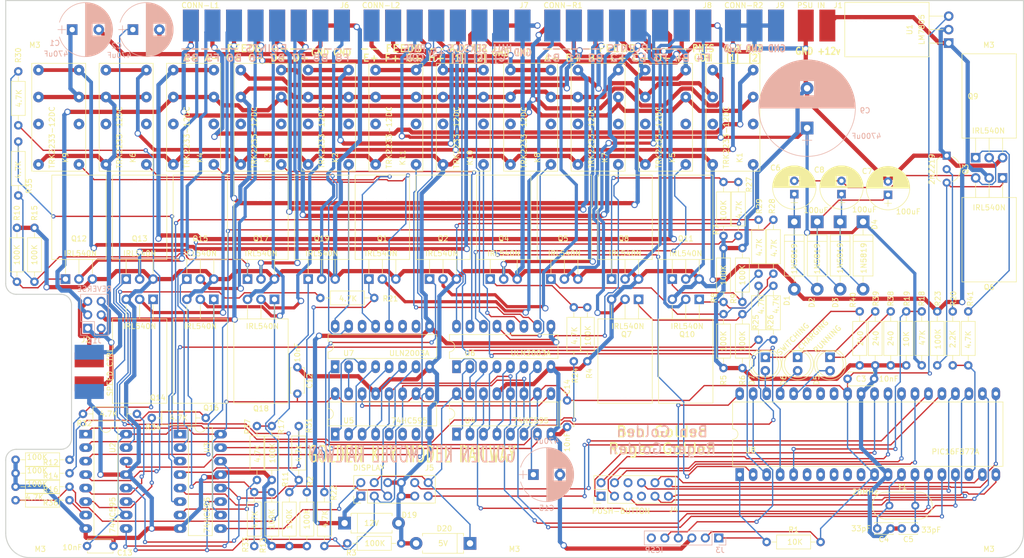
<source format=kicad_pcb>
(kicad_pcb (version 20171130) (host pcbnew "(5.1.6)-1")
  (layers (0 F.Cu signal) (31 B.Cu signal) (34 B.Paste user) (35 F.Paste user) (36 B.SilkS user) (37 F.SilkS user) (38 B.Mask user) (39 F.Mask user) (44 Edge.Cuts user))
  (net 0 "")
  (net 1 +12V)
  (net 2 GND)
  (net 3 +5V)
  (net 4 "Net-(C4-Pad1)")
  (net 5 "Net-(C5-Pad1)")
  (net 6 "/Points Control/POINTS[B1]-COIL")
  (net 7 "/Points Control/POINTS[F1]-COIL")
  (net 8 "/Points Control/POINTS[B2]-COIL")
  (net 9 "/Points Control/POINTS[F2]-COIL")
  (net 10 "/Points Control/POINTS[B3]-COIL")
  (net 11 "/Points Control/POINTS[F3]-COIL")
  (net 12 "/Points Control/POINTS[B4]-COIL")
  (net 13 "/Points Control/POINTS[F4]-COIL")
  (net 14 "/Points Control/POINTS[B5]-COIL")
  (net 15 "/Points Control/POINTS[F5]-COIL")
  (net 16 "/Points Control/POINTS[B6]-COIL")
  (net 17 "/Points Control/POINTS[F6]-COIL")
  (net 18 "/Points Control/POINTS[B7]-COIL")
  (net 19 "/Points Control/POINTS[F7]-COIL")
  (net 20 "/Points Control/POINTS[B8]-COIL")
  (net 21 "/Points Control/POINTS[F8]-COIL")
  (net 22 TRACK+)
  (net 23 TRACK-)
  (net 24 "Net-(J3-Pad6)")
  (net 25 ICSPCLK)
  (net 26 ICSPDAT)
  (net 27 MCLR)
  (net 28 /PB6)
  (net 29 /PB7)
  (net 30 /PB8)
  (net 31 /PB9)
  (net 32 /PB10)
  (net 33 "Net-(J4-Pad7)")
  (net 34 "Net-(J4-Pad6)")
  (net 35 /PB5)
  (net 36 /PB4)
  (net 37 /PB3)
  (net 38 /PB2)
  (net 39 /PB1)
  (net 40 "/Points Control/DATA[OUT]")
  (net 41 DCLK)
  (net 42 DLAT)
  (net 43 /AUX1-LED)
  (net 44 /AUX2-LED)
  (net 45 "/Feed Relays/FEED[D-]")
  (net 46 "/Feed Relays/FEED[D+]")
  (net 47 "/Feed Relays/FEED[C-]")
  (net 48 "/Feed Relays/FEED[C+]")
  (net 49 "/Feed Relays/FEED[A-]")
  (net 50 "/Feed Relays/FEED[A+]")
  (net 51 "/Feed Relays/FEED[E+]")
  (net 52 "/Feed Relays/FEED[F+]")
  (net 53 "/Feed Relays/FEED[G+]")
  (net 54 "/Feed Relays/FEED[H+]")
  (net 55 "/Feed Relays/AUX[1]")
  (net 56 "/Feed Relays/AUX[2]")
  (net 57 /HALL[G])
  (net 58 /HALL[F])
  (net 59 /HALL[E])
  (net 60 "Net-(J7-Pad15)")
  (net 61 "Net-(J7-Pad16)")
  (net 62 "/Feed Relays/FEED[B+]")
  (net 63 "/Feed Relays/FEED[B-]")
  (net 64 "/Feed Relays/FEED[I-]")
  (net 65 "Net-(J9-Pad3)")
  (net 66 "Net-(K1-Pad8)")
  (net 67 "Net-(K1-Pad7)")
  (net 68 "Net-(K1-Pad2)")
  (net 69 "Net-(K2-Pad8)")
  (net 70 "Net-(K2-Pad7)")
  (net 71 "Net-(K2-Pad2)")
  (net 72 "Net-(K3-Pad2)")
  (net 73 "Net-(K3-Pad7)")
  (net 74 "Net-(K3-Pad8)")
  (net 75 "Net-(K4-Pad2)")
  (net 76 "Net-(K4-Pad7)")
  (net 77 "Net-(K4-Pad8)")
  (net 78 "Net-(K5-Pad2)")
  (net 79 "Net-(K5-Pad7)")
  (net 80 "Net-(K5-Pad8)")
  (net 81 "Net-(K6-Pad8)")
  (net 82 "Net-(K6-Pad7)")
  (net 83 "Net-(K6-Pad2)")
  (net 84 "Net-(K7-Pad8)")
  (net 85 "Net-(K7-Pad7)")
  (net 86 "Net-(K7-Pad2)")
  (net 87 "Net-(K8-Pad8)")
  (net 88 "Net-(K8-Pad7)")
  (net 89 "Net-(K8-Pad2)")
  (net 90 "Net-(K9-Pad2)")
  (net 91 "Net-(K9-Pad7)")
  (net 92 "Net-(K9-Pad8)")
  (net 93 "Net-(K10-Pad2)")
  (net 94 "Net-(K10-Pad7)")
  (net 95 "Net-(K10-Pad8)")
  (net 96 "Net-(K11-Pad8)")
  (net 97 "Net-(K11-Pad7)")
  (net 98 "Net-(K11-Pad2)")
  (net 99 "/Points Control/PB1")
  (net 100 "/Points Control/PF1")
  (net 101 "/Points Control/PB2")
  (net 102 "/Points Control/PF2")
  (net 103 "/Points Control/PB3")
  (net 104 "/Points Control/PF3")
  (net 105 "/Points Control/PB4")
  (net 106 "/Points Control/PF4")
  (net 107 "/Points Control/PB5")
  (net 108 "/Points Control/PF5")
  (net 109 "/Points Control/PB6")
  (net 110 "/Points Control/PF6")
  (net 111 "/Points Control/PB7")
  (net 112 "/Points Control/PF7")
  (net 113 "/Points Control/PB8")
  (net 114 "/Points Control/PF8")
  (net 115 "Net-(U2-Pad9)")
  (net 116 "/Points Control/DATA[IN]")
  (net 117 "Net-(U4-Pad15)")
  (net 118 "Net-(U4-Pad7)")
  (net 119 "/Feed Relays/DATA[IN]")
  (net 120 "Net-(U4-Pad6)")
  (net 121 "Net-(U4-Pad5)")
  (net 122 "Net-(U4-Pad4)")
  (net 123 "Net-(U4-Pad3)")
  (net 124 "Net-(U4-Pad2)")
  (net 125 "Net-(U4-Pad9)")
  (net 126 "Net-(U4-Pad1)")
  (net 127 "Net-(U5-Pad1)")
  (net 128 "Net-(U5-Pad2)")
  (net 129 "Net-(U5-Pad3)")
  (net 130 "Net-(U5-Pad4)")
  (net 131 "Net-(U5-Pad5)")
  (net 132 "/Feed Relays/SR1-SPARE5")
  (net 133 "/Feed Relays/SR1-SPARE6")
  (net 134 "Net-(U5-Pad15)")
  (net 135 "Net-(U7-Pad10)")
  (net 136 "Net-(U7-Pad11)")
  (net 137 "Net-(U7-Pad14)")
  (net 138 "Net-(C6-Pad1)")
  (net 139 "/Points Control/CHARGE-PUMP")
  (net 140 "Net-(C7-Pad1)")
  (net 141 "Net-(C8-Pad1)")
  (net 142 "Net-(U8-Pad6)")
  (net 143 "Net-(U8-Pad7)")
  (net 144 "Net-(U8-Pad8)")
  (net 145 "Net-(U8-Pad9)")
  (net 146 "Net-(U8-Pad10)")
  (net 147 "/Points Control/POINTS[COM]")
  (net 148 "Net-(C6-Pad2)")
  (net 149 "Net-(D5-Pad1)")
  (net 150 "Net-(D5-Pad2)")
  (net 151 "Net-(D6-Pad1)")
  (net 152 "Net-(D6-Pad2)")
  (net 153 "Net-(D7-Pad1)")
  (net 154 "Net-(D7-Pad2)")
  (net 155 "Net-(Q1-Pad1)")
  (net 156 "Net-(Q2-Pad1)")
  (net 157 "Net-(Q3-Pad2)")
  (net 158 "Net-(Q3-Pad3)")
  (net 159 "Net-(Q4-Pad1)")
  (net 160 "Net-(Q5-Pad1)")
  (net 161 "Net-(Q7-Pad1)")
  (net 162 "Net-(Q8-Pad1)")
  (net 163 "Net-(Q10-Pad1)")
  (net 164 "Net-(Q11-Pad1)")
  (net 165 "Net-(Q12-Pad1)")
  (net 166 "Net-(Q13-Pad1)")
  (net 167 "Net-(Q14-Pad1)")
  (net 168 "Net-(Q15-Pad1)")
  (net 169 "Net-(Q16-Pad1)")
  (net 170 "Net-(Q17-Pad1)")
  (net 171 "Net-(Q18-Pad1)")
  (net 172 "Net-(Q19-Pad1)")
  (net 173 /CHG-LVL)
  (net 174 "Net-(U8-Pad33)")
  (net 175 "Net-(U8-Pad34)")
  (net 176 "Net-(U8-Pad35)")
  (net 177 /TFEED[+])
  (net 178 /TFEED[-])
  (net 179 "Net-(Q9-Pad1)")
  (module carnivalben:Wire_Pads_Edge_1x2 (layer F.Cu) (at 201.676 43.688)
    (fp_text reference J1 (at 6.096 -3.81) (layer F.SilkS))
    (fp_text value "PSU IN" (at 1.016 -3.81) (layer F.SilkS))
    (pad 2 smd rect (at 4.064 0) (size 3 6) (layers F.Cu F.Paste F.Mask) (net 1 +12V))
    (pad 1 smd rect (at 0 0) (size 3 6) (layers F.Cu F.Paste F.Mask) (net 2 GND))
  )
  (module carnivalben:Wire_Pads_Edge_2x3 (layer F.Cu) (at 187.96 43.688)
    (fp_text reference J9 (at 8.89 -3.81) (layer F.SilkS))
    (fp_text value CONN-R2 (at 2.032 -3.81) (layer F.SilkS))
    (pad 6 smd rect (at 0 0) (size 3 6) (layers B.Cu B.Paste B.Mask) (net 2 GND))
    (pad 5 smd rect (at 4.064 0) (size 3 6) (layers B.Cu B.Paste B.Mask) (net 2 GND))
    (pad 4 smd rect (at 8.128 0) (size 3 6) (layers B.Cu B.Paste B.Mask) (net 2 GND))
    (pad 3 smd rect (at 8.128 0) (size 3 6) (layers F.Cu F.Paste F.Mask) (net 65 "Net-(J9-Pad3)"))
    (pad 2 smd rect (at 4.064 0) (size 3 6) (layers F.Cu F.Paste F.Mask) (net 56 "/Feed Relays/AUX[2]"))
    (pad 1 smd rect (at 0 0) (size 3 6) (layers F.Cu F.Paste F.Mask) (net 55 "/Feed Relays/AUX[1]"))
  )
  (module carnivalben:Wire_Pads_Edge_2x8 (layer F.Cu) (at 85.852 43.688)
    (fp_text reference J6 (at 28.956 -3.81) (layer F.SilkS))
    (fp_text value CONN-L1 (at 1.778 -3.81) (layer F.SilkS))
    (pad 16 smd rect (at 0 0) (size 3 6) (layers B.Cu B.Paste B.Mask) (net 14 "/Points Control/POINTS[B5]-COIL"))
    (pad 15 smd rect (at 4.064 0) (size 3 6) (layers B.Cu B.Paste B.Mask) (net 15 "/Points Control/POINTS[F5]-COIL"))
    (pad 8 smd rect (at 28.448 0) (size 3 6) (layers F.Cu F.Paste F.Mask) (net 2 GND))
    (pad 7 smd rect (at 24.384 0) (size 3 6) (layers F.Cu F.Paste F.Mask) (net 2 GND))
    (pad 12 smd rect (at 16.256 0) (size 3 6) (layers B.Cu B.Paste B.Mask) (net 18 "/Points Control/POINTS[B7]-COIL"))
    (pad 11 smd rect (at 20.32 0) (size 3 6) (layers B.Cu B.Paste B.Mask) (net 19 "/Points Control/POINTS[F7]-COIL"))
    (pad 10 smd rect (at 24.384 0) (size 3 6) (layers B.Cu B.Paste B.Mask) (net 20 "/Points Control/POINTS[B8]-COIL"))
    (pad 9 smd rect (at 28.448 0) (size 3 6) (layers B.Cu B.Paste B.Mask) (net 21 "/Points Control/POINTS[F8]-COIL"))
    (pad 14 smd rect (at 8.128 0) (size 3 6) (layers B.Cu B.Paste B.Mask) (net 16 "/Points Control/POINTS[B6]-COIL"))
    (pad 13 smd rect (at 12.192 0) (size 3 6) (layers B.Cu B.Paste B.Mask) (net 17 "/Points Control/POINTS[F6]-COIL"))
    (pad 6 smd rect (at 20.32 0) (size 3 6) (layers F.Cu F.Paste F.Mask) (net 45 "/Feed Relays/FEED[D-]"))
    (pad 5 smd rect (at 16.256 0) (size 3 6) (layers F.Cu F.Paste F.Mask) (net 46 "/Feed Relays/FEED[D+]"))
    (pad 4 smd rect (at 12.192 0) (size 3 6) (layers F.Cu F.Paste F.Mask) (net 47 "/Feed Relays/FEED[C-]"))
    (pad 3 smd rect (at 8.128 0) (size 3 6) (layers F.Cu F.Paste F.Mask) (net 48 "/Feed Relays/FEED[C+]"))
    (pad 2 smd rect (at 4.064 0) (size 3 6) (layers F.Cu F.Paste F.Mask) (net 49 "/Feed Relays/FEED[A-]"))
    (pad 1 smd rect (at 0 0) (size 3 6) (layers F.Cu F.Paste F.Mask) (net 50 "/Feed Relays/FEED[A+]"))
  )
  (module carnivalben:Wire_Pads_Edge_2x8 (layer F.Cu) (at 119.888 43.688)
    (fp_text reference J7 (at 28.702 -3.81) (layer F.SilkS))
    (fp_text value CONN-L2 (at 1.778 -3.81) (layer F.SilkS))
    (pad 16 smd rect (at 0 0) (size 3 6) (layers B.Cu B.Paste B.Mask) (net 61 "Net-(J7-Pad16)"))
    (pad 15 smd rect (at 4.064 0) (size 3 6) (layers B.Cu B.Paste B.Mask) (net 60 "Net-(J7-Pad15)"))
    (pad 8 smd rect (at 28.448 0) (size 3 6) (layers F.Cu F.Paste F.Mask) (net 2 GND))
    (pad 7 smd rect (at 24.384 0) (size 3 6) (layers F.Cu F.Paste F.Mask) (net 2 GND))
    (pad 12 smd rect (at 16.256 0) (size 3 6) (layers B.Cu B.Paste B.Mask) (net 59 /HALL[E]))
    (pad 11 smd rect (at 20.32 0) (size 3 6) (layers B.Cu B.Paste B.Mask) (net 58 /HALL[F]))
    (pad 10 smd rect (at 24.384 0) (size 3 6) (layers B.Cu B.Paste B.Mask) (net 57 /HALL[G]))
    (pad 9 smd rect (at 28.448 0) (size 3 6) (layers B.Cu B.Paste B.Mask) (net 2 GND))
    (pad 14 smd rect (at 8.128 0) (size 3 6) (layers B.Cu B.Paste B.Mask) (net 147 "/Points Control/POINTS[COM]"))
    (pad 13 smd rect (at 12.192 0) (size 3 6) (layers B.Cu B.Paste B.Mask) (net 3 +5V))
    (pad 6 smd rect (at 20.32 0) (size 3 6) (layers F.Cu F.Paste F.Mask) (net 56 "/Feed Relays/AUX[2]"))
    (pad 5 smd rect (at 16.256 0) (size 3 6) (layers F.Cu F.Paste F.Mask) (net 55 "/Feed Relays/AUX[1]"))
    (pad 4 smd rect (at 12.192 0) (size 3 6) (layers F.Cu F.Paste F.Mask) (net 54 "/Feed Relays/FEED[H+]"))
    (pad 3 smd rect (at 8.128 0) (size 3 6) (layers F.Cu F.Paste F.Mask) (net 53 "/Feed Relays/FEED[G+]"))
    (pad 2 smd rect (at 4.064 0) (size 3 6) (layers F.Cu F.Paste F.Mask) (net 52 "/Feed Relays/FEED[F+]"))
    (pad 1 smd rect (at 0 0) (size 3 6) (layers F.Cu F.Paste F.Mask) (net 51 "/Feed Relays/FEED[E+]"))
  )
  (module carnivalben:Wire_Pads_Edge_2x8 (layer F.Cu) (at 153.924 43.688)
    (fp_text reference J8 (at 29.21 -3.81) (layer F.SilkS))
    (fp_text value CONN-R1 (at 2.032 -3.81) (layer F.SilkS))
    (pad 16 smd rect (at 0 0) (size 3 6) (layers B.Cu B.Paste B.Mask) (net 6 "/Points Control/POINTS[B1]-COIL"))
    (pad 15 smd rect (at 4.064 0) (size 3 6) (layers B.Cu B.Paste B.Mask) (net 7 "/Points Control/POINTS[F1]-COIL"))
    (pad 8 smd rect (at 28.448 0) (size 3 6) (layers F.Cu F.Paste F.Mask) (net 147 "/Points Control/POINTS[COM]"))
    (pad 7 smd rect (at 24.384 0) (size 3 6) (layers F.Cu F.Paste F.Mask) (net 64 "/Feed Relays/FEED[I-]"))
    (pad 12 smd rect (at 16.256 0) (size 3 6) (layers B.Cu B.Paste B.Mask) (net 10 "/Points Control/POINTS[B3]-COIL"))
    (pad 11 smd rect (at 20.32 0) (size 3 6) (layers B.Cu B.Paste B.Mask) (net 11 "/Points Control/POINTS[F3]-COIL"))
    (pad 10 smd rect (at 24.384 0) (size 3 6) (layers B.Cu B.Paste B.Mask) (net 12 "/Points Control/POINTS[B4]-COIL"))
    (pad 9 smd rect (at 28.448 0) (size 3 6) (layers B.Cu B.Paste B.Mask) (net 13 "/Points Control/POINTS[F4]-COIL"))
    (pad 14 smd rect (at 8.128 0) (size 3 6) (layers B.Cu B.Paste B.Mask) (net 8 "/Points Control/POINTS[B2]-COIL"))
    (pad 13 smd rect (at 12.192 0) (size 3 6) (layers B.Cu B.Paste B.Mask) (net 9 "/Points Control/POINTS[F2]-COIL"))
    (pad 6 smd rect (at 20.32 0) (size 3 6) (layers F.Cu F.Paste F.Mask) (net 45 "/Feed Relays/FEED[D-]"))
    (pad 5 smd rect (at 16.256 0) (size 3 6) (layers F.Cu F.Paste F.Mask) (net 47 "/Feed Relays/FEED[C-]"))
    (pad 4 smd rect (at 12.192 0) (size 3 6) (layers F.Cu F.Paste F.Mask) (net 48 "/Feed Relays/FEED[C+]"))
    (pad 3 smd rect (at 8.128 0) (size 3 6) (layers F.Cu F.Paste F.Mask) (net 63 "/Feed Relays/FEED[B-]"))
    (pad 2 smd rect (at 4.064 0) (size 3 6) (layers F.Cu F.Paste F.Mask) (net 62 "/Feed Relays/FEED[B+]"))
    (pad 1 smd rect (at 0 0) (size 3 6) (layers F.Cu F.Paste F.Mask) (net 50 "/Feed Relays/FEED[A+]"))
  )
  (module carnivalben:DIN_Socket_Edge_Solder_4pin (layer F.Cu) (at 62.9572 108.9172 270)
    (fp_text reference J2 (at -6.0472 -3.0828 180) (layer F.SilkS))
    (fp_text value "SPEED CTRL" (at 0.0488 -7.6548 90) (layer F.SilkS))
    (pad 1 smd rect (at 3.7 -3.75 270) (size 2.8 5.5) (layers B.Cu B.Paste B.Mask) (net 2 GND))
    (pad 4 smd rect (at -3.7 -3.75 270) (size 2.8 5.5) (layers B.Cu B.Paste B.Mask) (net 1 +12V))
    (pad 3 smd rect (at 2.25 -3.75 270) (size 2.8 5.5) (layers F.Cu F.Paste F.Mask) (net 177 /TFEED[+]))
    (pad 2 smd rect (at -2.25 -3.75 270) (size 2.8 5.5) (layers F.Cu F.Paste F.Mask) (net 178 /TFEED[-]))
  )
  (module Resistors_THT:R_Axial_DIN0207_L6.3mm_D2.5mm_P10.16mm_Horizontal (layer F.Cu) (at 232.283 97.536 270)
    (fp_text reference R41 (at -2.413 -0.381 90) (layer F.SilkS))
    (fp_text value 4.7K (at 5.334 0 90) (layer F.SilkS))
    (pad 1 thru_hole circle (at 0 0 270) (size 1.6 1.6) (drill 0.8) (layers *.Cu *.Mask) (net 179 "Net-(Q9-Pad1)"))
    (pad 2 thru_hole oval (at 10.16 0 270) (size 1.6 1.6) (drill 0.8) (layers *.Cu *.Mask) (net 139 "/Points Control/CHARGE-PUMP"))
  )
  (module Pin_Headers:Pin_Header_Straight_2x03_Pitch2.54mm (layer B.Cu) (at 66.421 100.711)
    (fp_text reference J11 (at 1.27 2.33) (layer B.SilkS) (effects (justify mirror)))
    (fp_text value REVERSE (at 1.27 -7.41) (layer B.SilkS) (effects (justify mirror)))
    (pad 1 thru_hole rect (at 0 0) (size 1.7 1.7) (drill 1) (layers *.Cu *.Mask) (net 177 /TFEED[+]))
    (pad 2 thru_hole oval (at 2.54 0) (size 1.7 1.7) (drill 1) (layers *.Cu *.Mask) (net 178 /TFEED[-]))
    (pad 3 thru_hole oval (at 0 -2.54) (size 1.7 1.7) (drill 1) (layers *.Cu *.Mask) (net 23 TRACK-))
    (pad 4 thru_hole oval (at 2.54 -2.54) (size 1.7 1.7) (drill 1) (layers *.Cu *.Mask) (net 22 TRACK+))
    (pad 5 thru_hole oval (at 0 -5.08) (size 1.7 1.7) (drill 1) (layers *.Cu *.Mask) (net 178 /TFEED[-]))
    (pad 6 thru_hole oval (at 2.54 -5.08) (size 1.7 1.7) (drill 1) (layers *.Cu *.Mask) (net 177 /TFEED[+]))
  )
  (module Resistors_THT:R_Axial_DIN0207_L6.3mm_D2.5mm_P10.16mm_Horizontal (layer F.Cu) (at 186.182 73.152 270)
    (fp_text reference R7 (at 9.017 1.397 90) (layer F.SilkS))
    (fp_text value 100K (at 5.334 0 90) (layer F.SilkS))
    (pad 1 thru_hole circle (at 0 0 270) (size 1.6 1.6) (drill 0.8) (layers *.Cu *.Mask) (net 162 "Net-(Q8-Pad1)"))
    (pad 2 thru_hole oval (at 10.16 0 270) (size 1.6 1.6) (drill 0.8) (layers *.Cu *.Mask) (net 2 GND))
  )
  (module Diodes_THT:D_DO-15_P12.70mm_Horizontal (layer F.Cu) (at 212.471 80.645 270)
    (fp_text reference D4 (at 0.508 -2.159 90) (layer F.SilkS))
    (fp_text value 1N5819 (at 6.858 -0.127 90) (layer F.SilkS))
    (pad 1 thru_hole rect (at 0 0 270) (size 2.4 2.4) (drill 1.2) (layers *.Cu *.Mask) (net 147 "/Points Control/POINTS[COM]"))
    (pad 2 thru_hole oval (at 12.7 0 270) (size 2.4 2.4) (drill 1.2) (layers *.Cu *.Mask) (net 141 "Net-(C8-Pad1)"))
  )
  (module Diodes_THT:D_DO-15_P12.70mm_Horizontal (layer F.Cu) (at 208.153 80.645 270)
    (fp_text reference D3 (at 15.24 0.889 90) (layer F.SilkS))
    (fp_text value 1N5819 (at 6.858 0 90) (layer F.SilkS))
    (pad 1 thru_hole rect (at 0 0 270) (size 2.4 2.4) (drill 1.2) (layers *.Cu *.Mask) (net 141 "Net-(C8-Pad1)"))
    (pad 2 thru_hole oval (at 12.7 0 270) (size 2.4 2.4) (drill 1.2) (layers *.Cu *.Mask) (net 140 "Net-(C7-Pad1)"))
  )
  (module Diodes_THT:D_DO-15_P12.70mm_Horizontal (layer F.Cu) (at 203.835 80.645 270)
    (fp_text reference D2 (at 15.24 1.016 90) (layer F.SilkS))
    (fp_text value 1N5819 (at 6.985 0 90) (layer F.SilkS))
    (pad 1 thru_hole rect (at 0 0 270) (size 2.4 2.4) (drill 1.2) (layers *.Cu *.Mask) (net 140 "Net-(C7-Pad1)"))
    (pad 2 thru_hole oval (at 12.7 0 270) (size 2.4 2.4) (drill 1.2) (layers *.Cu *.Mask) (net 138 "Net-(C6-Pad1)"))
  )
  (module Diodes_THT:D_DO-15_P12.70mm_Horizontal (layer F.Cu) (at 199.517 80.645 270)
    (fp_text reference D1 (at 14.859 1.397 90) (layer F.SilkS))
    (fp_text value 1N5819 (at 6.985 0 90) (layer F.SilkS))
    (pad 1 thru_hole rect (at 0 0 270) (size 2.4 2.4) (drill 1.2) (layers *.Cu *.Mask) (net 138 "Net-(C6-Pad1)"))
    (pad 2 thru_hole oval (at 12.7 0 270) (size 2.4 2.4) (drill 1.2) (layers *.Cu *.Mask) (net 1 +12V))
  )
  (module Capacitors_THT:CP_Radial_D18.0mm_P7.50mm (layer B.Cu) (at 201.93 62.992 90)
    (fp_text reference C9 (at 3.302 10.922) (layer B.SilkS) (effects (justify mirror)))
    (fp_text value 4700uF (at -1.524 11.176 180) (layer B.SilkS) (effects (justify mirror)))
    (pad 1 thru_hole rect (at 0 0 90) (size 2.4 2.4) (drill 1.2) (layers *.Cu *.Mask) (net 147 "/Points Control/POINTS[COM]"))
    (pad 2 thru_hole circle (at 7.5 0 90) (size 2.4 2.4) (drill 1.2) (layers *.Cu *.Mask) (net 2 GND))
  )
  (module Capacitors_THT:CP_Radial_D8.0mm_P2.50mm (layer F.Cu) (at 208.407 75.438 90)
    (fp_text reference C8 (at 4.572 -4.191 180) (layer F.SilkS))
    (fp_text value 100uF (at -2.921 4.318 180) (layer F.SilkS))
    (pad 1 thru_hole rect (at 0 0 90) (size 1.6 1.6) (drill 0.8) (layers *.Cu *.Mask) (net 141 "Net-(C8-Pad1)"))
    (pad 2 thru_hole circle (at 2.5 0 90) (size 1.6 1.6) (drill 0.8) (layers *.Cu *.Mask) (net 148 "Net-(C6-Pad2)"))
  )
  (module Capacitors_THT:CP_Radial_D8.0mm_P2.50mm (layer F.Cu) (at 217.17 75.565 90)
    (fp_text reference C7 (at 4.445 -3.937 180) (layer F.SilkS))
    (fp_text value 100uF (at -3.175 3.81 180) (layer F.SilkS))
    (pad 1 thru_hole rect (at 0 0 90) (size 1.6 1.6) (drill 0.8) (layers *.Cu *.Mask) (net 140 "Net-(C7-Pad1)"))
    (pad 2 thru_hole circle (at 2.5 0 90) (size 1.6 1.6) (drill 0.8) (layers *.Cu *.Mask) (net 2 GND))
  )
  (module Capacitors_THT:CP_Radial_D8.0mm_P2.50mm (layer F.Cu) (at 199.517 75.438 90)
    (fp_text reference C6 (at 4.953 -3.556 180) (layer F.SilkS))
    (fp_text value 100uF (at -3.048 4.064 180) (layer F.SilkS))
    (pad 1 thru_hole rect (at 0 0 90) (size 1.6 1.6) (drill 0.8) (layers *.Cu *.Mask) (net 138 "Net-(C6-Pad1)"))
    (pad 2 thru_hole circle (at 2.5 0 90) (size 1.6 1.6) (drill 0.8) (layers *.Cu *.Mask) (net 148 "Net-(C6-Pad2)"))
  )
  (module Capacitors_THT:C_Disc_D4.7mm_W2.5mm_P5.00mm (layer F.Cu) (at 209.55 110.236)
    (fp_text reference C3 (at 2.54 0) (layer F.SilkS))
    (fp_text value 10nF (at 7.747 0) (layer F.SilkS))
    (pad 1 thru_hole circle (at 0 0) (size 1.6 1.6) (drill 0.8) (layers *.Cu *.Mask) (net 3 +5V))
    (pad 2 thru_hole circle (at 5 0) (size 1.6 1.6) (drill 0.8) (layers *.Cu *.Mask) (net 2 GND))
  )
  (module Resistors_THT:R_Axial_DIN0207_L6.3mm_D2.5mm_P10.16mm_Horizontal (layer F.Cu) (at 211.836 107.696 90)
    (fp_text reference R40 (at 12.319 -1.27 90) (layer F.SilkS))
    (fp_text value 240 (at 5.08 0.127 90) (layer F.SilkS))
    (pad 1 thru_hole circle (at 0 0 90) (size 1.6 1.6) (drill 0.8) (layers *.Cu *.Mask) (net 2 GND))
    (pad 2 thru_hole oval (at 10.16 0 90) (size 1.6 1.6) (drill 0.8) (layers *.Cu *.Mask) (net 153 "Net-(D7-Pad1)"))
  )
  (module Resistors_THT:R_Axial_DIN0207_L6.3mm_D2.5mm_P10.16mm_Horizontal (layer F.Cu) (at 214.757 107.696 90)
    (fp_text reference R39 (at 12.573 0.127 90) (layer F.SilkS))
    (fp_text value 240 (at 5.08 0.127 90) (layer F.SilkS))
    (pad 1 thru_hole circle (at 0 0 90) (size 1.6 1.6) (drill 0.8) (layers *.Cu *.Mask) (net 2 GND))
    (pad 2 thru_hole oval (at 10.16 0 90) (size 1.6 1.6) (drill 0.8) (layers *.Cu *.Mask) (net 151 "Net-(D6-Pad1)"))
  )
  (module Resistors_THT:R_Axial_DIN0207_L6.3mm_D2.5mm_P10.16mm_Horizontal (layer F.Cu) (at 217.678 107.696 90)
    (fp_text reference R38 (at 12.573 0 90) (layer F.SilkS))
    (fp_text value 240 (at 5.08 0 90) (layer F.SilkS))
    (pad 1 thru_hole circle (at 0 0 90) (size 1.6 1.6) (drill 0.8) (layers *.Cu *.Mask) (net 2 GND))
    (pad 2 thru_hole oval (at 10.16 0 90) (size 1.6 1.6) (drill 0.8) (layers *.Cu *.Mask) (net 149 "Net-(D5-Pad1)"))
  )
  (module Resistors_THT:R_Axial_DIN0207_L6.3mm_D2.5mm_P10.16mm_Horizontal (layer F.Cu) (at 98.298 129.286 90)
    (fp_text reference R37 (at 10.033 -1.778 90) (layer F.SilkS))
    (fp_text value 4.7K (at 4.953 0.127 90) (layer F.SilkS))
    (pad 1 thru_hole circle (at 0 0 90) (size 1.6 1.6) (drill 0.8) (layers *.Cu *.Mask) (net 114 "/Points Control/PF8"))
    (pad 2 thru_hole oval (at 10.16 0 90) (size 1.6 1.6) (drill 0.8) (layers *.Cu *.Mask) (net 172 "Net-(Q19-Pad1)"))
  )
  (module Resistors_THT:R_Axial_DIN0207_L6.3mm_D2.5mm_P10.16mm_Horizontal (layer F.Cu) (at 62.992 133.096 180)
    (fp_text reference R36 (at 3.556 -0.508) (layer F.SilkS))
    (fp_text value 4.7K (at 6.604 0.508) (layer F.SilkS))
    (pad 1 thru_hole circle (at 0 0 180) (size 1.6 1.6) (drill 0.8) (layers *.Cu *.Mask) (net 113 "/Points Control/PB8"))
    (pad 2 thru_hole oval (at 10.16 0 180) (size 1.6 1.6) (drill 0.8) (layers *.Cu *.Mask) (net 171 "Net-(Q18-Pad1)"))
  )
  (module Resistors_THT:R_Axial_DIN0207_L6.3mm_D2.5mm_P10.16mm_Horizontal (layer F.Cu) (at 53.34 65.532 270)
    (fp_text reference R35 (at 8.382 -2.032 90) (layer F.SilkS))
    (fp_text value 4.7K (at 5.334 0 90) (layer F.SilkS))
    (pad 1 thru_hole circle (at 0 0 270) (size 1.6 1.6) (drill 0.8) (layers *.Cu *.Mask) (net 112 "/Points Control/PF7"))
    (pad 2 thru_hole oval (at 10.16 0 270) (size 1.6 1.6) (drill 0.8) (layers *.Cu *.Mask) (net 170 "Net-(Q17-Pad1)"))
  )
  (module Resistors_THT:R_Axial_DIN0207_L6.3mm_D2.5mm_P10.16mm_Horizontal (layer F.Cu) (at 78.486 117.602)
    (fp_text reference R34 (at 0.254 1.778) (layer F.SilkS))
    (fp_text value 4.7K (at 5.08 0) (layer F.SilkS))
    (pad 1 thru_hole circle (at 0 0) (size 1.6 1.6) (drill 0.8) (layers *.Cu *.Mask) (net 111 "/Points Control/PB7"))
    (pad 2 thru_hole oval (at 10.16 0) (size 1.6 1.6) (drill 0.8) (layers *.Cu *.Mask) (net 169 "Net-(Q16-Pad1)"))
  )
  (module Resistors_THT:R_Axial_DIN0207_L6.3mm_D2.5mm_P10.16mm_Horizontal (layer F.Cu) (at 97.79 141.732 90)
    (fp_text reference R33 (at 0.254 -1.651 90) (layer F.SilkS))
    (fp_text value 4.7K (at 4.953 0.127 90) (layer F.SilkS))
    (pad 1 thru_hole circle (at 0 0 90) (size 1.6 1.6) (drill 0.8) (layers *.Cu *.Mask) (net 110 "/Points Control/PF6"))
    (pad 2 thru_hole oval (at 10.16 0 90) (size 1.6 1.6) (drill 0.8) (layers *.Cu *.Mask) (net 168 "Net-(Q15-Pad1)"))
  )
  (module Resistors_THT:R_Axial_DIN0207_L6.3mm_D2.5mm_P10.16mm_Horizontal (layer F.Cu) (at 75.692 116.84 180)
    (fp_text reference R32 (at 9.906 -1.778) (layer F.SilkS))
    (fp_text value 4.7K (at 5.334 0) (layer F.SilkS))
    (pad 1 thru_hole circle (at 0 0 180) (size 1.6 1.6) (drill 0.8) (layers *.Cu *.Mask) (net 109 "/Points Control/PB6"))
    (pad 2 thru_hole oval (at 10.16 0 180) (size 1.6 1.6) (drill 0.8) (layers *.Cu *.Mask) (net 167 "Net-(Q14-Pad1)"))
  )
  (module Resistors_THT:R_Axial_DIN0207_L6.3mm_D2.5mm_P10.16mm_Horizontal (layer F.Cu) (at 106.172 119.126 270)
    (fp_text reference R31 (at -0.127 -1.905 90) (layer F.SilkS))
    (fp_text value 4.7K (at 5.08 0 90) (layer F.SilkS))
    (pad 1 thru_hole circle (at 0 0 270) (size 1.6 1.6) (drill 0.8) (layers *.Cu *.Mask) (net 108 "/Points Control/PF5"))
    (pad 2 thru_hole oval (at 10.16 0 270) (size 1.6 1.6) (drill 0.8) (layers *.Cu *.Mask) (net 166 "Net-(Q13-Pad1)"))
  )
  (module Resistors_THT:R_Axial_DIN0207_L6.3mm_D2.5mm_P10.16mm_Horizontal (layer F.Cu) (at 53.34 62.484 90)
    (fp_text reference R30 (at 13.208 0 90) (layer F.SilkS))
    (fp_text value 4.7K (at 5.08 0.127 90) (layer F.SilkS))
    (pad 1 thru_hole circle (at 0 0 90) (size 1.6 1.6) (drill 0.8) (layers *.Cu *.Mask) (net 107 "/Points Control/PB5"))
    (pad 2 thru_hole oval (at 10.16 0 90) (size 1.6 1.6) (drill 0.8) (layers *.Cu *.Mask) (net 165 "Net-(Q12-Pad1)"))
  )
  (module Resistors_THT:R_Axial_DIN0207_L6.3mm_D2.5mm_P10.16mm_Horizontal (layer F.Cu) (at 192.786 80.264 270)
    (fp_text reference R29 (at -2.54 -0.127 90) (layer F.SilkS))
    (fp_text value 4.7K (at 5.207 -0.127 90) (layer F.SilkS))
    (pad 1 thru_hole circle (at 0 0 270) (size 1.6 1.6) (drill 0.8) (layers *.Cu *.Mask) (net 106 "/Points Control/PF4"))
    (pad 2 thru_hole oval (at 10.16 0 270) (size 1.6 1.6) (drill 0.8) (layers *.Cu *.Mask) (net 164 "Net-(Q11-Pad1)"))
  )
  (module Resistors_THT:R_Axial_DIN0207_L6.3mm_D2.5mm_P10.16mm_Horizontal (layer F.Cu) (at 195.58 80.264 270)
    (fp_text reference R28 (at -2.54 0.254 90) (layer F.SilkS))
    (fp_text value 4.7K (at 5.334 -0.127 90) (layer F.SilkS))
    (pad 1 thru_hole circle (at 0 0 270) (size 1.6 1.6) (drill 0.8) (layers *.Cu *.Mask) (net 105 "/Points Control/PB4"))
    (pad 2 thru_hole oval (at 10.16 0 270) (size 1.6 1.6) (drill 0.8) (layers *.Cu *.Mask) (net 163 "Net-(Q10-Pad1)"))
  )
  (module Resistors_THT:R_Axial_DIN0207_L6.3mm_D2.5mm_P10.16mm_Horizontal (layer F.Cu) (at 188.976 83.312 90)
    (fp_text reference R27 (at 9.652 2.032 90) (layer F.SilkS))
    (fp_text value 4.7K (at 4.953 0.127 90) (layer F.SilkS))
    (pad 1 thru_hole circle (at 0 0 90) (size 1.6 1.6) (drill 0.8) (layers *.Cu *.Mask) (net 104 "/Points Control/PF3"))
    (pad 2 thru_hole oval (at 10.16 0 90) (size 1.6 1.6) (drill 0.8) (layers *.Cu *.Mask) (net 162 "Net-(Q8-Pad1)"))
  )
  (module Resistors_THT:R_Axial_DIN0207_L6.3mm_D2.5mm_P10.16mm_Horizontal (layer F.Cu) (at 195.58 102.87 90)
    (fp_text reference R26 (at 3.302 -0.508 90) (layer F.SilkS))
    (fp_text value 4.7K (at 6.604 0.508 90) (layer F.SilkS))
    (pad 1 thru_hole circle (at 0 0 90) (size 1.6 1.6) (drill 0.8) (layers *.Cu *.Mask) (net 103 "/Points Control/PB3"))
    (pad 2 thru_hole oval (at 10.16 0 90) (size 1.6 1.6) (drill 0.8) (layers *.Cu *.Mask) (net 161 "Net-(Q7-Pad1)"))
  )
  (module Resistors_THT:R_Axial_DIN0207_L6.3mm_D2.5mm_P10.16mm_Horizontal (layer F.Cu) (at 192.786 102.87 90)
    (fp_text reference R25 (at 3.302 -0.508 90) (layer F.SilkS))
    (fp_text value 4.7K (at 6.477 0.508 90) (layer F.SilkS))
    (pad 1 thru_hole circle (at 0 0 90) (size 1.6 1.6) (drill 0.8) (layers *.Cu *.Mask) (net 102 "/Points Control/PF2"))
    (pad 2 thru_hole oval (at 10.16 0 90) (size 1.6 1.6) (drill 0.8) (layers *.Cu *.Mask) (net 160 "Net-(Q5-Pad1)"))
  )
  (module Resistors_THT:R_Axial_DIN0207_L6.3mm_D2.5mm_P10.16mm_Horizontal (layer F.Cu) (at 157.988 106.934 90)
    (fp_text reference R24 (at -2.667 0.254 90) (layer F.SilkS))
    (fp_text value 4.7K (at 4.826 0.127 90) (layer F.SilkS))
    (pad 1 thru_hole circle (at 0 0 90) (size 1.6 1.6) (drill 0.8) (layers *.Cu *.Mask) (net 101 "/Points Control/PB2"))
    (pad 2 thru_hole oval (at 10.16 0 90) (size 1.6 1.6) (drill 0.8) (layers *.Cu *.Mask) (net 159 "Net-(Q4-Pad1)"))
  )
  (module Resistors_THT:R_Axial_DIN0207_L6.3mm_D2.5mm_P10.16mm_Horizontal (layer F.Cu) (at 226.441 97.536 270)
    (fp_text reference R23 (at -2.413 -0.127 90) (layer F.SilkS))
    (fp_text value 100K (at 5.207 -0.127 90) (layer F.SilkS))
    (pad 1 thru_hole circle (at 0 0 270) (size 1.6 1.6) (drill 0.8) (layers *.Cu *.Mask) (net 1 +12V))
    (pad 2 thru_hole oval (at 10.16 0 270) (size 1.6 1.6) (drill 0.8) (layers *.Cu *.Mask) (net 158 "Net-(Q3-Pad3)"))
  )
  (module Resistors_THT:R_Axial_DIN0207_L6.3mm_D2.5mm_P10.16mm_Horizontal (layer F.Cu) (at 110.998 131.572 270)
    (fp_text reference R22 (at 0.127 -1.778 90) (layer F.SilkS))
    (fp_text value 4.7K (at 5.08 -0.127 90) (layer F.SilkS))
    (pad 1 thru_hole circle (at 0 0 270) (size 1.6 1.6) (drill 0.8) (layers *.Cu *.Mask) (net 100 "/Points Control/PF1"))
    (pad 2 thru_hole oval (at 10.16 0 270) (size 1.6 1.6) (drill 0.8) (layers *.Cu *.Mask) (net 156 "Net-(Q2-Pad1)"))
  )
  (module Resistors_THT:R_Axial_DIN0207_L6.3mm_D2.5mm_P10.16mm_Horizontal (layer F.Cu) (at 110.236 94.996)
    (fp_text reference R21 (at 13.208 0.127) (layer F.SilkS))
    (fp_text value 4.7K (at 5.207 0.127) (layer F.SilkS))
    (pad 1 thru_hole circle (at 0 0) (size 1.6 1.6) (drill 0.8) (layers *.Cu *.Mask) (net 99 "/Points Control/PB1"))
    (pad 2 thru_hole oval (at 10.16 0) (size 1.6 1.6) (drill 0.8) (layers *.Cu *.Mask) (net 155 "Net-(Q1-Pad1)"))
  )
  (module Resistors_THT:R_Axial_DIN0207_L6.3mm_D2.5mm_P10.16mm_Horizontal (layer F.Cu) (at 229.362 97.536 270)
    (fp_text reference R20 (at -2.413 -0.127 90) (layer F.SilkS))
    (fp_text value 2.2K (at 5.207 0 90) (layer F.SilkS))
    (pad 1 thru_hole circle (at 0 0 270) (size 1.6 1.6) (drill 0.8) (layers *.Cu *.Mask) (net 157 "Net-(Q3-Pad2)"))
    (pad 2 thru_hole oval (at 10.16 0 270) (size 1.6 1.6) (drill 0.8) (layers *.Cu *.Mask) (net 139 "/Points Control/CHARGE-PUMP"))
  )
  (module Resistors_THT:R_Axial_DIN0207_L6.3mm_D2.5mm_P10.16mm_Horizontal (layer F.Cu) (at 220.599 107.696 90)
    (fp_text reference R19 (at 12.573 0.127 90) (layer F.SilkS))
    (fp_text value 10K (at 4.953 0 90) (layer F.SilkS))
    (pad 1 thru_hole circle (at 0 0 90) (size 1.6 1.6) (drill 0.8) (layers *.Cu *.Mask) (net 2 GND))
    (pad 2 thru_hole oval (at 10.16 0 90) (size 1.6 1.6) (drill 0.8) (layers *.Cu *.Mask) (net 173 /CHG-LVL))
  )
  (module Resistors_THT:R_Axial_DIN0207_L6.3mm_D2.5mm_P10.16mm_Horizontal (layer F.Cu) (at 223.52 97.536 270)
    (fp_text reference R18 (at -2.413 0 90) (layer F.SilkS))
    (fp_text value 47K (at 4.953 -0.127 90) (layer F.SilkS))
    (pad 1 thru_hole circle (at 0 0 270) (size 1.6 1.6) (drill 0.8) (layers *.Cu *.Mask) (net 173 /CHG-LVL))
    (pad 2 thru_hole oval (at 10.16 0 270) (size 1.6 1.6) (drill 0.8) (layers *.Cu *.Mask) (net 147 "/Points Control/POINTS[COM]"))
  )
  (module TO_SOT_Packages_THT:TO-220-3_Horizontal (layer F.Cu) (at 233.68 68.58)
    (fp_text reference Q9 (at -0.508 -11.557) (layer F.SilkS))
    (fp_text value IRL540N (at 2.413 -5.08) (layer F.SilkS))
    (pad 0 np_thru_hole oval (at 2.54 -16.66) (size 3.5 3.5) (drill 3.5) (layers *.Cu *.Mask))
    (pad 1 thru_hole rect (at 0 0) (size 1.8 1.8) (drill 1) (layers *.Cu *.Mask) (net 179 "Net-(Q9-Pad1)"))
    (pad 2 thru_hole oval (at 2.54 0) (size 1.8 1.8) (drill 1) (layers *.Cu *.Mask) (net 148 "Net-(C6-Pad2)"))
    (pad 3 thru_hole oval (at 5.08 0) (size 1.8 1.8) (drill 1) (layers *.Cu *.Mask) (net 2 GND))
  )
  (module TO_SOT_Packages_THT:TO-220-3_Horizontal (layer F.Cu) (at 238.76 72.39 180)
    (fp_text reference Q6 (at 2.54 -20.58) (layer F.SilkS))
    (fp_text value IRL540N (at 2.54 -5.588) (layer F.SilkS))
    (pad 0 np_thru_hole oval (at 2.54 -16.66 180) (size 3.5 3.5) (drill 3.5) (layers *.Cu *.Mask))
    (pad 1 thru_hole rect (at 0 0 180) (size 1.8 1.8) (drill 1) (layers *.Cu *.Mask) (net 158 "Net-(Q3-Pad3)"))
    (pad 2 thru_hole oval (at 2.54 0 180) (size 1.8 1.8) (drill 1) (layers *.Cu *.Mask) (net 1 +12V))
    (pad 3 thru_hole oval (at 5.08 0 180) (size 1.8 1.8) (drill 1) (layers *.Cu *.Mask) (net 148 "Net-(C6-Pad2)"))
  )
  (module TO_SOT_Packages_THT:TO-92_Inline_Wide (layer F.Cu) (at 228.219 68.199 270)
    (fp_text reference Q3 (at 2.54 -3.56 270) (layer F.SilkS))
    (fp_text value 2N2219 (at 2.54 2.79 90) (layer F.SilkS))
    (pad 2 thru_hole circle (at 2.54 0) (size 1.52 1.52) (drill 0.8) (layers *.Cu *.Mask) (net 157 "Net-(Q3-Pad2)"))
    (pad 3 thru_hole circle (at 5.08 0) (size 1.52 1.52) (drill 0.8) (layers *.Cu *.Mask) (net 158 "Net-(Q3-Pad3)"))
    (pad 1 thru_hole rect (at 0 0) (size 1.52 1.52) (drill 0.8) (layers *.Cu *.Mask) (net 2 GND))
  )
  (module LEDs:LED_D5.0mm (layer F.Cu) (at 194.056 106.172 270)
    (fp_text reference D7 (at 4.318 2.54 90) (layer F.SilkS))
    (fp_text value SWITCHING (at -3.429 -5.207 45) (layer F.SilkS))
    (pad 1 thru_hole rect (at 0 0 270) (size 1.8 1.8) (drill 0.9) (layers *.Cu *.Mask) (net 153 "Net-(D7-Pad1)"))
    (pad 2 thru_hole circle (at 2.54 0 270) (size 1.8 1.8) (drill 0.9) (layers *.Cu *.Mask) (net 154 "Net-(D7-Pad2)"))
  )
  (module LEDs:LED_D5.0mm (layer F.Cu) (at 200.152 106.172 270)
    (fp_text reference D6 (at 4.318 2.667 90) (layer F.SilkS))
    (fp_text value CHARGING (at -4.191 -2.921 45) (layer F.SilkS))
    (pad 1 thru_hole rect (at 0 0 270) (size 1.8 1.8) (drill 0.9) (layers *.Cu *.Mask) (net 151 "Net-(D6-Pad1)"))
    (pad 2 thru_hole circle (at 2.54 0 270) (size 1.8 1.8) (drill 0.9) (layers *.Cu *.Mask) (net 152 "Net-(D6-Pad2)"))
  )
  (module LEDs:LED_D5.0mm (layer F.Cu) (at 206.248 106.172 270)
    (fp_text reference D5 (at 4.318 2.54 90) (layer F.SilkS))
    (fp_text value RUNNING (at -3.429 0.508 45) (layer F.SilkS))
    (pad 1 thru_hole rect (at 0 0 270) (size 1.8 1.8) (drill 0.9) (layers *.Cu *.Mask) (net 149 "Net-(D5-Pad1)"))
    (pad 2 thru_hole circle (at 2.54 0 270) (size 1.8 1.8) (drill 0.9) (layers *.Cu *.Mask) (net 150 "Net-(D5-Pad2)"))
  )
  (module Capacitors_THT:CP_Radial_D10.0mm_P5.00mm (layer B.Cu) (at 150.368 128.27)
    (fp_text reference C15 (at 2.5 6.31) (layer B.SilkS) (effects (justify mirror)))
    (fp_text value 470uF (at 2.5 -6.31) (layer B.SilkS) (effects (justify mirror)))
    (pad 1 thru_hole rect (at 0 0) (size 2 2) (drill 1) (layers *.Cu *.Mask) (net 3 +5V))
    (pad 2 thru_hole circle (at 5 0) (size 2 2) (drill 1) (layers *.Cu *.Mask) (net 2 GND))
  )
  (module Capacitors_THT:C_Disc_D4.7mm_W2.5mm_P5.00mm (layer F.Cu) (at 156.718 114.3 270)
    (fp_text reference C14 (at -2.54 0 90) (layer F.SilkS))
    (fp_text value 10nF (at 7.874 0 90) (layer F.SilkS))
    (pad 1 thru_hole circle (at 0 0 270) (size 1.6 1.6) (drill 0.8) (layers *.Cu *.Mask) (net 3 +5V))
    (pad 2 thru_hole circle (at 5 0 270) (size 1.6 1.6) (drill 0.8) (layers *.Cu *.Mask) (net 2 GND))
  )
  (module Capacitors_THT:C_Disc_D4.7mm_W2.5mm_P5.00mm (layer F.Cu) (at 66.294 141.732)
    (fp_text reference C13 (at 7.112 1.27) (layer F.SilkS))
    (fp_text value 10nF (at -2.794 0.254) (layer F.SilkS))
    (pad 1 thru_hole circle (at 0 0) (size 1.6 1.6) (drill 0.8) (layers *.Cu *.Mask) (net 3 +5V))
    (pad 2 thru_hole circle (at 5 0) (size 1.6 1.6) (drill 0.8) (layers *.Cu *.Mask) (net 2 GND))
  )
  (module Capacitors_THT:C_Disc_D4.7mm_W2.5mm_P5.00mm (layer F.Cu) (at 105.918 113.03 90)
    (fp_text reference C12 (at 2.413 2.286 90) (layer F.SilkS))
    (fp_text value 10nF (at 7.747 0 90) (layer F.SilkS))
    (pad 1 thru_hole circle (at 0 0 90) (size 1.6 1.6) (drill 0.8) (layers *.Cu *.Mask) (net 3 +5V))
    (pad 2 thru_hole circle (at 5 0 90) (size 1.6 1.6) (drill 0.8) (layers *.Cu *.Mask) (net 2 GND))
  )
  (module TO_SOT_Packages_THT:TO-220-3_Horizontal (layer F.Cu) (at 228.6 46.99 90)
    (fp_text reference U1 (at 2.54 -7.366 90) (layer F.SilkS))
    (fp_text value LM7805 (at 2.54 -5.08 90) (layer F.SilkS))
    (pad 0 np_thru_hole oval (at 2.54 -16.66 90) (size 3.5 3.5) (drill 3.5) (layers *.Cu *.Mask))
    (pad 1 thru_hole rect (at 0 0 90) (size 1.8 1.8) (drill 1) (layers *.Cu *.Mask) (net 1 +12V))
    (pad 2 thru_hole oval (at 2.54 0 90) (size 1.8 1.8) (drill 1) (layers *.Cu *.Mask) (net 2 GND))
    (pad 3 thru_hole oval (at 5.08 0 90) (size 1.8 1.8) (drill 1) (layers *.Cu *.Mask) (net 3 +5V))
  )
  (module TO_SOT_Packages_THT:TO-220-3_Horizontal (layer F.Cu) (at 107.95 91.44)
    (fp_text reference Q19 (at 2.54 -7.62) (layer F.SilkS))
    (fp_text value IRL540N (at 2.54 -4.826) (layer F.SilkS))
    (pad 0 np_thru_hole oval (at 2.54 -16.66) (size 3.5 3.5) (drill 3.5) (layers *.Cu *.Mask))
    (pad 1 thru_hole rect (at 0 0) (size 1.8 1.8) (drill 1) (layers *.Cu *.Mask) (net 172 "Net-(Q19-Pad1)"))
    (pad 2 thru_hole oval (at 2.54 0) (size 1.8 1.8) (drill 1) (layers *.Cu *.Mask) (net 21 "/Points Control/POINTS[F8]-COIL"))
    (pad 3 thru_hole oval (at 5.08 0) (size 1.8 1.8) (drill 1) (layers *.Cu *.Mask) (net 2 GND))
  )
  (module TO_SOT_Packages_THT:TO-220-3_Horizontal (layer F.Cu) (at 101.6 95.25 180)
    (fp_text reference Q18 (at 2.54 -20.58) (layer F.SilkS))
    (fp_text value IRL540N (at 2.286 -5.08) (layer F.SilkS))
    (pad 0 np_thru_hole oval (at 2.54 -16.66 180) (size 3.5 3.5) (drill 3.5) (layers *.Cu *.Mask))
    (pad 1 thru_hole rect (at 0 0 180) (size 1.8 1.8) (drill 1) (layers *.Cu *.Mask) (net 171 "Net-(Q18-Pad1)"))
    (pad 2 thru_hole oval (at 2.54 0 180) (size 1.8 1.8) (drill 1) (layers *.Cu *.Mask) (net 20 "/Points Control/POINTS[B8]-COIL"))
    (pad 3 thru_hole oval (at 5.08 0 180) (size 1.8 1.8) (drill 1) (layers *.Cu *.Mask) (net 2 GND))
  )
  (module TO_SOT_Packages_THT:TO-220-3_Horizontal (layer F.Cu) (at 96.52 91.44)
    (fp_text reference Q17 (at 2.54 -7.62) (layer F.SilkS))
    (fp_text value IRL540N (at 2.54 -4.826) (layer F.SilkS))
    (pad 0 np_thru_hole oval (at 2.54 -16.66) (size 3.5 3.5) (drill 3.5) (layers *.Cu *.Mask))
    (pad 1 thru_hole rect (at 0 0) (size 1.8 1.8) (drill 1) (layers *.Cu *.Mask) (net 170 "Net-(Q17-Pad1)"))
    (pad 2 thru_hole oval (at 2.54 0) (size 1.8 1.8) (drill 1) (layers *.Cu *.Mask) (net 19 "/Points Control/POINTS[F7]-COIL"))
    (pad 3 thru_hole oval (at 5.08 0) (size 1.8 1.8) (drill 1) (layers *.Cu *.Mask) (net 2 GND))
  )
  (module TO_SOT_Packages_THT:TO-220-3_Horizontal (layer F.Cu) (at 90.17 95.25 180)
    (fp_text reference Q16 (at 0.508 -20.447) (layer F.SilkS))
    (fp_text value IRL540N (at 2.54 -5.08) (layer F.SilkS))
    (pad 0 np_thru_hole oval (at 2.54 -16.66 180) (size 3.5 3.5) (drill 3.5) (layers *.Cu *.Mask))
    (pad 1 thru_hole rect (at 0 0 180) (size 1.8 1.8) (drill 1) (layers *.Cu *.Mask) (net 169 "Net-(Q16-Pad1)"))
    (pad 2 thru_hole oval (at 2.54 0 180) (size 1.8 1.8) (drill 1) (layers *.Cu *.Mask) (net 18 "/Points Control/POINTS[B7]-COIL"))
    (pad 3 thru_hole oval (at 5.08 0 180) (size 1.8 1.8) (drill 1) (layers *.Cu *.Mask) (net 2 GND))
  )
  (module TO_SOT_Packages_THT:TO-220-3_Horizontal (layer F.Cu) (at 85.09 91.44)
    (fp_text reference Q15 (at 2.54 -7.62) (layer F.SilkS))
    (fp_text value IRL540N (at 2.54 -4.826) (layer F.SilkS))
    (pad 0 np_thru_hole oval (at 2.54 -16.66) (size 3.5 3.5) (drill 3.5) (layers *.Cu *.Mask))
    (pad 1 thru_hole rect (at 0 0) (size 1.8 1.8) (drill 1) (layers *.Cu *.Mask) (net 168 "Net-(Q15-Pad1)"))
    (pad 2 thru_hole oval (at 2.54 0) (size 1.8 1.8) (drill 1) (layers *.Cu *.Mask) (net 17 "/Points Control/POINTS[F6]-COIL"))
    (pad 3 thru_hole oval (at 5.08 0) (size 1.8 1.8) (drill 1) (layers *.Cu *.Mask) (net 2 GND))
  )
  (module TO_SOT_Packages_THT:TO-220-3_Horizontal (layer F.Cu) (at 78.74 95.25 180)
    (fp_text reference Q14 (at -0.889 -18.542) (layer F.SilkS))
    (fp_text value IRL540N (at 2.54 -5.08) (layer F.SilkS))
    (pad 0 np_thru_hole oval (at 2.54 -16.66 180) (size 3.5 3.5) (drill 3.5) (layers *.Cu *.Mask))
    (pad 1 thru_hole rect (at 0 0 180) (size 1.8 1.8) (drill 1) (layers *.Cu *.Mask) (net 167 "Net-(Q14-Pad1)"))
    (pad 2 thru_hole oval (at 2.54 0 180) (size 1.8 1.8) (drill 1) (layers *.Cu *.Mask) (net 16 "/Points Control/POINTS[B6]-COIL"))
    (pad 3 thru_hole oval (at 5.08 0 180) (size 1.8 1.8) (drill 1) (layers *.Cu *.Mask) (net 2 GND))
  )
  (module TO_SOT_Packages_THT:TO-220-3_Horizontal (layer F.Cu) (at 73.66 91.44)
    (fp_text reference Q13 (at 2.54 -7.62) (layer F.SilkS))
    (fp_text value IRL540N (at 2.54 -4.826) (layer F.SilkS))
    (pad 0 np_thru_hole oval (at 2.54 -16.66) (size 3.5 3.5) (drill 3.5) (layers *.Cu *.Mask))
    (pad 1 thru_hole rect (at 0 0) (size 1.8 1.8) (drill 1) (layers *.Cu *.Mask) (net 166 "Net-(Q13-Pad1)"))
    (pad 2 thru_hole oval (at 2.54 0) (size 1.8 1.8) (drill 1) (layers *.Cu *.Mask) (net 15 "/Points Control/POINTS[F5]-COIL"))
    (pad 3 thru_hole oval (at 5.08 0) (size 1.8 1.8) (drill 1) (layers *.Cu *.Mask) (net 2 GND))
  )
  (module TO_SOT_Packages_THT:TO-220-3_Horizontal (layer F.Cu) (at 62.23 91.44)
    (fp_text reference Q12 (at 2.54 -7.62) (layer F.SilkS))
    (fp_text value IRL540N (at 2.794 -4.826) (layer F.SilkS))
    (pad 0 np_thru_hole oval (at 2.54 -16.66) (size 3.5 3.5) (drill 3.5) (layers *.Cu *.Mask))
    (pad 1 thru_hole rect (at 0 0) (size 1.8 1.8) (drill 1) (layers *.Cu *.Mask) (net 165 "Net-(Q12-Pad1)"))
    (pad 2 thru_hole oval (at 2.54 0) (size 1.8 1.8) (drill 1) (layers *.Cu *.Mask) (net 14 "/Points Control/POINTS[B5]-COIL"))
    (pad 3 thru_hole oval (at 5.08 0) (size 1.8 1.8) (drill 1) (layers *.Cu *.Mask) (net 2 GND))
  )
  (module TO_SOT_Packages_THT:TO-220-3_Horizontal (layer F.Cu) (at 176.53 91.44)
    (fp_text reference Q11 (at 2.54 -7.62) (layer F.SilkS))
    (fp_text value IRL540N (at 2.54 -4.826 180) (layer F.SilkS))
    (pad 0 np_thru_hole oval (at 2.54 -16.66) (size 3.5 3.5) (drill 3.5) (layers *.Cu *.Mask))
    (pad 1 thru_hole rect (at 0 0) (size 1.8 1.8) (drill 1) (layers *.Cu *.Mask) (net 164 "Net-(Q11-Pad1)"))
    (pad 2 thru_hole oval (at 2.54 0) (size 1.8 1.8) (drill 1) (layers *.Cu *.Mask) (net 13 "/Points Control/POINTS[F4]-COIL"))
    (pad 3 thru_hole oval (at 5.08 0) (size 1.8 1.8) (drill 1) (layers *.Cu *.Mask) (net 2 GND))
  )
  (module TO_SOT_Packages_THT:TO-220-3_Horizontal (layer F.Cu) (at 181.61 95.25 180)
    (fp_text reference Q10 (at 2.286 -6.604) (layer F.SilkS))
    (fp_text value IRL540N (at 2.286 -5.08) (layer F.SilkS))
    (pad 0 np_thru_hole oval (at 2.54 -16.66 180) (size 3.5 3.5) (drill 3.5) (layers *.Cu *.Mask))
    (pad 1 thru_hole rect (at 0 0 180) (size 1.8 1.8) (drill 1) (layers *.Cu *.Mask) (net 163 "Net-(Q10-Pad1)"))
    (pad 2 thru_hole oval (at 2.54 0 180) (size 1.8 1.8) (drill 1) (layers *.Cu *.Mask) (net 12 "/Points Control/POINTS[B4]-COIL"))
    (pad 3 thru_hole oval (at 5.08 0 180) (size 1.8 1.8) (drill 1) (layers *.Cu *.Mask) (net 2 GND))
  )
  (module TO_SOT_Packages_THT:TO-220-3_Horizontal (layer F.Cu) (at 165.1 91.44)
    (fp_text reference Q8 (at 2.286 -7.62) (layer F.SilkS))
    (fp_text value IRL540N (at 2.54 -4.826) (layer F.SilkS))
    (pad 0 np_thru_hole oval (at 2.54 -16.66) (size 3.5 3.5) (drill 3.5) (layers *.Cu *.Mask))
    (pad 1 thru_hole rect (at 0 0) (size 1.8 1.8) (drill 1) (layers *.Cu *.Mask) (net 162 "Net-(Q8-Pad1)"))
    (pad 2 thru_hole oval (at 2.54 0) (size 1.8 1.8) (drill 1) (layers *.Cu *.Mask) (net 11 "/Points Control/POINTS[F3]-COIL"))
    (pad 3 thru_hole oval (at 5.08 0) (size 1.8 1.8) (drill 1) (layers *.Cu *.Mask) (net 2 GND))
  )
  (module TO_SOT_Packages_THT:TO-220-3_Horizontal (layer F.Cu) (at 170.18 95.25 180)
    (fp_text reference Q7 (at 2.286 -6.604) (layer F.SilkS))
    (fp_text value IRL540N (at 2.032 -5.08) (layer F.SilkS))
    (pad 0 np_thru_hole oval (at 2.54 -16.66 180) (size 3.5 3.5) (drill 3.5) (layers *.Cu *.Mask))
    (pad 1 thru_hole rect (at 0 0 180) (size 1.8 1.8) (drill 1) (layers *.Cu *.Mask) (net 161 "Net-(Q7-Pad1)"))
    (pad 2 thru_hole oval (at 2.54 0 180) (size 1.8 1.8) (drill 1) (layers *.Cu *.Mask) (net 10 "/Points Control/POINTS[B3]-COIL"))
    (pad 3 thru_hole oval (at 5.08 0 180) (size 1.8 1.8) (drill 1) (layers *.Cu *.Mask) (net 2 GND))
  )
  (module TO_SOT_Packages_THT:TO-220-3_Horizontal (layer F.Cu) (at 153.67 91.44)
    (fp_text reference Q5 (at 2.286 -7.62) (layer F.SilkS))
    (fp_text value IRL540N (at 2.54 -4.826) (layer F.SilkS))
    (pad 0 np_thru_hole oval (at 2.54 -16.66) (size 3.5 3.5) (drill 3.5) (layers *.Cu *.Mask))
    (pad 1 thru_hole rect (at 0 0) (size 1.8 1.8) (drill 1) (layers *.Cu *.Mask) (net 160 "Net-(Q5-Pad1)"))
    (pad 2 thru_hole oval (at 2.54 0) (size 1.8 1.8) (drill 1) (layers *.Cu *.Mask) (net 9 "/Points Control/POINTS[F2]-COIL"))
    (pad 3 thru_hole oval (at 5.08 0) (size 1.8 1.8) (drill 1) (layers *.Cu *.Mask) (net 2 GND))
  )
  (module TO_SOT_Packages_THT:TO-220-3_Horizontal (layer F.Cu) (at 142.24 91.44)
    (fp_text reference Q4 (at 2.54 -7.62) (layer F.SilkS))
    (fp_text value IRL540N (at 2.54 -4.826) (layer F.SilkS))
    (pad 0 np_thru_hole oval (at 2.54 -16.66) (size 3.5 3.5) (drill 3.5) (layers *.Cu *.Mask))
    (pad 1 thru_hole rect (at 0 0) (size 1.8 1.8) (drill 1) (layers *.Cu *.Mask) (net 159 "Net-(Q4-Pad1)"))
    (pad 2 thru_hole oval (at 2.54 0) (size 1.8 1.8) (drill 1) (layers *.Cu *.Mask) (net 8 "/Points Control/POINTS[B2]-COIL"))
    (pad 3 thru_hole oval (at 5.08 0) (size 1.8 1.8) (drill 1) (layers *.Cu *.Mask) (net 2 GND))
  )
  (module TO_SOT_Packages_THT:TO-220-3_Horizontal (layer F.Cu) (at 130.81 91.44)
    (fp_text reference Q2 (at 2.54 -7.62) (layer F.SilkS))
    (fp_text value IRL540N (at 2.286 -4.826) (layer F.SilkS))
    (pad 0 np_thru_hole oval (at 2.54 -16.66) (size 3.5 3.5) (drill 3.5) (layers *.Cu *.Mask))
    (pad 1 thru_hole rect (at 0 0) (size 1.8 1.8) (drill 1) (layers *.Cu *.Mask) (net 156 "Net-(Q2-Pad1)"))
    (pad 2 thru_hole oval (at 2.54 0) (size 1.8 1.8) (drill 1) (layers *.Cu *.Mask) (net 7 "/Points Control/POINTS[F1]-COIL"))
    (pad 3 thru_hole oval (at 5.08 0) (size 1.8 1.8) (drill 1) (layers *.Cu *.Mask) (net 2 GND))
  )
  (module TO_SOT_Packages_THT:TO-220-3_Horizontal (layer F.Cu) (at 119.38 91.44)
    (fp_text reference Q1 (at 2.54 -7.62) (layer F.SilkS))
    (fp_text value IRL540N (at 2.286 -4.826) (layer F.SilkS))
    (pad 0 np_thru_hole oval (at 2.54 -16.66) (size 3.5 3.5) (drill 3.5) (layers *.Cu *.Mask))
    (pad 1 thru_hole rect (at 0 0) (size 1.8 1.8) (drill 1) (layers *.Cu *.Mask) (net 155 "Net-(Q1-Pad1)"))
    (pad 2 thru_hole oval (at 2.54 0) (size 1.8 1.8) (drill 1) (layers *.Cu *.Mask) (net 6 "/Points Control/POINTS[B1]-COIL"))
    (pad 3 thru_hole oval (at 5.08 0) (size 1.8 1.8) (drill 1) (layers *.Cu *.Mask) (net 2 GND))
  )
  (module Crystals:Crystal_HC49-U_Vertical (layer F.Cu) (at 217.424 134.112)
    (fp_text reference Y1 (at 2.44 -3.525) (layer F.SilkS))
    (fp_text value 20MHz (at -4.572 -2.54) (layer F.SilkS))
    (pad 1 thru_hole circle (at 0 0) (size 1.5 1.5) (drill 0.8) (layers *.Cu *.Mask) (net 4 "Net-(C4-Pad1)"))
    (pad 2 thru_hole circle (at 4.88 0) (size 1.5 1.5) (drill 0.8) (layers *.Cu *.Mask) (net 5 "Net-(C5-Pad1)"))
  )
  (module Housings_DIP:DIP-40_W15.24mm_LongPads (layer F.Cu) (at 189.23 128.27 90)
    (fp_text reference U8 (at 4.572 2.032 180) (layer F.SilkS))
    (fp_text value PIC16F877A (at 4.318 40.64 180) (layer F.SilkS))
    (pad 1 thru_hole rect (at 0 0 90) (size 2.4 1.6) (drill 0.8) (layers *.Cu *.Mask) (net 27 MCLR))
    (pad 21 thru_hole oval (at 15.24 48.26 90) (size 2.4 1.6) (drill 0.8) (layers *.Cu *.Mask) (net 28 /PB6))
    (pad 2 thru_hole oval (at 0 2.54 90) (size 2.4 1.6) (drill 0.8) (layers *.Cu *.Mask) (net 57 /HALL[G]))
    (pad 22 thru_hole oval (at 15.24 45.72 90) (size 2.4 1.6) (drill 0.8) (layers *.Cu *.Mask) (net 35 /PB5))
    (pad 3 thru_hole oval (at 0 5.08 90) (size 2.4 1.6) (drill 0.8) (layers *.Cu *.Mask) (net 58 /HALL[F]))
    (pad 23 thru_hole oval (at 15.24 43.18 90) (size 2.4 1.6) (drill 0.8) (layers *.Cu *.Mask) (net 31 /PB9))
    (pad 4 thru_hole oval (at 0 7.62 90) (size 2.4 1.6) (drill 0.8) (layers *.Cu *.Mask) (net 59 /HALL[E]))
    (pad 24 thru_hole oval (at 15.24 40.64 90) (size 2.4 1.6) (drill 0.8) (layers *.Cu *.Mask) (net 32 /PB10))
    (pad 5 thru_hole oval (at 0 10.16 90) (size 2.4 1.6) (drill 0.8) (layers *.Cu *.Mask) (net 173 /CHG-LVL))
    (pad 25 thru_hole oval (at 15.24 38.1 90) (size 2.4 1.6) (drill 0.8) (layers *.Cu *.Mask) (net 43 /AUX1-LED))
    (pad 6 thru_hole oval (at 0 12.7 90) (size 2.4 1.6) (drill 0.8) (layers *.Cu *.Mask) (net 142 "Net-(U8-Pad6)"))
    (pad 26 thru_hole oval (at 15.24 35.56 90) (size 2.4 1.6) (drill 0.8) (layers *.Cu *.Mask) (net 44 /AUX2-LED))
    (pad 7 thru_hole oval (at 0 15.24 90) (size 2.4 1.6) (drill 0.8) (layers *.Cu *.Mask) (net 143 "Net-(U8-Pad7)"))
    (pad 27 thru_hole oval (at 15.24 33.02 90) (size 2.4 1.6) (drill 0.8) (layers *.Cu *.Mask) (net 36 /PB4))
    (pad 8 thru_hole oval (at 0 17.78 90) (size 2.4 1.6) (drill 0.8) (layers *.Cu *.Mask) (net 144 "Net-(U8-Pad8)"))
    (pad 28 thru_hole oval (at 15.24 30.48 90) (size 2.4 1.6) (drill 0.8) (layers *.Cu *.Mask) (net 37 /PB3))
    (pad 9 thru_hole oval (at 0 20.32 90) (size 2.4 1.6) (drill 0.8) (layers *.Cu *.Mask) (net 145 "Net-(U8-Pad9)"))
    (pad 29 thru_hole oval (at 15.24 27.94 90) (size 2.4 1.6) (drill 0.8) (layers *.Cu *.Mask) (net 38 /PB2))
    (pad 10 thru_hole oval (at 0 22.86 90) (size 2.4 1.6) (drill 0.8) (layers *.Cu *.Mask) (net 146 "Net-(U8-Pad10)"))
    (pad 30 thru_hole oval (at 15.24 25.4 90) (size 2.4 1.6) (drill 0.8) (layers *.Cu *.Mask) (net 39 /PB1))
    (pad 11 thru_hole oval (at 0 25.4 90) (size 2.4 1.6) (drill 0.8) (layers *.Cu *.Mask) (net 3 +5V))
    (pad 31 thru_hole oval (at 15.24 22.86 90) (size 2.4 1.6) (drill 0.8) (layers *.Cu *.Mask) (net 2 GND))
    (pad 12 thru_hole oval (at 0 27.94 90) (size 2.4 1.6) (drill 0.8) (layers *.Cu *.Mask) (net 2 GND))
    (pad 32 thru_hole oval (at 15.24 20.32 90) (size 2.4 1.6) (drill 0.8) (layers *.Cu *.Mask) (net 3 +5V))
    (pad 13 thru_hole oval (at 0 30.48 90) (size 2.4 1.6) (drill 0.8) (layers *.Cu *.Mask) (net 4 "Net-(C4-Pad1)"))
    (pad 33 thru_hole oval (at 15.24 17.78 90) (size 2.4 1.6) (drill 0.8) (layers *.Cu *.Mask) (net 174 "Net-(U8-Pad33)"))
    (pad 14 thru_hole oval (at 0 33.02 90) (size 2.4 1.6) (drill 0.8) (layers *.Cu *.Mask) (net 5 "Net-(C5-Pad1)"))
    (pad 34 thru_hole oval (at 15.24 15.24 90) (size 2.4 1.6) (drill 0.8) (layers *.Cu *.Mask) (net 175 "Net-(U8-Pad34)"))
    (pad 15 thru_hole oval (at 0 35.56 90) (size 2.4 1.6) (drill 0.8) (layers *.Cu *.Mask) (net 119 "/Feed Relays/DATA[IN]"))
    (pad 35 thru_hole oval (at 15.24 12.7 90) (size 2.4 1.6) (drill 0.8) (layers *.Cu *.Mask) (net 176 "Net-(U8-Pad35)"))
    (pad 16 thru_hole oval (at 0 38.1 90) (size 2.4 1.6) (drill 0.8) (layers *.Cu *.Mask) (net 41 DCLK))
    (pad 36 thru_hole oval (at 15.24 10.16 90) (size 2.4 1.6) (drill 0.8) (layers *.Cu *.Mask) (net 150 "Net-(D5-Pad2)"))
    (pad 17 thru_hole oval (at 0 40.64 90) (size 2.4 1.6) (drill 0.8) (layers *.Cu *.Mask) (net 42 DLAT))
    (pad 37 thru_hole oval (at 15.24 7.62 90) (size 2.4 1.6) (drill 0.8) (layers *.Cu *.Mask) (net 152 "Net-(D6-Pad2)"))
    (pad 18 thru_hole oval (at 0 43.18 90) (size 2.4 1.6) (drill 0.8) (layers *.Cu *.Mask) (net 139 "/Points Control/CHARGE-PUMP"))
    (pad 38 thru_hole oval (at 15.24 5.08 90) (size 2.4 1.6) (drill 0.8) (layers *.Cu *.Mask) (net 154 "Net-(D7-Pad2)"))
    (pad 19 thru_hole oval (at 0 45.72 90) (size 2.4 1.6) (drill 0.8) (layers *.Cu *.Mask) (net 30 /PB8))
    (pad 39 thru_hole oval (at 15.24 2.54 90) (size 2.4 1.6) (drill 0.8) (layers *.Cu *.Mask) (net 25 ICSPCLK))
    (pad 20 thru_hole oval (at 0 48.26 90) (size 2.4 1.6) (drill 0.8) (layers *.Cu *.Mask) (net 29 /PB7))
    (pad 40 thru_hole oval (at 15.24 0 90) (size 2.4 1.6) (drill 0.8) (layers *.Cu *.Mask) (net 26 ICSPDAT))
  )
  (module Housings_DIP:DIP-16_W7.62mm_LongPads (layer F.Cu) (at 113.03 107.95 90)
    (fp_text reference U7 (at 2.54 2.54 180) (layer F.SilkS))
    (fp_text value ULN2003A (at 2.54 13.97 180) (layer F.SilkS))
    (pad 1 thru_hole rect (at 0 0 90) (size 2.4 1.6) (drill 0.8) (layers *.Cu *.Mask) (net 118 "Net-(U4-Pad7)"))
    (pad 9 thru_hole oval (at 7.62 17.78 90) (size 2.4 1.6) (drill 0.8) (layers *.Cu *.Mask) (net 1 +12V))
    (pad 2 thru_hole oval (at 0 2.54 90) (size 2.4 1.6) (drill 0.8) (layers *.Cu *.Mask) (net 134 "Net-(U5-Pad15)"))
    (pad 10 thru_hole oval (at 7.62 15.24 90) (size 2.4 1.6) (drill 0.8) (layers *.Cu *.Mask) (net 135 "Net-(U7-Pad10)"))
    (pad 3 thru_hole oval (at 0 5.08 90) (size 2.4 1.6) (drill 0.8) (layers *.Cu *.Mask) (net 127 "Net-(U5-Pad1)"))
    (pad 11 thru_hole oval (at 7.62 12.7 90) (size 2.4 1.6) (drill 0.8) (layers *.Cu *.Mask) (net 136 "Net-(U7-Pad11)"))
    (pad 4 thru_hole oval (at 0 7.62 90) (size 2.4 1.6) (drill 0.8) (layers *.Cu *.Mask) (net 128 "Net-(U5-Pad2)"))
    (pad 12 thru_hole oval (at 7.62 10.16 90) (size 2.4 1.6) (drill 0.8) (layers *.Cu *.Mask) (net 92 "Net-(K9-Pad8)"))
    (pad 5 thru_hole oval (at 0 10.16 90) (size 2.4 1.6) (drill 0.8) (layers *.Cu *.Mask) (net 129 "Net-(U5-Pad3)"))
    (pad 13 thru_hole oval (at 7.62 7.62 90) (size 2.4 1.6) (drill 0.8) (layers *.Cu *.Mask) (net 81 "Net-(K6-Pad8)"))
    (pad 6 thru_hole oval (at 0 12.7 90) (size 2.4 1.6) (drill 0.8) (layers *.Cu *.Mask) (net 130 "Net-(U5-Pad4)"))
    (pad 14 thru_hole oval (at 7.62 5.08 90) (size 2.4 1.6) (drill 0.8) (layers *.Cu *.Mask) (net 137 "Net-(U7-Pad14)"))
    (pad 7 thru_hole oval (at 0 15.24 90) (size 2.4 1.6) (drill 0.8) (layers *.Cu *.Mask) (net 131 "Net-(U5-Pad5)"))
    (pad 15 thru_hole oval (at 7.62 2.54 90) (size 2.4 1.6) (drill 0.8) (layers *.Cu *.Mask) (net 77 "Net-(K4-Pad8)"))
    (pad 8 thru_hole oval (at 0 17.78 90) (size 2.4 1.6) (drill 0.8) (layers *.Cu *.Mask) (net 2 GND))
    (pad 16 thru_hole oval (at 7.62 0 90) (size 2.4 1.6) (drill 0.8) (layers *.Cu *.Mask) (net 69 "Net-(K2-Pad8)"))
  )
  (module Housings_DIP:DIP-16_W7.62mm_LongPads (layer F.Cu) (at 135.89 107.95 90)
    (fp_text reference U6 (at 2.54 2.54 180) (layer F.SilkS))
    (fp_text value ULN2003A (at 2.54 13.97 180) (layer F.SilkS))
    (pad 1 thru_hole rect (at 0 0 90) (size 2.4 1.6) (drill 0.8) (layers *.Cu *.Mask) (net 117 "Net-(U4-Pad15)"))
    (pad 9 thru_hole oval (at 7.62 17.78 90) (size 2.4 1.6) (drill 0.8) (layers *.Cu *.Mask) (net 1 +12V))
    (pad 2 thru_hole oval (at 0 2.54 90) (size 2.4 1.6) (drill 0.8) (layers *.Cu *.Mask) (net 126 "Net-(U4-Pad1)"))
    (pad 10 thru_hole oval (at 7.62 15.24 90) (size 2.4 1.6) (drill 0.8) (layers *.Cu *.Mask) (net 96 "Net-(K11-Pad8)"))
    (pad 3 thru_hole oval (at 0 5.08 90) (size 2.4 1.6) (drill 0.8) (layers *.Cu *.Mask) (net 124 "Net-(U4-Pad2)"))
    (pad 11 thru_hole oval (at 7.62 12.7 90) (size 2.4 1.6) (drill 0.8) (layers *.Cu *.Mask) (net 95 "Net-(K10-Pad8)"))
    (pad 4 thru_hole oval (at 0 7.62 90) (size 2.4 1.6) (drill 0.8) (layers *.Cu *.Mask) (net 123 "Net-(U4-Pad3)"))
    (pad 12 thru_hole oval (at 7.62 10.16 90) (size 2.4 1.6) (drill 0.8) (layers *.Cu *.Mask) (net 87 "Net-(K8-Pad8)"))
    (pad 5 thru_hole oval (at 0 10.16 90) (size 2.4 1.6) (drill 0.8) (layers *.Cu *.Mask) (net 122 "Net-(U4-Pad4)"))
    (pad 13 thru_hole oval (at 7.62 7.62 90) (size 2.4 1.6) (drill 0.8) (layers *.Cu *.Mask) (net 84 "Net-(K7-Pad8)"))
    (pad 6 thru_hole oval (at 0 12.7 90) (size 2.4 1.6) (drill 0.8) (layers *.Cu *.Mask) (net 121 "Net-(U4-Pad5)"))
    (pad 14 thru_hole oval (at 7.62 5.08 90) (size 2.4 1.6) (drill 0.8) (layers *.Cu *.Mask) (net 80 "Net-(K5-Pad8)"))
    (pad 7 thru_hole oval (at 0 15.24 90) (size 2.4 1.6) (drill 0.8) (layers *.Cu *.Mask) (net 120 "Net-(U4-Pad6)"))
    (pad 15 thru_hole oval (at 7.62 2.54 90) (size 2.4 1.6) (drill 0.8) (layers *.Cu *.Mask) (net 74 "Net-(K3-Pad8)"))
    (pad 8 thru_hole oval (at 0 17.78 90) (size 2.4 1.6) (drill 0.8) (layers *.Cu *.Mask) (net 2 GND))
    (pad 16 thru_hole oval (at 7.62 0 90) (size 2.4 1.6) (drill 0.8) (layers *.Cu *.Mask) (net 66 "Net-(K1-Pad8)"))
  )
  (module Housings_DIP:DIP-16_W7.62mm_LongPads (layer F.Cu) (at 113.03 120.65 90)
    (fp_text reference U5 (at 2.54 2.54 180) (layer F.SilkS))
    (fp_text value 74HC595 (at 2.54 13.97 180) (layer F.SilkS))
    (pad 1 thru_hole rect (at 0 0 90) (size 2.4 1.6) (drill 0.8) (layers *.Cu *.Mask) (net 127 "Net-(U5-Pad1)"))
    (pad 9 thru_hole oval (at 7.62 17.78 90) (size 2.4 1.6) (drill 0.8) (layers *.Cu *.Mask) (net 116 "/Points Control/DATA[IN]"))
    (pad 2 thru_hole oval (at 0 2.54 90) (size 2.4 1.6) (drill 0.8) (layers *.Cu *.Mask) (net 128 "Net-(U5-Pad2)"))
    (pad 10 thru_hole oval (at 7.62 15.24 90) (size 2.4 1.6) (drill 0.8) (layers *.Cu *.Mask) (net 3 +5V))
    (pad 3 thru_hole oval (at 0 5.08 90) (size 2.4 1.6) (drill 0.8) (layers *.Cu *.Mask) (net 129 "Net-(U5-Pad3)"))
    (pad 11 thru_hole oval (at 7.62 12.7 90) (size 2.4 1.6) (drill 0.8) (layers *.Cu *.Mask) (net 41 DCLK))
    (pad 4 thru_hole oval (at 0 7.62 90) (size 2.4 1.6) (drill 0.8) (layers *.Cu *.Mask) (net 130 "Net-(U5-Pad4)"))
    (pad 12 thru_hole oval (at 7.62 10.16 90) (size 2.4 1.6) (drill 0.8) (layers *.Cu *.Mask) (net 42 DLAT))
    (pad 5 thru_hole oval (at 0 10.16 90) (size 2.4 1.6) (drill 0.8) (layers *.Cu *.Mask) (net 131 "Net-(U5-Pad5)"))
    (pad 13 thru_hole oval (at 7.62 7.62 90) (size 2.4 1.6) (drill 0.8) (layers *.Cu *.Mask) (net 2 GND))
    (pad 6 thru_hole oval (at 0 12.7 90) (size 2.4 1.6) (drill 0.8) (layers *.Cu *.Mask) (net 132 "/Feed Relays/SR1-SPARE5"))
    (pad 14 thru_hole oval (at 7.62 5.08 90) (size 2.4 1.6) (drill 0.8) (layers *.Cu *.Mask) (net 125 "Net-(U4-Pad9)"))
    (pad 7 thru_hole oval (at 0 15.24 90) (size 2.4 1.6) (drill 0.8) (layers *.Cu *.Mask) (net 133 "/Feed Relays/SR1-SPARE6"))
    (pad 15 thru_hole oval (at 7.62 2.54 90) (size 2.4 1.6) (drill 0.8) (layers *.Cu *.Mask) (net 134 "Net-(U5-Pad15)"))
    (pad 8 thru_hole oval (at 0 17.78 90) (size 2.4 1.6) (drill 0.8) (layers *.Cu *.Mask) (net 2 GND))
    (pad 16 thru_hole oval (at 7.62 0 90) (size 2.4 1.6) (drill 0.8) (layers *.Cu *.Mask) (net 3 +5V))
  )
  (module Housings_DIP:DIP-16_W7.62mm_LongPads (layer F.Cu) (at 135.89 120.65 90)
    (fp_text reference U4 (at 2.54 2.54 180) (layer F.SilkS))
    (fp_text value 74HC595 (at 2.54 13.97 180) (layer F.SilkS))
    (pad 1 thru_hole rect (at 0 0 90) (size 2.4 1.6) (drill 0.8) (layers *.Cu *.Mask) (net 126 "Net-(U4-Pad1)"))
    (pad 9 thru_hole oval (at 7.62 17.78 90) (size 2.4 1.6) (drill 0.8) (layers *.Cu *.Mask) (net 125 "Net-(U4-Pad9)"))
    (pad 2 thru_hole oval (at 0 2.54 90) (size 2.4 1.6) (drill 0.8) (layers *.Cu *.Mask) (net 124 "Net-(U4-Pad2)"))
    (pad 10 thru_hole oval (at 7.62 15.24 90) (size 2.4 1.6) (drill 0.8) (layers *.Cu *.Mask) (net 3 +5V))
    (pad 3 thru_hole oval (at 0 5.08 90) (size 2.4 1.6) (drill 0.8) (layers *.Cu *.Mask) (net 123 "Net-(U4-Pad3)"))
    (pad 11 thru_hole oval (at 7.62 12.7 90) (size 2.4 1.6) (drill 0.8) (layers *.Cu *.Mask) (net 41 DCLK))
    (pad 4 thru_hole oval (at 0 7.62 90) (size 2.4 1.6) (drill 0.8) (layers *.Cu *.Mask) (net 122 "Net-(U4-Pad4)"))
    (pad 12 thru_hole oval (at 7.62 10.16 90) (size 2.4 1.6) (drill 0.8) (layers *.Cu *.Mask) (net 42 DLAT))
    (pad 5 thru_hole oval (at 0 10.16 90) (size 2.4 1.6) (drill 0.8) (layers *.Cu *.Mask) (net 121 "Net-(U4-Pad5)"))
    (pad 13 thru_hole oval (at 7.62 7.62 90) (size 2.4 1.6) (drill 0.8) (layers *.Cu *.Mask) (net 2 GND))
    (pad 6 thru_hole oval (at 0 12.7 90) (size 2.4 1.6) (drill 0.8) (layers *.Cu *.Mask) (net 120 "Net-(U4-Pad6)"))
    (pad 14 thru_hole oval (at 7.62 5.08 90) (size 2.4 1.6) (drill 0.8) (layers *.Cu *.Mask) (net 119 "/Feed Relays/DATA[IN]"))
    (pad 7 thru_hole oval (at 0 15.24 90) (size 2.4 1.6) (drill 0.8) (layers *.Cu *.Mask) (net 118 "Net-(U4-Pad7)"))
    (pad 15 thru_hole oval (at 7.62 2.54 90) (size 2.4 1.6) (drill 0.8) (layers *.Cu *.Mask) (net 117 "Net-(U4-Pad15)"))
    (pad 8 thru_hole oval (at 0 17.78 90) (size 2.4 1.6) (drill 0.8) (layers *.Cu *.Mask) (net 2 GND))
    (pad 16 thru_hole oval (at 7.62 0 90) (size 2.4 1.6) (drill 0.8) (layers *.Cu *.Mask) (net 3 +5V))
  )
  (module Housings_DIP:DIP-16_W7.62mm_LongPads (layer F.Cu) (at 83.82 120.65)
    (fp_text reference U3 (at 5.08 2.54 90) (layer F.SilkS))
    (fp_text value 74HC595 (at 5.08 15.24 90) (layer F.SilkS))
    (pad 1 thru_hole rect (at 0 0) (size 2.4 1.6) (drill 0.8) (layers *.Cu *.Mask) (net 102 "/Points Control/PF2"))
    (pad 9 thru_hole oval (at 7.62 17.78) (size 2.4 1.6) (drill 0.8) (layers *.Cu *.Mask) (net 40 "/Points Control/DATA[OUT]"))
    (pad 2 thru_hole oval (at 0 2.54) (size 2.4 1.6) (drill 0.8) (layers *.Cu *.Mask) (net 104 "/Points Control/PF3"))
    (pad 10 thru_hole oval (at 7.62 15.24) (size 2.4 1.6) (drill 0.8) (layers *.Cu *.Mask) (net 3 +5V))
    (pad 3 thru_hole oval (at 0 5.08) (size 2.4 1.6) (drill 0.8) (layers *.Cu *.Mask) (net 106 "/Points Control/PF4"))
    (pad 11 thru_hole oval (at 7.62 12.7) (size 2.4 1.6) (drill 0.8) (layers *.Cu *.Mask) (net 41 DCLK))
    (pad 4 thru_hole oval (at 0 7.62) (size 2.4 1.6) (drill 0.8) (layers *.Cu *.Mask) (net 108 "/Points Control/PF5"))
    (pad 12 thru_hole oval (at 7.62 10.16) (size 2.4 1.6) (drill 0.8) (layers *.Cu *.Mask) (net 42 DLAT))
    (pad 5 thru_hole oval (at 0 10.16) (size 2.4 1.6) (drill 0.8) (layers *.Cu *.Mask) (net 110 "/Points Control/PF6"))
    (pad 13 thru_hole oval (at 7.62 7.62) (size 2.4 1.6) (drill 0.8) (layers *.Cu *.Mask) (net 2 GND))
    (pad 6 thru_hole oval (at 0 12.7) (size 2.4 1.6) (drill 0.8) (layers *.Cu *.Mask) (net 112 "/Points Control/PF7"))
    (pad 14 thru_hole oval (at 7.62 5.08) (size 2.4 1.6) (drill 0.8) (layers *.Cu *.Mask) (net 115 "Net-(U2-Pad9)"))
    (pad 7 thru_hole oval (at 0 15.24) (size 2.4 1.6) (drill 0.8) (layers *.Cu *.Mask) (net 114 "/Points Control/PF8"))
    (pad 15 thru_hole oval (at 7.62 2.54) (size 2.4 1.6) (drill 0.8) (layers *.Cu *.Mask) (net 100 "/Points Control/PF1"))
    (pad 8 thru_hole oval (at 0 17.78) (size 2.4 1.6) (drill 0.8) (layers *.Cu *.Mask) (net 2 GND))
    (pad 16 thru_hole oval (at 7.62 0) (size 2.4 1.6) (drill 0.8) (layers *.Cu *.Mask) (net 3 +5V))
  )
  (module Housings_DIP:DIP-16_W7.62mm_LongPads (layer F.Cu) (at 66.04 120.65)
    (fp_text reference U2 (at 5.08 2.54 90) (layer F.SilkS))
    (fp_text value 74HC595 (at 5.08 15.24 90) (layer F.SilkS))
    (pad 1 thru_hole rect (at 0 0) (size 2.4 1.6) (drill 0.8) (layers *.Cu *.Mask) (net 101 "/Points Control/PB2"))
    (pad 9 thru_hole oval (at 7.62 17.78) (size 2.4 1.6) (drill 0.8) (layers *.Cu *.Mask) (net 115 "Net-(U2-Pad9)"))
    (pad 2 thru_hole oval (at 0 2.54) (size 2.4 1.6) (drill 0.8) (layers *.Cu *.Mask) (net 103 "/Points Control/PB3"))
    (pad 10 thru_hole oval (at 7.62 15.24) (size 2.4 1.6) (drill 0.8) (layers *.Cu *.Mask) (net 3 +5V))
    (pad 3 thru_hole oval (at 0 5.08) (size 2.4 1.6) (drill 0.8) (layers *.Cu *.Mask) (net 105 "/Points Control/PB4"))
    (pad 11 thru_hole oval (at 7.62 12.7) (size 2.4 1.6) (drill 0.8) (layers *.Cu *.Mask) (net 41 DCLK))
    (pad 4 thru_hole oval (at 0 7.62) (size 2.4 1.6) (drill 0.8) (layers *.Cu *.Mask) (net 107 "/Points Control/PB5"))
    (pad 12 thru_hole oval (at 7.62 10.16) (size 2.4 1.6) (drill 0.8) (layers *.Cu *.Mask) (net 42 DLAT))
    (pad 5 thru_hole oval (at 0 10.16) (size 2.4 1.6) (drill 0.8) (layers *.Cu *.Mask) (net 109 "/Points Control/PB6"))
    (pad 13 thru_hole oval (at 7.62 7.62) (size 2.4 1.6) (drill 0.8) (layers *.Cu *.Mask) (net 2 GND))
    (pad 6 thru_hole oval (at 0 12.7) (size 2.4 1.6) (drill 0.8) (layers *.Cu *.Mask) (net 111 "/Points Control/PB7"))
    (pad 14 thru_hole oval (at 7.62 5.08) (size 2.4 1.6) (drill 0.8) (layers *.Cu *.Mask) (net 116 "/Points Control/DATA[IN]"))
    (pad 7 thru_hole oval (at 0 15.24) (size 2.4 1.6) (drill 0.8) (layers *.Cu *.Mask) (net 113 "/Points Control/PB8"))
    (pad 15 thru_hole oval (at 7.62 2.54) (size 2.4 1.6) (drill 0.8) (layers *.Cu *.Mask) (net 99 "/Points Control/PB1"))
    (pad 8 thru_hole oval (at 0 17.78) (size 2.4 1.6) (drill 0.8) (layers *.Cu *.Mask) (net 2 GND))
    (pad 16 thru_hole oval (at 7.62 0) (size 2.4 1.6) (drill 0.8) (layers *.Cu *.Mask) (net 3 +5V))
  )
  (module Resistors_THT:R_Axial_DIN0207_L6.3mm_D2.5mm_P10.16mm_Horizontal (layer F.Cu) (at 194.31 140.97)
    (fp_text reference R1 (at 5.08 -2.31) (layer F.SilkS))
    (fp_text value 10K (at 5.334 0) (layer F.SilkS))
    (pad 1 thru_hole circle (at 0 0) (size 1.6 1.6) (drill 0.8) (layers *.Cu *.Mask) (net 27 MCLR))
    (pad 2 thru_hole oval (at 10.16 0) (size 1.6 1.6) (drill 0.8) (layers *.Cu *.Mask) (net 3 +5V))
  )
  (module Pin_Headers:Pin_Header_Straight_1x06_Pitch2.54mm (layer B.Cu) (at 185.293 140.208 90)
    (fp_text reference J3 (at -2.286 0.254 180) (layer B.SilkS) (effects (justify mirror)))
    (fp_text value ICSP (at -2.286 -12.192 180) (layer B.SilkS) (effects (justify mirror)))
    (pad 1 thru_hole rect (at 0 0 90) (size 1.7 1.7) (drill 1) (layers *.Cu *.Mask) (net 27 MCLR))
    (pad 2 thru_hole oval (at 0 -2.54 90) (size 1.7 1.7) (drill 1) (layers *.Cu *.Mask) (net 3 +5V))
    (pad 3 thru_hole oval (at 0 -5.08 90) (size 1.7 1.7) (drill 1) (layers *.Cu *.Mask) (net 2 GND))
    (pad 4 thru_hole oval (at 0 -7.62 90) (size 1.7 1.7) (drill 1) (layers *.Cu *.Mask) (net 26 ICSPDAT))
    (pad 5 thru_hole oval (at 0 -10.16 90) (size 1.7 1.7) (drill 1) (layers *.Cu *.Mask) (net 25 ICSPCLK))
    (pad 6 thru_hole oval (at 0 -12.7 90) (size 1.7 1.7) (drill 1) (layers *.Cu *.Mask) (net 24 "Net-(J3-Pad6)"))
  )
  (module Diodes_THT:D_DO-15_P10.16mm_Horizontal (layer F.Cu) (at 138.43 141.224 180)
    (fp_text reference D20 (at 4.826 2.794) (layer F.SilkS))
    (fp_text value 5V (at 5.08 0) (layer F.SilkS))
    (pad 1 thru_hole rect (at 0 0 180) (size 2.4 2.4) (drill 1.2) (layers *.Cu *.Mask) (net 3 +5V))
    (pad 2 thru_hole oval (at 10.16 0 180) (size 2.4 2.4) (drill 1.2) (layers *.Cu *.Mask) (net 2 GND))
  )
  (module Diodes_THT:D_DO-15_P10.16mm_Horizontal (layer F.Cu) (at 114.808 137.414)
    (fp_text reference D19 (at 12.192 -1.524) (layer F.SilkS))
    (fp_text value 12V (at 5.08 0) (layer F.SilkS))
    (pad 1 thru_hole rect (at 0 0) (size 2.4 2.4) (drill 1.2) (layers *.Cu *.Mask) (net 1 +12V))
    (pad 2 thru_hole oval (at 10.16 0) (size 2.4 2.4) (drill 1.2) (layers *.Cu *.Mask) (net 2 GND))
  )
  (module Capacitors_THT:C_Disc_D3.4mm_W2.1mm_P2.50mm (layer F.Cu) (at 222.25 138.43 180)
    (fp_text reference C5 (at 1.25 -2.032) (layer F.SilkS))
    (fp_text value 33pF (at -3.048 -0.254) (layer F.SilkS))
    (pad 1 thru_hole circle (at 0 0 180) (size 1.6 1.6) (drill 0.8) (layers *.Cu *.Mask) (net 5 "Net-(C5-Pad1)"))
    (pad 2 thru_hole circle (at 2.5 0 180) (size 1.6 1.6) (drill 0.8) (layers *.Cu *.Mask) (net 2 GND))
  )
  (module Capacitors_THT:C_Disc_D3.4mm_W2.1mm_P2.50mm (layer F.Cu) (at 215.138 138.43)
    (fp_text reference C4 (at 1.25 2.032) (layer F.SilkS))
    (fp_text value 33pF (at -3.048 0) (layer F.SilkS))
    (pad 1 thru_hole circle (at 0 0) (size 1.6 1.6) (drill 0.8) (layers *.Cu *.Mask) (net 4 "Net-(C4-Pad1)"))
    (pad 2 thru_hole circle (at 2.5 0) (size 1.6 1.6) (drill 0.8) (layers *.Cu *.Mask) (net 2 GND))
  )
  (module Capacitors_THT:CP_Radial_D10.0mm_P5.00mm (layer B.Cu) (at 74.93 44.45)
    (fp_text reference C2 (at -3.048 3.048) (layer B.SilkS) (effects (justify mirror)))
    (fp_text value 470uF (at -2.54 4.826) (layer B.SilkS) (effects (justify mirror)))
    (pad 1 thru_hole rect (at 0 0) (size 2 2) (drill 1) (layers *.Cu *.Mask) (net 3 +5V))
    (pad 2 thru_hole circle (at 5 0) (size 2 2) (drill 1) (layers *.Cu *.Mask) (net 2 GND))
  )
  (module Capacitors_THT:CP_Radial_D10.0mm_P5.00mm (layer B.Cu) (at 63.5 44.45)
    (fp_text reference C1 (at -3.302 2.54) (layer B.SilkS) (effects (justify mirror)))
    (fp_text value 470uF (at -3.048 4.572) (layer B.SilkS) (effects (justify mirror)))
    (pad 1 thru_hole rect (at 0 0) (size 2 2) (drill 1) (layers *.Cu *.Mask) (net 1 +12V))
    (pad 2 thru_hole circle (at 5 0) (size 2 2) (drill 1) (layers *.Cu *.Mask) (net 2 GND))
  )
  (module Resistors_THT:R_Axial_DIN0207_L6.3mm_D2.5mm_P10.16mm_Horizontal (layer F.Cu) (at 101.092 119.126 270)
    (fp_text reference R17 (at 0.127 -1.778 90) (layer F.SilkS))
    (fp_text value 100K (at 5.08 -0.127 90) (layer F.SilkS))
    (pad 1 thru_hole circle (at 0 0 270) (size 1.6 1.6) (drill 0.8) (layers *.Cu *.Mask) (net 172 "Net-(Q19-Pad1)"))
    (pad 2 thru_hole oval (at 10.16 0 270) (size 1.6 1.6) (drill 0.8) (layers *.Cu *.Mask) (net 2 GND))
  )
  (module Resistors_THT:R_Axial_DIN0207_L6.3mm_D2.5mm_P10.16mm_Horizontal (layer F.Cu) (at 62.992 130.556 180)
    (fp_text reference R16 (at 3.556 -0.508) (layer F.SilkS))
    (fp_text value 100K (at 6.096 0.508) (layer F.SilkS))
    (pad 1 thru_hole circle (at 0 0 180) (size 1.6 1.6) (drill 0.8) (layers *.Cu *.Mask) (net 171 "Net-(Q18-Pad1)"))
    (pad 2 thru_hole oval (at 10.16 0 180) (size 1.6 1.6) (drill 0.8) (layers *.Cu *.Mask) (net 2 GND))
  )
  (module Resistors_THT:R_Axial_DIN0207_L6.3mm_D2.5mm_P10.16mm_Horizontal (layer F.Cu) (at 56.388 91.948 90)
    (fp_text reference R15 (at 12.954 0 90) (layer F.SilkS))
    (fp_text value 100K (at 5.08 0 90) (layer F.SilkS))
    (pad 1 thru_hole circle (at 0 0 90) (size 1.6 1.6) (drill 0.8) (layers *.Cu *.Mask) (net 170 "Net-(Q17-Pad1)"))
    (pad 2 thru_hole oval (at 10.16 0 90) (size 1.6 1.6) (drill 0.8) (layers *.Cu *.Mask) (net 2 GND))
  )
  (module Resistors_THT:R_Axial_DIN0207_L6.3mm_D2.5mm_P10.16mm_Horizontal (layer F.Cu) (at 62.992 128.016 180)
    (fp_text reference R14 (at 3.556 -0.508 180) (layer F.SilkS))
    (fp_text value 100K (at 6.096 0.508) (layer F.SilkS))
    (pad 1 thru_hole circle (at 0 0 180) (size 1.6 1.6) (drill 0.8) (layers *.Cu *.Mask) (net 169 "Net-(Q16-Pad1)"))
    (pad 2 thru_hole oval (at 10.16 0 180) (size 1.6 1.6) (drill 0.8) (layers *.Cu *.Mask) (net 2 GND))
  )
  (module Resistors_THT:R_Axial_DIN0207_L6.3mm_D2.5mm_P10.16mm_Horizontal (layer F.Cu) (at 101.092 131.572 270)
    (fp_text reference R13 (at 10.033 1.651 90) (layer F.SilkS))
    (fp_text value 100K (at 5.08 0 90) (layer F.SilkS))
    (pad 1 thru_hole circle (at 0 0 270) (size 1.6 1.6) (drill 0.8) (layers *.Cu *.Mask) (net 168 "Net-(Q15-Pad1)"))
    (pad 2 thru_hole oval (at 10.16 0 270) (size 1.6 1.6) (drill 0.8) (layers *.Cu *.Mask) (net 2 GND))
  )
  (module Resistors_THT:R_Axial_DIN0207_L6.3mm_D2.5mm_P10.16mm_Horizontal (layer F.Cu) (at 62.992 125.476 180)
    (fp_text reference R12 (at 3.556 -0.508) (layer F.SilkS))
    (fp_text value 100K (at 6.096 0.508) (layer F.SilkS))
    (pad 1 thru_hole circle (at 0 0 180) (size 1.6 1.6) (drill 0.8) (layers *.Cu *.Mask) (net 167 "Net-(Q14-Pad1)"))
    (pad 2 thru_hole oval (at 10.16 0 180) (size 1.6 1.6) (drill 0.8) (layers *.Cu *.Mask) (net 2 GND))
  )
  (module Resistors_THT:R_Axial_DIN0207_L6.3mm_D2.5mm_P10.16mm_Horizontal (layer F.Cu) (at 104.394 131.572 270)
    (fp_text reference R11 (at -2.413 0.762 90) (layer F.SilkS))
    (fp_text value 100K (at 5.08 0 90) (layer F.SilkS))
    (pad 1 thru_hole circle (at 0 0 270) (size 1.6 1.6) (drill 0.8) (layers *.Cu *.Mask) (net 166 "Net-(Q13-Pad1)"))
    (pad 2 thru_hole oval (at 10.16 0 270) (size 1.6 1.6) (drill 0.8) (layers *.Cu *.Mask) (net 2 GND))
  )
  (module Resistors_THT:R_Axial_DIN0207_L6.3mm_D2.5mm_P10.16mm_Horizontal (layer F.Cu) (at 53.086 91.948 90)
    (fp_text reference R10 (at 12.954 0 90) (layer F.SilkS))
    (fp_text value 100K (at 5.08 0 90) (layer F.SilkS))
    (pad 1 thru_hole circle (at 0 0 90) (size 1.6 1.6) (drill 0.8) (layers *.Cu *.Mask) (net 165 "Net-(Q12-Pad1)"))
    (pad 2 thru_hole oval (at 10.16 0 90) (size 1.6 1.6) (drill 0.8) (layers *.Cu *.Mask) (net 2 GND))
  )
  (module Resistors_THT:R_Axial_DIN0207_L6.3mm_D2.5mm_P10.16mm_Horizontal (layer F.Cu) (at 189.738 95.758 90)
    (fp_text reference R9 (at 0.635 -1.651 90) (layer F.SilkS))
    (fp_text value 100K (at 5.08 0 90) (layer F.SilkS))
    (pad 1 thru_hole circle (at 0 0 90) (size 1.6 1.6) (drill 0.8) (layers *.Cu *.Mask) (net 164 "Net-(Q11-Pad1)"))
    (pad 2 thru_hole oval (at 10.16 0 90) (size 1.6 1.6) (drill 0.8) (layers *.Cu *.Mask) (net 2 GND))
  )
  (module Resistors_THT:R_Axial_DIN0207_L6.3mm_D2.5mm_P10.16mm_Horizontal (layer F.Cu) (at 186.182 95.758 90)
    (fp_text reference R8 (at 0.762 -1.778 90) (layer F.SilkS))
    (fp_text value 100K (at 5.08 0 90) (layer F.SilkS))
    (pad 1 thru_hole circle (at 0 0 90) (size 1.6 1.6) (drill 0.8) (layers *.Cu *.Mask) (net 163 "Net-(Q10-Pad1)"))
    (pad 2 thru_hole oval (at 10.16 0 90) (size 1.6 1.6) (drill 0.8) (layers *.Cu *.Mask) (net 2 GND))
  )
  (module Resistors_THT:R_Axial_DIN0207_L6.3mm_D2.5mm_P10.16mm_Horizontal (layer F.Cu) (at 189.738 98.044 270)
    (fp_text reference R6 (at 12.446 0 90) (layer F.SilkS))
    (fp_text value 100K (at 5.08 0 90) (layer F.SilkS))
    (pad 1 thru_hole circle (at 0 0 270) (size 1.6 1.6) (drill 0.8) (layers *.Cu *.Mask) (net 161 "Net-(Q7-Pad1)"))
    (pad 2 thru_hole oval (at 10.16 0 270) (size 1.6 1.6) (drill 0.8) (layers *.Cu *.Mask) (net 2 GND))
  )
  (module Resistors_THT:R_Axial_DIN0207_L6.3mm_D2.5mm_P10.16mm_Horizontal (layer F.Cu) (at 186.182 98.044 270)
    (fp_text reference R5 (at 12.446 0 90) (layer F.SilkS))
    (fp_text value 100K (at 5.08 0 90) (layer F.SilkS))
    (pad 1 thru_hole circle (at 0 0 270) (size 1.6 1.6) (drill 0.8) (layers *.Cu *.Mask) (net 160 "Net-(Q5-Pad1)"))
    (pad 2 thru_hole oval (at 10.16 0 270) (size 1.6 1.6) (drill 0.8) (layers *.Cu *.Mask) (net 2 GND))
  )
  (module Resistors_THT:R_Axial_DIN0207_L6.3mm_D2.5mm_P10.16mm_Horizontal (layer F.Cu) (at 160.528 96.774 270)
    (fp_text reference R4 (at 12.446 -0.381 90) (layer F.SilkS))
    (fp_text value 100K (at 5.334 -0.127 90) (layer F.SilkS))
    (pad 1 thru_hole circle (at 0 0 270) (size 1.6 1.6) (drill 0.8) (layers *.Cu *.Mask) (net 159 "Net-(Q4-Pad1)"))
    (pad 2 thru_hole oval (at 10.16 0 270) (size 1.6 1.6) (drill 0.8) (layers *.Cu *.Mask) (net 2 GND))
  )
  (module Resistors_THT:R_Axial_DIN0207_L6.3mm_D2.5mm_P10.16mm_Horizontal (layer F.Cu) (at 115.316 141.224)
    (fp_text reference R3 (at 0.762 1.778) (layer F.SilkS))
    (fp_text value 100K (at 5.207 0) (layer F.SilkS))
    (pad 1 thru_hole circle (at 0 0) (size 1.6 1.6) (drill 0.8) (layers *.Cu *.Mask) (net 156 "Net-(Q2-Pad1)"))
    (pad 2 thru_hole oval (at 10.16 0) (size 1.6 1.6) (drill 0.8) (layers *.Cu *.Mask) (net 2 GND))
  )
  (module Resistors_THT:R_Axial_DIN0207_L6.3mm_D2.5mm_P10.16mm_Horizontal (layer F.Cu) (at 107.696 131.572 270)
    (fp_text reference R2 (at -2.032 -0.635 90) (layer F.SilkS))
    (fp_text value 100K (at 5.08 0 90) (layer F.SilkS))
    (pad 1 thru_hole circle (at 0 0 270) (size 1.6 1.6) (drill 0.8) (layers *.Cu *.Mask) (net 155 "Net-(Q1-Pad1)"))
    (pad 2 thru_hole oval (at 10.16 0 270) (size 1.6 1.6) (drill 0.8) (layers *.Cu *.Mask) (net 2 GND))
  )
  (module Mounting_Holes:MountingHole_3.2mm_M3 (layer F.Cu) (at 236.1692 43.1546)
    (fp_text reference REF**)
    (fp_text value M3 (at 0 4.2) (layer F.SilkS))
    (pad 1 np_thru_hole circle (at 0 0) (size 3.2 3.2) (drill 3.2) (layers *.Cu *.Mask))
  )
  (module Mounting_Holes:MountingHole_3.2mm_M3 (layer F.Cu) (at 56.4642 43.1546)
    (fp_text reference REF**)
    (fp_text value M3 (at 0 4.2) (layer F.SilkS))
    (pad 1 np_thru_hole circle (at 0 0) (size 3.2 3.2) (drill 3.2) (layers *.Cu *.Mask))
  )
  (module Mounting_Holes:MountingHole_3.2mm_M3 (layer F.Cu) (at 57.4802 138.0998)
    (fp_text reference REF**)
    (fp_text value M3 (at 0 4.2) (layer F.SilkS))
    (pad 1 np_thru_hole circle (at 0 0) (size 3.2 3.2) (drill 3.2) (layers *.Cu *.Mask))
  )
  (module Mounting_Holes:MountingHole_3.2mm_M3 (layer F.Cu) (at 146.812 138.0998)
    (fp_text reference REF**)
    (fp_text value M3 (at 0 4.2) (layer F.SilkS))
    (pad 1 np_thru_hole circle (at 0 0) (size 3.2 3.2) (drill 3.2) (layers *.Cu *.Mask))
  )
  (module Mounting_Holes:MountingHole_3.2mm_M3 (layer F.Cu) (at 236.1946 138.0998)
    (fp_text reference REF**)
    (fp_text value M3 (at 0 4.2) (layer F.SilkS))
    (pad 1 np_thru_hole circle (at 0 0) (size 3.2 3.2) (drill 3.2) (layers *.Cu *.Mask))
  )
  (module Pin_Headers:Pin_Header_Straight_2x06_Pitch2.54mm (layer F.Cu) (at 117.85854 132.3213 90)
    (fp_text reference J5 (at 5.3213 12.95146 180) (layer F.SilkS))
    (fp_text value DISPLAY (at 5.3213 1.52146 180) (layer F.SilkS))
    (pad 1 thru_hole rect (at 0 0 90) (size 1.7 1.7) (drill 1) (layers *.Cu *.Mask) (net 1 +12V))
    (pad 2 thru_hole oval (at 2.54 0 90) (size 1.7 1.7) (drill 1) (layers *.Cu *.Mask) (net 40 "/Points Control/DATA[OUT]"))
    (pad 3 thru_hole oval (at 0 2.54 90) (size 1.7 1.7) (drill 1) (layers *.Cu *.Mask) (net 41 DCLK))
    (pad 4 thru_hole oval (at 2.54 2.54 90) (size 1.7 1.7) (drill 1) (layers *.Cu *.Mask) (net 3 +5V))
    (pad 5 thru_hole oval (at 0 5.08 90) (size 1.7 1.7) (drill 1) (layers *.Cu *.Mask) (net 42 DLAT))
    (pad 6 thru_hole oval (at 2.54 5.08 90) (size 1.7 1.7) (drill 1) (layers *.Cu *.Mask) (net 2 GND))
    (pad 7 thru_hole oval (at 0 7.62 90) (size 1.7 1.7) (drill 1) (layers *.Cu *.Mask) (net 2 GND))
    (pad 8 thru_hole oval (at 2.54 7.62 90) (size 1.7 1.7) (drill 1) (layers *.Cu *.Mask) (net 2 GND))
    (pad 9 thru_hole oval (at 0 10.16 90) (size 1.7 1.7) (drill 1) (layers *.Cu *.Mask) (net 2 GND))
    (pad 10 thru_hole oval (at 2.54 10.16 90) (size 1.7 1.7) (drill 1) (layers *.Cu *.Mask) (net 44 /AUX2-LED))
    (pad 11 thru_hole oval (at 0 12.7 90) (size 1.7 1.7) (drill 1) (layers *.Cu *.Mask) (net 43 /AUX1-LED))
    (pad 12 thru_hole oval (at 2.54 12.7 90) (size 1.7 1.7) (drill 1) (layers *.Cu *.Mask) (net 3 +5V))
  )
  (module Pin_Headers:Pin_Header_Straight_2x06_Pitch2.54mm (layer F.Cu) (at 163.11372 132.34416 90)
    (fp_text reference J4 (at -2.52984 13.67028 180) (layer F.SilkS))
    (fp_text value PUSH-BUTTON (at -2.78384 3.76428 180) (layer F.SilkS))
    (pad 1 thru_hole rect (at 0 0 90) (size 1.7 1.7) (drill 1) (layers *.Cu *.Mask) (net 39 /PB1))
    (pad 2 thru_hole oval (at 2.54 0 90) (size 1.7 1.7) (drill 1) (layers *.Cu *.Mask) (net 38 /PB2))
    (pad 3 thru_hole oval (at 0 2.54 90) (size 1.7 1.7) (drill 1) (layers *.Cu *.Mask) (net 37 /PB3))
    (pad 4 thru_hole oval (at 2.54 2.54 90) (size 1.7 1.7) (drill 1) (layers *.Cu *.Mask) (net 36 /PB4))
    (pad 5 thru_hole oval (at 0 5.08 90) (size 1.7 1.7) (drill 1) (layers *.Cu *.Mask) (net 35 /PB5))
    (pad 6 thru_hole oval (at 2.54 5.08 90) (size 1.7 1.7) (drill 1) (layers *.Cu *.Mask) (net 34 "Net-(J4-Pad6)"))
    (pad 7 thru_hole oval (at 0 7.62 90) (size 1.7 1.7) (drill 1) (layers *.Cu *.Mask) (net 33 "Net-(J4-Pad7)"))
    (pad 8 thru_hole oval (at 2.54 7.62 90) (size 1.7 1.7) (drill 1) (layers *.Cu *.Mask) (net 32 /PB10))
    (pad 9 thru_hole oval (at 0 10.16 90) (size 1.7 1.7) (drill 1) (layers *.Cu *.Mask) (net 31 /PB9))
    (pad 10 thru_hole oval (at 2.54 10.16 90) (size 1.7 1.7) (drill 1) (layers *.Cu *.Mask) (net 30 /PB8))
    (pad 11 thru_hole oval (at 0 12.7 90) (size 1.7 1.7) (drill 1) (layers *.Cu *.Mask) (net 29 /PB7))
    (pad 12 thru_hole oval (at 2.54 12.7 90) (size 1.7 1.7) (drill 1) (layers *.Cu *.Mask) (net 28 /PB6))
  )
  (module carnivalben:TRK22X3-XXDC (layer F.Cu) (at 184.15 69.85 90)
    (fp_text reference K1 (at 1.27 5.08 270) (layer F.SilkS))
    (fp_text value TRK2233-12DC (at 5.08 2.54 270) (layer F.SilkS))
    (pad 4 thru_hole circle (at 17.78 0 90) (size 2 2) (drill 0.8) (layers *.Cu *.Mask) (net 50 "/Feed Relays/FEED[A+]"))
    (pad 5 thru_hole circle (at 17.78 7.62 90) (size 2 2) (drill 0.8) (layers *.Cu *.Mask) (net 49 "/Feed Relays/FEED[A-]"))
    (pad 6 thru_hole circle (at 12.7 7.62 90) (size 2 2) (drill 0.8) (layers *.Cu *.Mask) (net 23 TRACK-))
    (pad 3 thru_hole circle (at 12.7 0 90) (size 2 2) (drill 0.8) (layers *.Cu *.Mask) (net 22 TRACK+))
    (pad 2 thru_hole circle (at 7.62 0 90) (size 2 2) (drill 0.8) (layers *.Cu *.Mask) (net 68 "Net-(K1-Pad2)"))
    (pad 7 thru_hole circle (at 7.62 7.62 90) (size 2 2) (drill 0.8) (layers *.Cu *.Mask) (net 67 "Net-(K1-Pad7)"))
    (pad 8 thru_hole circle (at 0 7.62 90) (size 2 2) (drill 0.8) (layers *.Cu *.Mask) (net 66 "Net-(K1-Pad8)"))
    (pad 1 thru_hole circle (at 0 0 90) (size 2 2) (drill 0.8) (layers *.Cu *.Mask) (net 1 +12V))
  )
  (module carnivalben:TRK22X3-XXDC (layer F.Cu) (at 107.95 69.85 90)
    (fp_text reference K2 (at 1.27 5.08 270) (layer F.SilkS))
    (fp_text value TRK2233-12DC (at 5.08 2.54 270) (layer F.SilkS))
    (pad 4 thru_hole circle (at 17.78 0 90) (size 2 2) (drill 0.8) (layers *.Cu *.Mask) (net 54 "/Feed Relays/FEED[H+]"))
    (pad 5 thru_hole circle (at 17.78 7.62 90) (size 2 2) (drill 0.8) (layers *.Cu *.Mask) (net 54 "/Feed Relays/FEED[H+]"))
    (pad 6 thru_hole circle (at 12.7 7.62 90) (size 2 2) (drill 0.8) (layers *.Cu *.Mask) (net 22 TRACK+))
    (pad 3 thru_hole circle (at 12.7 0 90) (size 2 2) (drill 0.8) (layers *.Cu *.Mask) (net 22 TRACK+))
    (pad 2 thru_hole circle (at 7.62 0 90) (size 2 2) (drill 0.8) (layers *.Cu *.Mask) (net 71 "Net-(K2-Pad2)"))
    (pad 7 thru_hole circle (at 7.62 7.62 90) (size 2 2) (drill 0.8) (layers *.Cu *.Mask) (net 70 "Net-(K2-Pad7)"))
    (pad 8 thru_hole circle (at 0 7.62 90) (size 2 2) (drill 0.8) (layers *.Cu *.Mask) (net 69 "Net-(K2-Pad8)"))
    (pad 1 thru_hole circle (at 0 0 90) (size 2 2) (drill 0.8) (layers *.Cu *.Mask) (net 1 +12V))
  )
  (module carnivalben:TRK22X3-XXDC (layer F.Cu) (at 95.25 69.85 90)
    (fp_text reference K3 (at 1.27 5.08 270) (layer F.SilkS))
    (fp_text value TRK2233-12DC (at 5.08 2.54 270) (layer F.SilkS))
    (pad 4 thru_hole circle (at 17.78 0 90) (size 2 2) (drill 0.8) (layers *.Cu *.Mask) (net 62 "/Feed Relays/FEED[B+]"))
    (pad 5 thru_hole circle (at 17.78 7.62 90) (size 2 2) (drill 0.8) (layers *.Cu *.Mask) (net 63 "/Feed Relays/FEED[B-]"))
    (pad 6 thru_hole circle (at 12.7 7.62 90) (size 2 2) (drill 0.8) (layers *.Cu *.Mask) (net 23 TRACK-))
    (pad 3 thru_hole circle (at 12.7 0 90) (size 2 2) (drill 0.8) (layers *.Cu *.Mask) (net 22 TRACK+))
    (pad 2 thru_hole circle (at 7.62 0 90) (size 2 2) (drill 0.8) (layers *.Cu *.Mask) (net 72 "Net-(K3-Pad2)"))
    (pad 7 thru_hole circle (at 7.62 7.62 90) (size 2 2) (drill 0.8) (layers *.Cu *.Mask) (net 73 "Net-(K3-Pad7)"))
    (pad 8 thru_hole circle (at 0 7.62 90) (size 2 2) (drill 0.8) (layers *.Cu *.Mask) (net 74 "Net-(K3-Pad8)"))
    (pad 1 thru_hole circle (at 0 0 90) (size 2 2) (drill 0.8) (layers *.Cu *.Mask) (net 1 +12V))
  )
  (module carnivalben:TRK22X3-XXDC (layer F.Cu) (at 82.55 69.85 90)
    (fp_text reference K4 (at 1.27 5.08 90) (layer F.SilkS))
    (fp_text value TRK2233-12DC (at 5.08 2.54 90) (layer F.SilkS))
    (pad 4 thru_hole circle (at 17.78 0 90) (size 2 2) (drill 0.8) (layers *.Cu *.Mask) (net 64 "/Feed Relays/FEED[I-]"))
    (pad 5 thru_hole circle (at 17.78 7.62 90) (size 2 2) (drill 0.8) (layers *.Cu *.Mask) (net 64 "/Feed Relays/FEED[I-]"))
    (pad 6 thru_hole circle (at 12.7 7.62 90) (size 2 2) (drill 0.8) (layers *.Cu *.Mask) (net 23 TRACK-))
    (pad 3 thru_hole circle (at 12.7 0 90) (size 2 2) (drill 0.8) (layers *.Cu *.Mask) (net 23 TRACK-))
    (pad 2 thru_hole circle (at 7.62 0 90) (size 2 2) (drill 0.8) (layers *.Cu *.Mask) (net 75 "Net-(K4-Pad2)"))
    (pad 7 thru_hole circle (at 7.62 7.62 90) (size 2 2) (drill 0.8) (layers *.Cu *.Mask) (net 76 "Net-(K4-Pad7)"))
    (pad 8 thru_hole circle (at 0 7.62 90) (size 2 2) (drill 0.8) (layers *.Cu *.Mask) (net 77 "Net-(K4-Pad8)"))
    (pad 1 thru_hole circle (at 0 0 90) (size 2 2) (drill 0.8) (layers *.Cu *.Mask) (net 1 +12V))
  )
  (module carnivalben:TRK22X3-XXDC (layer F.Cu) (at 171.45 69.85 90)
    (fp_text reference K5 (at 1.27 5.08 270) (layer F.SilkS))
    (fp_text value TRK2233-12DC (at 5.08 2.54 270) (layer F.SilkS))
    (pad 4 thru_hole circle (at 17.78 0 90) (size 2 2) (drill 0.8) (layers *.Cu *.Mask) (net 48 "/Feed Relays/FEED[C+]"))
    (pad 5 thru_hole circle (at 17.78 7.62 90) (size 2 2) (drill 0.8) (layers *.Cu *.Mask) (net 47 "/Feed Relays/FEED[C-]"))
    (pad 6 thru_hole circle (at 12.7 7.62 90) (size 2 2) (drill 0.8) (layers *.Cu *.Mask) (net 23 TRACK-))
    (pad 3 thru_hole circle (at 12.7 0 90) (size 2 2) (drill 0.8) (layers *.Cu *.Mask) (net 22 TRACK+))
    (pad 2 thru_hole circle (at 7.62 0 90) (size 2 2) (drill 0.8) (layers *.Cu *.Mask) (net 78 "Net-(K5-Pad2)"))
    (pad 7 thru_hole circle (at 7.62 7.62 90) (size 2 2) (drill 0.8) (layers *.Cu *.Mask) (net 79 "Net-(K5-Pad7)"))
    (pad 8 thru_hole circle (at 0 7.62 90) (size 2 2) (drill 0.8) (layers *.Cu *.Mask) (net 80 "Net-(K5-Pad8)"))
    (pad 1 thru_hole circle (at 0 0 90) (size 2 2) (drill 0.8) (layers *.Cu *.Mask) (net 1 +12V))
  )
  (module carnivalben:TRK22X3-XXDC (layer F.Cu) (at 69.85 69.85 90)
    (fp_text reference K6 (at 1.27 5.08 90) (layer F.SilkS))
    (fp_text value TRK2233-12DC (at 5.08 2.54 90) (layer F.SilkS))
    (pad 4 thru_hole circle (at 17.78 0 90) (size 2 2) (drill 0.8) (layers *.Cu *.Mask) (net 55 "/Feed Relays/AUX[1]"))
    (pad 5 thru_hole circle (at 17.78 7.62 90) (size 2 2) (drill 0.8) (layers *.Cu *.Mask) (net 55 "/Feed Relays/AUX[1]"))
    (pad 6 thru_hole circle (at 12.7 7.62 90) (size 2 2) (drill 0.8) (layers *.Cu *.Mask) (net 1 +12V))
    (pad 3 thru_hole circle (at 12.7 0 90) (size 2 2) (drill 0.8) (layers *.Cu *.Mask) (net 1 +12V))
    (pad 2 thru_hole circle (at 7.62 0 90) (size 2 2) (drill 0.8) (layers *.Cu *.Mask) (net 83 "Net-(K6-Pad2)"))
    (pad 7 thru_hole circle (at 7.62 7.62 90) (size 2 2) (drill 0.8) (layers *.Cu *.Mask) (net 82 "Net-(K6-Pad7)"))
    (pad 8 thru_hole circle (at 0 7.62 90) (size 2 2) (drill 0.8) (layers *.Cu *.Mask) (net 81 "Net-(K6-Pad8)"))
    (pad 1 thru_hole circle (at 0 0 90) (size 2 2) (drill 0.8) (layers *.Cu *.Mask) (net 1 +12V))
  )
  (module carnivalben:TRK22X3-XXDC (layer F.Cu) (at 158.75 69.85 90)
    (fp_text reference K7 (at 1.27 5.08 270) (layer F.SilkS))
    (fp_text value TRK2233-12DC (at 5.08 2.54 270) (layer F.SilkS))
    (pad 4 thru_hole circle (at 17.78 0 90) (size 2 2) (drill 0.8) (layers *.Cu *.Mask) (net 46 "/Feed Relays/FEED[D+]"))
    (pad 5 thru_hole circle (at 17.78 7.62 90) (size 2 2) (drill 0.8) (layers *.Cu *.Mask) (net 45 "/Feed Relays/FEED[D-]"))
    (pad 6 thru_hole circle (at 12.7 7.62 90) (size 2 2) (drill 0.8) (layers *.Cu *.Mask) (net 23 TRACK-))
    (pad 3 thru_hole circle (at 12.7 0 90) (size 2 2) (drill 0.8) (layers *.Cu *.Mask) (net 22 TRACK+))
    (pad 2 thru_hole circle (at 7.62 0 90) (size 2 2) (drill 0.8) (layers *.Cu *.Mask) (net 86 "Net-(K7-Pad2)"))
    (pad 7 thru_hole circle (at 7.62 7.62 90) (size 2 2) (drill 0.8) (layers *.Cu *.Mask) (net 85 "Net-(K7-Pad7)"))
    (pad 8 thru_hole circle (at 0 7.62 90) (size 2 2) (drill 0.8) (layers *.Cu *.Mask) (net 84 "Net-(K7-Pad8)"))
    (pad 1 thru_hole circle (at 0 0 90) (size 2 2) (drill 0.8) (layers *.Cu *.Mask) (net 1 +12V))
  )
  (module carnivalben:TRK22X3-XXDC (layer F.Cu) (at 146.05 69.85 90)
    (fp_text reference K8 (at 1.27 5.08 270) (layer F.SilkS))
    (fp_text value TRK2233-12DC (at 5.08 2.54 270) (layer F.SilkS))
    (pad 4 thru_hole circle (at 17.78 0 90) (size 2 2) (drill 0.8) (layers *.Cu *.Mask) (net 51 "/Feed Relays/FEED[E+]"))
    (pad 5 thru_hole circle (at 17.78 7.62 90) (size 2 2) (drill 0.8) (layers *.Cu *.Mask) (net 51 "/Feed Relays/FEED[E+]"))
    (pad 6 thru_hole circle (at 12.7 7.62 90) (size 2 2) (drill 0.8) (layers *.Cu *.Mask) (net 22 TRACK+))
    (pad 3 thru_hole circle (at 12.7 0 90) (size 2 2) (drill 0.8) (layers *.Cu *.Mask) (net 22 TRACK+))
    (pad 2 thru_hole circle (at 7.62 0 90) (size 2 2) (drill 0.8) (layers *.Cu *.Mask) (net 89 "Net-(K8-Pad2)"))
    (pad 7 thru_hole circle (at 7.62 7.62 90) (size 2 2) (drill 0.8) (layers *.Cu *.Mask) (net 88 "Net-(K8-Pad7)"))
    (pad 8 thru_hole circle (at 0 7.62 90) (size 2 2) (drill 0.8) (layers *.Cu *.Mask) (net 87 "Net-(K8-Pad8)"))
    (pad 1 thru_hole circle (at 0 0 90) (size 2 2) (drill 0.8) (layers *.Cu *.Mask) (net 1 +12V))
  )
  (module carnivalben:TRK22X3-XXDC (layer F.Cu) (at 57.15 69.85 90)
    (fp_text reference K9 (at 1.27 5.08 270) (layer F.SilkS))
    (fp_text value TRK2233-12DC (at 5.08 2.54 270) (layer F.SilkS))
    (pad 4 thru_hole circle (at 17.78 0 90) (size 2 2) (drill 0.8) (layers *.Cu *.Mask) (net 56 "/Feed Relays/AUX[2]"))
    (pad 5 thru_hole circle (at 17.78 7.62 90) (size 2 2) (drill 0.8) (layers *.Cu *.Mask) (net 56 "/Feed Relays/AUX[2]"))
    (pad 6 thru_hole circle (at 12.7 7.62 90) (size 2 2) (drill 0.8) (layers *.Cu *.Mask) (net 1 +12V))
    (pad 3 thru_hole circle (at 12.7 0 90) (size 2 2) (drill 0.8) (layers *.Cu *.Mask) (net 1 +12V))
    (pad 2 thru_hole circle (at 7.62 0 90) (size 2 2) (drill 0.8) (layers *.Cu *.Mask) (net 90 "Net-(K9-Pad2)"))
    (pad 7 thru_hole circle (at 7.62 7.62 90) (size 2 2) (drill 0.8) (layers *.Cu *.Mask) (net 91 "Net-(K9-Pad7)"))
    (pad 8 thru_hole circle (at 0 7.62 90) (size 2 2) (drill 0.8) (layers *.Cu *.Mask) (net 92 "Net-(K9-Pad8)"))
    (pad 1 thru_hole circle (at 0 0 90) (size 2 2) (drill 0.8) (layers *.Cu *.Mask) (net 1 +12V))
  )
  (module carnivalben:TRK22X3-XXDC (layer F.Cu) (at 133.35 69.85 90)
    (fp_text reference K10 (at 1.27 5.08 270) (layer F.SilkS))
    (fp_text value TRK2233-12DC (at 5.08 2.54 270) (layer F.SilkS))
    (pad 4 thru_hole circle (at 17.78 0 90) (size 2 2) (drill 0.8) (layers *.Cu *.Mask) (net 52 "/Feed Relays/FEED[F+]"))
    (pad 5 thru_hole circle (at 17.78 7.62 90) (size 2 2) (drill 0.8) (layers *.Cu *.Mask) (net 52 "/Feed Relays/FEED[F+]"))
    (pad 6 thru_hole circle (at 12.7 7.62 90) (size 2 2) (drill 0.8) (layers *.Cu *.Mask) (net 22 TRACK+))
    (pad 3 thru_hole circle (at 12.7 0 90) (size 2 2) (drill 0.8) (layers *.Cu *.Mask) (net 22 TRACK+))
    (pad 2 thru_hole circle (at 7.62 0 90) (size 2 2) (drill 0.8) (layers *.Cu *.Mask) (net 93 "Net-(K10-Pad2)"))
    (pad 7 thru_hole circle (at 7.62 7.62 90) (size 2 2) (drill 0.8) (layers *.Cu *.Mask) (net 94 "Net-(K10-Pad7)"))
    (pad 8 thru_hole circle (at 0 7.62 90) (size 2 2) (drill 0.8) (layers *.Cu *.Mask) (net 95 "Net-(K10-Pad8)"))
    (pad 1 thru_hole circle (at 0 0 90) (size 2 2) (drill 0.8) (layers *.Cu *.Mask) (net 1 +12V))
  )
  (module carnivalben:TRK22X3-XXDC (layer F.Cu) (at 120.65 69.85 90)
    (fp_text reference K11 (at 1.27 5.08 270) (layer F.SilkS))
    (fp_text value TRK2233-12DC (at 5.08 2.54 270) (layer F.SilkS))
    (pad 4 thru_hole circle (at 17.78 0 90) (size 2 2) (drill 0.8) (layers *.Cu *.Mask) (net 53 "/Feed Relays/FEED[G+]"))
    (pad 5 thru_hole circle (at 17.78 7.62 90) (size 2 2) (drill 0.8) (layers *.Cu *.Mask) (net 53 "/Feed Relays/FEED[G+]"))
    (pad 6 thru_hole circle (at 12.7 7.62 90) (size 2 2) (drill 0.8) (layers *.Cu *.Mask) (net 22 TRACK+))
    (pad 3 thru_hole circle (at 12.7 0 90) (size 2 2) (drill 0.8) (layers *.Cu *.Mask) (net 22 TRACK+))
    (pad 2 thru_hole circle (at 7.62 0 90) (size 2 2) (drill 0.8) (layers *.Cu *.Mask) (net 98 "Net-(K11-Pad2)"))
    (pad 7 thru_hole circle (at 7.62 7.62 90) (size 2 2) (drill 0.8) (layers *.Cu *.Mask) (net 97 "Net-(K11-Pad7)"))
    (pad 8 thru_hole circle (at 0 7.62 90) (size 2 2) (drill 0.8) (layers *.Cu *.Mask) (net 96 "Net-(K11-Pad8)"))
    (pad 1 thru_hole circle (at 0 0 90) (size 2 2) (drill 0.8) (layers *.Cu *.Mask) (net 1 +12V))
  )
  (gr_text "Ben Golden\nRoger Golden" (at 174.625 121.793) (layer B.SilkS) (effects (font (size 2 2) (thickness 0.3)) (justify mirror)))
  (gr_text "Ben Golden\nRoger Golden" (at 174.625 121.793) (layer F.SilkS) (effects (font (size 2 2) (thickness 0.3))))
  (gr_text "GOLDEN KEY MODEL RAILWAY" (at 127.508 124.46) (layer B.SilkS) (effects (font (size 3 1.8) (thickness 0.3)) (justify mirror)))
  (gr_text "GOLDEN KEY MODEL RAILWAY" (at 127.508 124.46) (layer F.SilkS) (effects (font (size 3 1.8) (thickness 0.3))))
  (gr_text "F4 B4 F3 B3 F2 B2 F1 B1" (at 168.148 49.784) (layer B.SilkS) (effects (font (size 1.3 1.54) (thickness 0.25)) (justify mirror)))
  (gr_text "------ POINTS ------" (at 168.148 48.006) (layer B.SilkS) (effects (font (size 1.3 1.5) (thickness 0.25)) (justify mirror)))
  (gr_text PNTS (at 128.016 48.006) (layer B.SilkS) (effects (font (size 1.3 1.1) (thickness 0.25)) (justify mirror)))
  (gr_text +5v (at 132.08 48.768) (layer B.SilkS) (effects (font (size 1.3 1.1) (thickness 0.25)) (justify mirror)))
  (gr_text COM (at 128.016 49.784) (layer B.SilkS) (effects (font (size 1.3 1.1) (thickness 0.25)) (justify mirror)))
  (gr_text "------ POINTS ------" (at 100.076 48.006) (layer B.SilkS) (effects (font (size 1.3 1.5) (thickness 0.25)) (justify mirror)))
  (gr_text "[G] [F] [E]" (at 140.462 49.784) (layer B.SilkS) (effects (font (size 1.3 1.35) (thickness 0.25)) (justify mirror)))
  (gr_text "HALL SENSORS" (at 140.208 48.006) (layer B.SilkS) (effects (font (size 1.3 1.1) (thickness 0.25)) (justify mirror)))
  (gr_text "GND GND GND" (at 192.024 48.006) (layer B.SilkS) (effects (font (size 1.3 1.1) (thickness 0.25)) (justify mirror)))
  (gr_text GND (at 148.336 48.768) (layer B.SilkS) (effects (font (size 1.3 1.1) (thickness 0.25)) (justify mirror)))
  (gr_text "F8 B8 F7 B7 F6 B6 F5 B5" (at 100.076 49.784) (layer B.SilkS) (effects (font (size 1.3 1.54) (thickness 0.25)) (justify mirror)))
  (gr_text COM (at 182.372 49.784) (layer F.SilkS) (effects (font (size 1.3 1.1) (thickness 0.25))))
  (gr_text PNTS (at 182.372 48.006) (layer F.SilkS) (effects (font (size 1.3 1.1) (thickness 0.25))))
  (gr_text "[1]  [2]" (at 189.992 49.784) (layer F.SilkS) (effects (font (size 1.3 1.1) (thickness 0.25))))
  (gr_text "AUX AUX" (at 189.992 48.006) (layer F.SilkS) (effects (font (size 1.3 1.1) (thickness 0.25))))
  (gr_text "A+ B+ B- C+ C- D- I-" (at 166.116 49.784) (layer F.SilkS) (effects (font (size 1.3 1.4) (thickness 0.25))))
  (gr_text "----- FEEDS -----" (at 166.116 48.006) (layer F.SilkS) (effects (font (size 1.3 1.5) (thickness 0.25))))
  (gr_text "[1]  [2]" (at 138.176 49.784) (layer F.SilkS) (effects (font (size 1.3 1.1) (thickness 0.25))))
  (gr_text "AUX AUX" (at 138.176 48.006) (layer F.SilkS) (effects (font (size 1.3 1.1) (thickness 0.25))))
  (gr_text "E+ F+ G+ H+" (at 125.984 49.784) (layer F.SilkS) (effects (font (size 1.3 1.4) (thickness 0.25))))
  (gr_text "-- FEEDS --" (at 125.984 48.006) (layer F.SilkS) (effects (font (size 1.3 1.5) (thickness 0.25))))
  (gr_text "GND +12v" (at 203.962 48.514) (layer F.SilkS) (effects (font (size 1.3 1.1) (thickness 0.25))))
  (gr_text "GND GND" (at 146.304 48.768) (layer F.SilkS) (effects (font (size 1.3 1.1) (thickness 0.25))))
  (gr_text "GND GND" (at 112.268 48.768) (layer F.SilkS) (effects (font (size 1.3 1.1) (thickness 0.25))))
  (gr_text "A+ A- C+ C- D+ D-" (at 96.266 49.784) (layer F.SilkS) (effects (font (size 1.3 1.4) (thickness 0.25))))
  (gr_text "---- FEEDS ----" (at 96.012 48.006) (layer F.SilkS) (effects (font (size 1.3 1.5) (thickness 0.25))))
  (gr_line (start 50.972508 38.971591) (end 50.972508 92.309883) (layer Edge.Cuts) (width 0.2))
  (gr_line (start 242.68749 38.971591) (end 50.972508 38.971591) (layer Edge.Cuts) (width 0.2))
  (gr_arc (start 61.372508 96.309883) (end 63.372508 96.309883) (angle -90) (layer Edge.Cuts) (width 0.2))
  (gr_line (start 52.972508 94.309883) (end 61.372508 94.309883) (layer Edge.Cuts) (width 0.2))
  (gr_arc (start 52.972508 92.309883) (end 50.972508 92.309883) (angle -90) (layer Edge.Cuts) (width 0.2))
  (gr_line (start 55.472508 143.909883) (end 238.18749 143.909883) (layer Edge.Cuts) (width 0.2))
  (gr_curve (pts (xy 241.76977 142.096719) (xy 242.358521 141.30638) (xy 242.68749 140.313626) (xy 242.68749 139.317324)) (layer Edge.Cuts) (width 0.2))
  (gr_line (start 242.68749 139.317324) (end 242.68749 38.971591) (layer Edge.Cuts) (width 0.2))
  (gr_curve (pts (xy 238.18749 143.909883) (xy 239.565161 143.909883) (xy 240.930469 143.223395) (xy 241.76977 142.096719)) (layer Edge.Cuts) (width 0.2))
  (gr_arc (start 61.372508 121.509883) (end 61.372508 123.509883) (angle -90) (layer Edge.Cuts) (width 0.2))
  (gr_line (start 61.372508 123.509883) (end 52.972508 123.509883) (layer Edge.Cuts) (width 0.2))
  (gr_line (start 63.372508 96.309883) (end 63.372508 121.509883) (layer Edge.Cuts) (width 0.2))
  (gr_curve (pts (xy 52.766574 142.986753) (xy 53.541704 143.582127) (xy 54.506101 143.909883) (xy 55.472508 143.909883)) (layer Edge.Cuts) (width 0.2))
  (gr_curve (pts (xy 50.972508 139.317324) (xy 50.972508 140.737612) (xy 51.661579 142.138011) (xy 52.766574 142.986753)) (layer Edge.Cuts) (width 0.2))
  (gr_line (start 50.972508 125.509883) (end 50.972508 139.317324) (layer Edge.Cuts) (width 0.2))
  (gr_arc (start 52.972508 125.509883) (end 52.972508 123.509883) (angle -90) (layer Edge.Cuts) (width 0.2))
  (segment (start 207.328001 42.099999) (end 221.931999 42.099999) (width 0.8) (layer F.Cu) (net 1))
  (segment (start 205.74 43.688) (end 207.328001 42.099999) (width 0.8) (layer F.Cu) (net 1))
  (segment (start 226.822 46.99) (end 228.6 46.99) (width 0.8) (layer F.Cu) (net 1))
  (segment (start 221.931999 42.099999) (end 226.822 46.99) (width 0.8) (layer F.Cu) (net 1))
  (segment (start 182.549999 68.249999) (end 173.050001 68.249999) (width 0.8) (layer F.Cu) (net 1))
  (segment (start 173.050001 68.249999) (end 171.45 69.85) (width 0.8) (layer F.Cu) (net 1))
  (segment (start 184.15 69.85) (end 182.549999 68.249999) (width 0.8) (layer F.Cu) (net 1))
  (segment (start 147.650001 68.249999) (end 146.05 69.85) (width 0.8) (layer F.Cu) (net 1))
  (segment (start 157.149999 68.249999) (end 147.650001 68.249999) (width 0.8) (layer F.Cu) (net 1))
  (segment (start 158.75 69.85) (end 157.149999 68.249999) (width 0.8) (layer F.Cu) (net 1))
  (segment (start 122.250001 68.249999) (end 120.65 69.85) (width 0.8) (layer F.Cu) (net 1))
  (segment (start 131.749999 68.249999) (end 122.250001 68.249999) (width 0.8) (layer F.Cu) (net 1))
  (segment (start 133.35 69.85) (end 131.749999 68.249999) (width 0.8) (layer F.Cu) (net 1))
  (segment (start 119.049999 68.249999) (end 109.550001 68.249999) (width 0.8) (layer F.Cu) (net 1))
  (segment (start 109.550001 68.249999) (end 107.95 69.85) (width 0.8) (layer F.Cu) (net 1))
  (segment (start 120.65 69.85) (end 119.049999 68.249999) (width 0.8) (layer F.Cu) (net 1))
  (segment (start 96.850001 68.249999) (end 95.25 69.85) (width 0.8) (layer F.Cu) (net 1))
  (segment (start 106.349999 68.249999) (end 96.850001 68.249999) (width 0.8) (layer F.Cu) (net 1))
  (segment (start 107.95 69.85) (end 106.349999 68.249999) (width 0.8) (layer F.Cu) (net 1))
  (segment (start 71.450001 68.249999) (end 69.85 69.85) (width 0.8) (layer F.Cu) (net 1))
  (segment (start 80.949999 68.249999) (end 71.450001 68.249999) (width 0.8) (layer F.Cu) (net 1))
  (segment (start 82.55 69.85) (end 80.949999 68.249999) (width 0.8) (layer F.Cu) (net 1))
  (segment (start 58.750001 68.249999) (end 57.15 69.85) (width 0.8) (layer F.Cu) (net 1))
  (segment (start 68.249999 68.249999) (end 58.750001 68.249999) (width 0.8) (layer F.Cu) (net 1))
  (segment (start 69.85 69.85) (end 68.249999 68.249999) (width 0.8) (layer F.Cu) (net 1))
  (segment (start 69.85 57.15) (end 77.47 57.15) (width 0.8) (layer F.Cu) (net 1))
  (segment (start 69.85 57.15) (end 64.77 57.15) (width 0.8) (layer F.Cu) (net 1))
  (segment (start 64.77 57.15) (end 57.15 57.15) (width 0.8) (layer F.Cu) (net 1))
  (segment (start 71.450001 68.249999) (end 69.85 69.85) (width 0.8) (layer B.Cu) (net 1))
  (segment (start 71.450001 58.750001) (end 71.450001 68.249999) (width 0.8) (layer B.Cu) (net 1))
  (segment (start 69.85 57.15) (end 71.450001 58.750001) (width 0.8) (layer B.Cu) (net 1))
  (segment (start 63.169999 44.780001) (end 63.5 44.45) (width 0.8) (layer B.Cu) (net 1))
  (segment (start 63.169999 55.549999) (end 63.169999 44.780001) (width 0.8) (layer B.Cu) (net 1))
  (segment (start 64.77 57.15) (end 63.169999 55.549999) (width 0.8) (layer B.Cu) (net 1))
  (segment (start 84.150001 68.249999) (end 82.55 69.85) (width 0.8) (layer F.Cu) (net 1))
  (segment (start 95.25 69.85) (end 93.649999 68.249999) (width 0.8) (layer F.Cu) (net 1))
  (segment (start 93.649999 68.249999) (end 84.150001 68.249999) (width 0.8) (layer F.Cu) (net 1))
  (segment (start 129.309999 75.341999) (end 129.309999 93.749999) (width 0.8) (layer B.Cu) (net 1))
  (segment (start 133.35 69.85) (end 133.35 71.301998) (width 0.8) (layer B.Cu) (net 1))
  (segment (start 130.084989 94.524989) (end 130.08499 98.639306) (width 0.8) (layer B.Cu) (net 1))
  (segment (start 130.81 99.364316) (end 130.81 100.33) (width 0.8) (layer B.Cu) (net 1))
  (segment (start 133.35 71.301998) (end 129.309999 75.341999) (width 0.8) (layer B.Cu) (net 1))
  (segment (start 129.309999 93.749999) (end 130.084989 94.524989) (width 0.8) (layer B.Cu) (net 1))
  (segment (start 130.08499 98.639306) (end 130.81 99.364316) (width 0.8) (layer B.Cu) (net 1))
  (segment (start 114.808 135.37184) (end 117.85854 132.3213) (width 0.8) (layer B.Cu) (net 1))
  (segment (start 114.808 137.414) (end 114.808 135.37184) (width 0.8) (layer B.Cu) (net 1))
  (segment (start 130.81 100.33) (end 130.81 100.73) (width 0.8) (layer F.Cu) (net 1))
  (segment (start 129.40999 102.13001) (end 110.00401 102.13001) (width 0.8) (layer F.Cu) (net 1))
  (segment (start 130.81 100.73) (end 129.40999 102.13001) (width 0.8) (layer F.Cu) (net 1))
  (via (at 109.728 137.414) (size 0.8) (drill 0.4) (layers F.Cu B.Cu) (net 1))
  (segment (start 109.728 137.414) (end 114.808 137.414) (width 0.8) (layer F.Cu) (net 1))
  (segment (start 160.350001 68.249999) (end 158.75 69.85) (width 0.8) (layer F.Cu) (net 1))
  (segment (start 169.849999 68.249999) (end 160.350001 68.249999) (width 0.8) (layer F.Cu) (net 1))
  (segment (start 171.45 69.85) (end 169.849999 68.249999) (width 0.8) (layer F.Cu) (net 1))
  (via (at 110.00401 102.13001) (size 1.2) (drill 0.8) (layers F.Cu B.Cu) (net 1))
  (segment (start 109.880021 102.253999) (end 110.00401 102.13001) (width 0.8) (layer B.Cu) (net 1))
  (segment (start 234.719999 70.889999) (end 236.22 72.39) (width 0.8) (layer B.Cu) (net 1))
  (segment (start 233.109997 70.889999) (end 234.719999 70.889999) (width 0.8) (layer B.Cu) (net 1))
  (segment (start 232.179999 69.960001) (end 233.109997 70.889999) (width 0.8) (layer B.Cu) (net 1))
  (segment (start 232.179999 50.569999) (end 232.179999 69.960001) (width 0.8) (layer B.Cu) (net 1))
  (segment (start 228.6 46.99) (end 232.179999 50.569999) (width 0.8) (layer B.Cu) (net 1))
  (via (at 231.14 95.758) (size 1.2) (drill 0.8) (layers F.Cu B.Cu) (net 1))
  (segment (start 226.441 97.536) (end 228.219 95.758) (width 0.8) (layer F.Cu) (net 1))
  (segment (start 228.219 95.758) (end 231.14 95.758) (width 0.8) (layer F.Cu) (net 1))
  (segment (start 231.14 71) (end 232.179999 69.960001) (width 0.8) (layer B.Cu) (net 1))
  (segment (start 231.14 95.758) (end 231.14 71) (width 0.8) (layer B.Cu) (net 1))
  (segment (start 224.050001 95.145001) (end 226.441 97.536) (width 0.8) (layer F.Cu) (net 1))
  (segment (start 201.317001 95.145001) (end 224.050001 95.145001) (width 0.8) (layer F.Cu) (net 1))
  (segment (start 199.517 93.345) (end 201.317001 95.145001) (width 0.8) (layer F.Cu) (net 1))
  (via (at 184.15 91.567) (size 1.2) (drill 0.8) (layers F.Cu B.Cu) (net 1))
  (segment (start 184.15 69.85) (end 184.15 91.567) (width 0.8) (layer B.Cu) (net 1))
  (segment (start 184.15 91.567) (end 186.57232 91.567) (width 0.8) (layer F.Cu) (net 1))
  (segment (start 199.517 92.288998) (end 199.517 93.345) (width 0.8) (layer F.Cu) (net 1))
  (segment (start 196.252001 89.023999) (end 199.517 92.288998) (width 0.8) (layer F.Cu) (net 1))
  (segment (start 189.115321 89.023999) (end 196.252001 89.023999) (width 0.8) (layer F.Cu) (net 1))
  (segment (start 186.57232 91.567) (end 189.115321 89.023999) (width 0.8) (layer F.Cu) (net 1))
  (segment (start 109.235999 136.921999) (end 109.235999 102.898021) (width 0.8) (layer B.Cu) (net 1))
  (segment (start 109.728 137.414) (end 109.235999 136.921999) (width 0.8) (layer B.Cu) (net 1))
  (segment (start 109.235999 102.898021) (end 110.00401 102.13001) (width 0.8) (layer B.Cu) (net 1))
  (segment (start 153.67 102.362063) (end 154.649927 103.34199) (width 0.8) (layer B.Cu) (net 1))
  (segment (start 153.67 100.33) (end 153.67 102.362063) (width 0.8) (layer B.Cu) (net 1))
  (segment (start 134.021989 103.541989) (end 154.449928 103.541989) (width 0.8) (layer F.Cu) (net 1))
  (via (at 154.649927 103.34199) (size 1.2) (drill 0.8) (layers F.Cu B.Cu) (net 1))
  (segment (start 154.449928 103.541989) (end 154.649927 103.34199) (width 0.8) (layer F.Cu) (net 1))
  (segment (start 130.81 100.33) (end 134.021989 103.541989) (width 0.8) (layer F.Cu) (net 1))
  (segment (start 144.449999 68.249999) (end 136.364214 68.249999) (width 0.8) (layer F.Cu) (net 1))
  (segment (start 146.05 69.85) (end 144.449999 68.249999) (width 0.8) (layer F.Cu) (net 1))
  (segment (start 134.764213 69.85) (end 133.35 69.85) (width 0.8) (layer F.Cu) (net 1))
  (segment (start 136.364214 68.249999) (end 134.764213 69.85) (width 0.8) (layer F.Cu) (net 1))
  (segment (start 70.411001 70.411001) (end 69.85 69.85) (width 0.8) (layer B.Cu) (net 1))
  (segment (start 71.3128 105.2172) (end 72.517 104.013) (width 0.8) (layer B.Cu) (net 1))
  (segment (start 72.517 98.166769) (end 70.411001 96.06077) (width 0.8) (layer B.Cu) (net 1))
  (segment (start 72.517 104.013) (end 72.517 98.166769) (width 0.8) (layer B.Cu) (net 1))
  (segment (start 66.7072 105.2172) (end 71.3128 105.2172) (width 0.8) (layer B.Cu) (net 1))
  (segment (start 70.411001 96.06077) (end 70.411001 70.411001) (width 0.8) (layer B.Cu) (net 1))
  (segment (start 217.638 138.43) (end 219.75 138.43) (width 0.8) (layer F.Cu) (net 2))
  (segment (start 186.182 108.204) (end 189.738 108.204) (width 0.8) (layer F.Cu) (net 2))
  (segment (start 189.738 85.598) (end 186.182 85.598) (width 0.8) (layer F.Cu) (net 2))
  (segment (start 186.182 85.598) (end 186.182 83.312) (width 0.8) (layer B.Cu) (net 2))
  (segment (start 137.390001 89.939999) (end 135.89 91.44) (width 0.8) (layer F.Cu) (net 2))
  (segment (start 145.819999 89.939999) (end 137.390001 89.939999) (width 0.8) (layer F.Cu) (net 2))
  (segment (start 147.32 91.44) (end 145.819999 89.939999) (width 0.8) (layer F.Cu) (net 2))
  (segment (start 125.960001 89.939999) (end 124.46 91.44) (width 0.8) (layer F.Cu) (net 2))
  (segment (start 134.389999 89.939999) (end 125.960001 89.939999) (width 0.8) (layer F.Cu) (net 2))
  (segment (start 135.89 91.44) (end 134.389999 89.939999) (width 0.8) (layer F.Cu) (net 2))
  (segment (start 114.530001 89.939999) (end 113.03 91.44) (width 0.8) (layer F.Cu) (net 2))
  (segment (start 122.959999 89.939999) (end 114.530001 89.939999) (width 0.8) (layer F.Cu) (net 2))
  (segment (start 124.46 91.44) (end 122.959999 89.939999) (width 0.8) (layer F.Cu) (net 2))
  (segment (start 111.529999 89.939999) (end 103.100001 89.939999) (width 0.8) (layer F.Cu) (net 2))
  (segment (start 103.100001 89.939999) (end 101.6 91.44) (width 0.8) (layer F.Cu) (net 2))
  (segment (start 113.03 91.44) (end 111.529999 89.939999) (width 0.8) (layer F.Cu) (net 2))
  (segment (start 180.109999 89.939999) (end 171.680001 89.939999) (width 0.8) (layer F.Cu) (net 2))
  (segment (start 171.680001 89.939999) (end 170.18 91.44) (width 0.8) (layer F.Cu) (net 2))
  (segment (start 181.61 91.44) (end 180.109999 89.939999) (width 0.8) (layer F.Cu) (net 2))
  (segment (start 160.250001 89.939999) (end 158.75 91.44) (width 0.8) (layer F.Cu) (net 2))
  (segment (start 168.679999 89.939999) (end 160.250001 89.939999) (width 0.8) (layer F.Cu) (net 2))
  (segment (start 170.18 91.44) (end 168.679999 89.939999) (width 0.8) (layer F.Cu) (net 2))
  (segment (start 213.737999 139.102001) (end 213.737999 131.702001) (width 0.8) (layer B.Cu) (net 2))
  (segment (start 217.638 138.43) (end 216.237999 139.830001) (width 0.8) (layer B.Cu) (net 2))
  (segment (start 214.465999 139.830001) (end 213.737999 139.102001) (width 0.8) (layer B.Cu) (net 2))
  (segment (start 216.237999 139.830001) (end 214.465999 139.830001) (width 0.8) (layer B.Cu) (net 2))
  (segment (start 213.737999 131.702001) (end 217.17 128.27) (width 0.8) (layer B.Cu) (net 2))
  (segment (start 87.860001 93.749999) (end 90.17 91.44) (width 0.8) (layer B.Cu) (net 2))
  (segment (start 86.590001 93.749999) (end 87.860001 93.749999) (width 0.8) (layer B.Cu) (net 2))
  (segment (start 85.09 95.25) (end 86.590001 93.749999) (width 0.8) (layer B.Cu) (net 2))
  (segment (start 99.290001 93.749999) (end 101.6 91.44) (width 0.8) (layer B.Cu) (net 2))
  (segment (start 98.020001 93.749999) (end 99.290001 93.749999) (width 0.8) (layer B.Cu) (net 2))
  (segment (start 96.52 95.25) (end 98.020001 93.749999) (width 0.8) (layer B.Cu) (net 2))
  (segment (start 167.409999 92.940001) (end 165.1 95.25) (width 0.8) (layer B.Cu) (net 2))
  (segment (start 168.679999 92.940001) (end 167.409999 92.940001) (width 0.8) (layer B.Cu) (net 2))
  (segment (start 170.18 91.44) (end 168.679999 92.940001) (width 0.8) (layer B.Cu) (net 2))
  (segment (start 178.839999 92.940001) (end 176.53 95.25) (width 0.8) (layer B.Cu) (net 2))
  (segment (start 180.109999 92.940001) (end 178.839999 92.940001) (width 0.8) (layer B.Cu) (net 2))
  (segment (start 181.61 91.44) (end 180.109999 92.940001) (width 0.8) (layer B.Cu) (net 2))
  (segment (start 165.1 102.362) (end 160.528 106.934) (width 0.8) (layer B.Cu) (net 2))
  (segment (start 165.1 95.25) (end 165.1 102.362) (width 0.8) (layer B.Cu) (net 2))
  (segment (start 155.07001 119.24999) (end 153.67 120.65) (width 0.8) (layer B.Cu) (net 2))
  (segment (start 155.07001 109.35001) (end 155.07001 119.24999) (width 0.8) (layer B.Cu) (net 2))
  (segment (start 153.67 107.95) (end 155.07001 109.35001) (width 0.8) (layer B.Cu) (net 2))
  (segment (start 128.27 141.224) (end 125.476 141.224) (width 0.8) (layer F.Cu) (net 2))
  (segment (start 125.476 137.922) (end 124.968 137.414) (width 0.8) (layer B.Cu) (net 2))
  (segment (start 125.476 141.224) (end 125.476 137.922) (width 0.8) (layer B.Cu) (net 2))
  (segment (start 124.968 132.83184) (end 125.47854 132.3213) (width 0.8) (layer B.Cu) (net 2))
  (segment (start 124.968 137.414) (end 124.968 132.83184) (width 0.8) (layer B.Cu) (net 2))
  (segment (start 125.47854 132.3213) (end 128.01854 132.3213) (width 0.8) (layer F.Cu) (net 2))
  (segment (start 125.47854 132.3213) (end 125.47854 129.7813) (width 0.8) (layer B.Cu) (net 2))
  (segment (start 125.47854 129.7813) (end 122.93854 129.7813) (width 0.8) (layer F.Cu) (net 2))
  (segment (start 212.09 113.03) (end 212.09 123.19) (width 0.8) (layer B.Cu) (net 2))
  (segment (start 212.09 123.19) (end 217.17 128.27) (width 0.8) (layer B.Cu) (net 2))
  (via (at 151.13 43.688) (size 1.2) (drill 0.8) (layers F.Cu B.Cu) (net 2))
  (segment (start 148.336 43.688) (end 151.13 43.688) (width 0.8) (layer F.Cu) (net 2))
  (segment (start 148.336 43.688) (end 151.13 43.688) (width 0.8) (layer B.Cu) (net 2))
  (segment (start 148.336 43.688) (end 144.272 43.688) (width 0.8) (layer F.Cu) (net 2))
  (segment (start 110.236 43.688) (end 114.3 43.688) (width 0.8) (layer F.Cu) (net 2))
  (via (at 117.094 43.942) (size 1.2) (drill 0.8) (layers F.Cu B.Cu) (net 2))
  (segment (start 114.3 43.688) (end 116.84 43.688) (width 0.8) (layer F.Cu) (net 2))
  (segment (start 116.84 43.688) (end 117.094 43.942) (width 0.8) (layer F.Cu) (net 2))
  (segment (start 187.96 43.942) (end 187.96 43.688) (width 0.8) (layer B.Cu) (net 2))
  (segment (start 68.5 44.45) (end 73.114012 49.064012) (width 0.8) (layer F.Cu) (net 2))
  (segment (start 79.93 44.45) (end 79.93 49.026024) (width 0.8) (layer F.Cu) (net 2))
  (segment (start 79.93 49.026024) (end 79.967988 49.064012) (width 0.8) (layer F.Cu) (net 2))
  (segment (start 73.114012 49.064012) (end 79.967988 49.064012) (width 0.8) (layer F.Cu) (net 2))
  (segment (start 79.967988 49.064012) (end 108.659988 49.064012) (width 0.8) (layer F.Cu) (net 2))
  (segment (start 108.659988 49.064012) (end 110.236 47.488) (width 0.8) (layer F.Cu) (net 2))
  (segment (start 110.236 47.488) (end 110.236 43.688) (width 0.8) (layer F.Cu) (net 2))
  (segment (start 53.086 81.788) (end 56.388 81.788) (width 0.8) (layer F.Cu) (net 2))
  (via (at 58.674 92.964) (size 1.2) (drill 0.8) (layers F.Cu B.Cu) (net 2))
  (segment (start 67.31 91.44) (end 65.786 92.964) (width 0.8) (layer F.Cu) (net 2))
  (segment (start 65.786 92.964) (end 58.674 92.964) (width 0.8) (layer F.Cu) (net 2))
  (segment (start 58.674 84.074) (end 56.388 81.788) (width 0.8) (layer B.Cu) (net 2))
  (segment (start 58.674 92.964) (end 58.674 84.074) (width 0.8) (layer B.Cu) (net 2))
  (segment (start 148.820001 89.939999) (end 147.32 91.44) (width 0.8) (layer F.Cu) (net 2))
  (segment (start 157.249999 89.939999) (end 148.820001 89.939999) (width 0.8) (layer F.Cu) (net 2))
  (segment (start 158.75 91.44) (end 157.249999 89.939999) (width 0.8) (layer F.Cu) (net 2))
  (segment (start 128.430032 110.329968) (end 130.81 107.95) (width 0.8) (layer F.Cu) (net 2))
  (segment (start 120.65 113.03) (end 123.350032 110.329968) (width 0.8) (layer F.Cu) (net 2))
  (segment (start 123.350032 110.329968) (end 128.430032 110.329968) (width 0.8) (layer F.Cu) (net 2))
  (segment (start 143.51 113.03) (end 145.31001 111.22999) (width 0.8) (layer F.Cu) (net 2))
  (segment (start 150.39001 111.22999) (end 153.67 107.95) (width 0.8) (layer F.Cu) (net 2))
  (segment (start 145.31001 111.22999) (end 150.39001 111.22999) (width 0.8) (layer F.Cu) (net 2))
  (segment (start 130.81 120.65) (end 130.81 124.44984) (width 0.8) (layer B.Cu) (net 2))
  (segment (start 130.81 124.44984) (end 125.47854 129.7813) (width 0.8) (layer B.Cu) (net 2))
  (segment (start 101.092 141.732) (end 104.394 141.732) (width 0.8) (layer F.Cu) (net 2))
  (segment (start 104.394 141.732) (end 107.696 141.732) (width 0.8) (layer F.Cu) (net 2))
  (segment (start 130.81 107.95) (end 132.21001 109.35001) (width 0.8) (layer B.Cu) (net 2))
  (segment (start 130.81 115.81186) (end 130.81 120.65) (width 0.8) (layer B.Cu) (net 2))
  (segment (start 132.21001 109.35001) (end 132.21001 114.41185) (width 0.8) (layer B.Cu) (net 2))
  (segment (start 132.21001 114.41185) (end 130.81 115.81186) (width 0.8) (layer B.Cu) (net 2))
  (segment (start 99.691999 130.686001) (end 101.092 129.286) (width 0.8) (layer B.Cu) (net 2))
  (segment (start 99.691999 140.331999) (end 99.691999 130.686001) (width 0.8) (layer B.Cu) (net 2))
  (segment (start 101.092 141.732) (end 99.691999 140.331999) (width 0.8) (layer B.Cu) (net 2))
  (segment (start 75.973999 140.192001) (end 77.736 138.43) (width 0.8) (layer F.Cu) (net 2))
  (segment (start 66.04 138.43) (end 66.04 140.03) (width 0.8) (layer F.Cu) (net 2))
  (segment (start 66.04 140.03) (end 66.202001 140.192001) (width 0.8) (layer F.Cu) (net 2))
  (via (at 78.486 138.43) (size 1.2) (drill 0.8) (layers F.Cu B.Cu) (net 2))
  (segment (start 78.486 138.43) (end 83.82 138.43) (width 0.8) (layer F.Cu) (net 2))
  (segment (start 77.736 138.43) (end 78.486 138.43) (width 0.8) (layer F.Cu) (net 2))
  (segment (start 66.7072 114.8172) (end 68.834 116.944) (width 0.8) (layer B.Cu) (net 2))
  (segment (start 66.7072 112.6172) (end 66.7072 114.8172) (width 0.8) (layer B.Cu) (net 2))
  (via (at 68.834 128.27) (size 1.2) (drill 0.8) (layers F.Cu B.Cu) (net 2))
  (segment (start 68.834 116.944) (end 68.834 128.27) (width 0.8) (layer B.Cu) (net 2))
  (segment (start 68.834 128.27) (end 73.66 128.27) (width 0.8) (layer F.Cu) (net 2))
  (segment (start 148.336 43.688) (end 148.336 89.151208) (width 0.8) (layer B.Cu) (net 2))
  (segment (start 147.32 90.167208) (end 147.32 91.44) (width 0.8) (layer B.Cu) (net 2))
  (segment (start 148.336 89.151208) (end 147.32 90.167208) (width 0.8) (layer B.Cu) (net 2))
  (segment (start 187.96 43.688) (end 192.024 43.688) (width 0.8) (layer B.Cu) (net 2))
  (segment (start 192.024 43.688) (end 196.088 43.688) (width 0.8) (layer B.Cu) (net 2))
  (segment (start 117.693999 65.357999) (end 117.693999 44.541999) (width 0.8) (layer B.Cu) (net 2))
  (segment (start 113.03 77.934002) (end 114.090023 76.873979) (width 0.8) (layer B.Cu) (net 2))
  (segment (start 113.792 72.842779) (end 113.792 69.259998) (width 0.8) (layer B.Cu) (net 2))
  (segment (start 113.03 91.44) (end 113.03 77.934002) (width 0.8) (layer B.Cu) (net 2))
  (segment (start 117.693999 44.541999) (end 117.094 43.942) (width 0.8) (layer B.Cu) (net 2))
  (segment (start 113.792 69.259998) (end 117.693999 65.357999) (width 0.8) (layer B.Cu) (net 2))
  (segment (start 114.090023 76.873979) (end 114.090023 73.140802) (width 0.8) (layer B.Cu) (net 2))
  (segment (start 114.090023 73.140802) (end 113.792 72.842779) (width 0.8) (layer B.Cu) (net 2))
  (segment (start 71.294 140.256002) (end 71.358001 140.192001) (width 0.8) (layer F.Cu) (net 2))
  (segment (start 71.294 141.732) (end 71.294 140.256002) (width 0.8) (layer F.Cu) (net 2))
  (segment (start 66.202001 140.192001) (end 71.358001 140.192001) (width 0.8) (layer F.Cu) (net 2))
  (segment (start 71.358001 140.192001) (end 75.973999 140.192001) (width 0.8) (layer F.Cu) (net 2))
  (segment (start 117.37001 109.75001) (end 120.65 113.03) (width 0.8) (layer F.Cu) (net 2))
  (segment (start 107.63801 109.75001) (end 117.37001 109.75001) (width 0.8) (layer F.Cu) (net 2))
  (segment (start 105.918 108.03) (end 107.63801 109.75001) (width 0.8) (layer F.Cu) (net 2))
  (segment (start 155.368 122.348) (end 153.67 120.65) (width 0.8) (layer B.Cu) (net 2))
  (segment (start 155.368 128.27) (end 155.368 122.348) (width 0.8) (layer B.Cu) (net 2))
  (segment (start 91.824001 127.885999) (end 91.44 128.27) (width 0.8) (layer F.Cu) (net 2))
  (segment (start 99.691999 127.885999) (end 91.824001 127.885999) (width 0.8) (layer F.Cu) (net 2))
  (segment (start 101.092 129.286) (end 99.691999 127.885999) (width 0.8) (layer F.Cu) (net 2))
  (segment (start 201.93 43.942) (end 201.676 43.688) (width 0.8) (layer F.Cu) (net 2))
  (segment (start 192.024 48.006) (end 192.024 43.688) (width 0.8) (layer B.Cu) (net 2))
  (segment (start 201.676 55.238) (end 201.93 55.492) (width 0.8) (layer F.Cu) (net 2))
  (segment (start 192.024 48.006) (end 201.676 48.006) (width 0.8) (layer B.Cu) (net 2))
  (segment (start 201.676 43.688) (end 201.676 48.006) (width 0.8) (layer F.Cu) (net 2))
  (via (at 201.676 48.006) (size 1.2) (drill 0.8) (layers F.Cu B.Cu) (net 2))
  (segment (start 201.676 48.006) (end 201.676 55.238) (width 0.8) (layer F.Cu) (net 2))
  (segment (start 52.832 125.476) (end 52.832 128.016) (width 0.8) (layer B.Cu) (net 2))
  (segment (start 52.832 128.016) (end 52.832 130.556) (width 0.8) (layer B.Cu) (net 2))
  (segment (start 58.166 130.556) (end 66.04 138.43) (width 0.8) (layer B.Cu) (net 2))
  (segment (start 52.832 130.556) (end 58.166 130.556) (width 0.8) (layer B.Cu) (net 2))
  (segment (start 73.66 128.27) (end 74.06 128.27) (width 0.8) (layer B.Cu) (net 2))
  (segment (start 74.06 128.27) (end 78.486 132.696) (width 0.8) (layer B.Cu) (net 2))
  (segment (start 78.486 132.696) (end 78.486 138.43) (width 0.8) (layer B.Cu) (net 2))
  (segment (start 227.099999 44.677209) (end 227.099999 67.079999) (width 0.8) (layer B.Cu) (net 2))
  (segment (start 227.327208 44.45) (end 227.099999 44.677209) (width 0.8) (layer B.Cu) (net 2))
  (segment (start 227.099999 67.079999) (end 228.219 68.199) (width 0.8) (layer B.Cu) (net 2))
  (segment (start 228.6 44.45) (end 227.327208 44.45) (width 0.8) (layer B.Cu) (net 2))
  (segment (start 230.100001 70.080001) (end 228.219 68.199) (width 0.8) (layer F.Cu) (net 2))
  (segment (start 237.259999 70.080001) (end 230.100001 70.080001) (width 0.8) (layer F.Cu) (net 2))
  (segment (start 238.76 68.58) (end 237.259999 70.080001) (width 0.8) (layer F.Cu) (net 2))
  (segment (start 222.036 68.199) (end 217.17 73.065) (width 0.8) (layer F.Cu) (net 2))
  (segment (start 228.219 68.199) (end 222.036 68.199) (width 0.8) (layer F.Cu) (net 2))
  (segment (start 220.599 107.696) (end 217.678 107.696) (width 0.8) (layer F.Cu) (net 2))
  (segment (start 217.678 107.696) (end 214.757 107.696) (width 0.8) (layer F.Cu) (net 2))
  (segment (start 214.757 107.696) (end 211.836 107.696) (width 0.8) (layer F.Cu) (net 2))
  (segment (start 214.757 110.029) (end 214.55 110.236) (width 0.8) (layer B.Cu) (net 2))
  (segment (start 214.757 107.696) (end 214.757 110.029) (width 0.8) (layer B.Cu) (net 2))
  (segment (start 214.55 110.57) (end 212.09 113.03) (width 0.8) (layer B.Cu) (net 2))
  (segment (start 214.55 110.236) (end 214.55 110.57) (width 0.8) (layer B.Cu) (net 2))
  (segment (start 210.017998 107.696) (end 211.836 107.696) (width 0.8) (layer F.Cu) (net 2))
  (segment (start 207.501997 110.212001) (end 210.017998 107.696) (width 0.8) (layer F.Cu) (net 2))
  (segment (start 191.746001 110.212001) (end 207.501997 110.212001) (width 0.8) (layer F.Cu) (net 2))
  (segment (start 189.738 108.204) (end 191.746001 110.212001) (width 0.8) (layer F.Cu) (net 2))
  (via (at 156.083 141.605) (size 1.2) (drill 0.8) (layers F.Cu B.Cu) (net 2))
  (segment (start 155.368 128.27) (end 155.368 140.89) (width 0.8) (layer B.Cu) (net 2))
  (segment (start 155.368 140.89) (end 156.083 141.605) (width 0.8) (layer B.Cu) (net 2))
  (segment (start 178.216001 142.204999) (end 180.213 140.208) (width 0.8) (layer F.Cu) (net 2))
  (segment (start 156.682999 142.204999) (end 178.216001 142.204999) (width 0.8) (layer F.Cu) (net 2))
  (segment (start 156.083 141.605) (end 156.682999 142.204999) (width 0.8) (layer F.Cu) (net 2))
  (segment (start 201.93 57.825) (end 217.17 73.065) (width 0.8) (layer F.Cu) (net 2))
  (segment (start 201.93 55.492) (end 201.93 57.825) (width 0.8) (layer F.Cu) (net 2))
  (segment (start 159.127999 108.334001) (end 160.528 106.934) (width 0.8) (layer F.Cu) (net 2))
  (segment (start 154.054001 108.334001) (end 159.127999 108.334001) (width 0.8) (layer F.Cu) (net 2))
  (segment (start 153.67 107.95) (end 154.054001 108.334001) (width 0.8) (layer F.Cu) (net 2))
  (segment (start 186.182 91.311004) (end 184.726002 92.767002) (width 0.8) (layer B.Cu) (net 2))
  (segment (start 184.726002 92.767002) (end 182.937002 92.767002) (width 0.8) (layer B.Cu) (net 2))
  (segment (start 186.182 85.598) (end 186.182 91.311004) (width 0.8) (layer B.Cu) (net 2))
  (segment (start 182.937002 92.767002) (end 181.61 91.44) (width 0.8) (layer B.Cu) (net 2))
  (segment (start 184.781999 106.803999) (end 184.781999 95.085999) (width 0.8) (layer B.Cu) (net 2))
  (segment (start 186.182 108.204) (end 184.781999 106.803999) (width 0.8) (layer B.Cu) (net 2))
  (segment (start 186.182 93.685998) (end 186.182 85.598) (width 0.8) (layer B.Cu) (net 2))
  (segment (start 184.781999 95.085999) (end 186.182 93.685998) (width 0.8) (layer B.Cu) (net 2))
  (segment (start 132.660021 94.669979) (end 132.660021 106.099979) (width 0.8) (layer B.Cu) (net 2))
  (segment (start 132.660021 106.099979) (end 130.81 107.95) (width 0.8) (layer B.Cu) (net 2))
  (segment (start 135.89 91.44) (end 132.660021 94.669979) (width 0.8) (layer B.Cu) (net 2))
  (segment (start 189.738 85.598) (end 190.537999 84.798001) (width 0.8) (layer B.Cu) (net 2))
  (segment (start 192.495011 71.492991) (end 200.129999 63.858003) (width 0.8) (layer B.Cu) (net 2))
  (segment (start 190.537999 84.798001) (end 190.537999 79.981321) (width 0.8) (layer B.Cu) (net 2))
  (segment (start 200.129999 57.292001) (end 201.93 55.492) (width 0.8) (layer B.Cu) (net 2))
  (segment (start 200.129999 63.858003) (end 200.129999 57.292001) (width 0.8) (layer B.Cu) (net 2))
  (segment (start 192.495011 78.024309) (end 192.495011 71.492991) (width 0.8) (layer B.Cu) (net 2))
  (segment (start 190.537999 79.981321) (end 192.495011 78.024309) (width 0.8) (layer B.Cu) (net 2))
  (segment (start 87.750755 129.359979) (end 88.350754 128.75998) (width 0.8) (layer B.Cu) (net 2))
  (via (at 88.350754 128.75998) (size 1.2) (drill 0.8) (layers F.Cu B.Cu) (net 2))
  (segment (start 90.95002 128.75998) (end 88.350754 128.75998) (width 0.8) (layer F.Cu) (net 2))
  (segment (start 91.44 128.27) (end 90.95002 128.75998) (width 0.8) (layer F.Cu) (net 2))
  (segment (start 87.750755 134.499245) (end 87.750755 129.359979) (width 0.8) (layer B.Cu) (net 2))
  (segment (start 83.82 138.43) (end 87.750755 134.499245) (width 0.8) (layer B.Cu) (net 2))
  (segment (start 75.370003 93.749999) (end 76.430001 93.749999) (width 0.8) (layer B.Cu) (net 2))
  (segment (start 73.66 95.25) (end 73.870002 95.25) (width 0.8) (layer B.Cu) (net 2))
  (segment (start 73.870002 95.25) (end 75.370003 93.749999) (width 0.8) (layer B.Cu) (net 2))
  (segment (start 76.430001 93.749999) (end 78.74 91.44) (width 0.8) (layer B.Cu) (net 2))
  (segment (start 155.368 120.65) (end 153.67 120.65) (width 0.8) (layer F.Cu) (net 2))
  (segment (start 156.718 119.3) (end 155.368 120.65) (width 0.8) (layer F.Cu) (net 2))
  (segment (start 94.462003 89.939999) (end 92.962002 91.44) (width 0.8) (layer F.Cu) (net 2))
  (segment (start 92.962002 91.44) (end 90.17 91.44) (width 0.8) (layer F.Cu) (net 2))
  (segment (start 100.099999 89.939999) (end 94.462003 89.939999) (width 0.8) (layer F.Cu) (net 2))
  (segment (start 101.6 91.44) (end 100.099999 89.939999) (width 0.8) (layer F.Cu) (net 2))
  (segment (start 82.313228 91.44) (end 78.74 91.44) (width 0.8) (layer F.Cu) (net 2))
  (segment (start 83.813229 89.939999) (end 82.313228 91.44) (width 0.8) (layer F.Cu) (net 2))
  (segment (start 88.669999 89.939999) (end 83.813229 89.939999) (width 0.8) (layer F.Cu) (net 2))
  (segment (start 90.17 91.44) (end 88.669999 89.939999) (width 0.8) (layer F.Cu) (net 2))
  (segment (start 70.346 91.44) (end 67.31 91.44) (width 0.8) (layer F.Cu) (net 2))
  (segment (start 71.846001 89.939999) (end 70.346 91.44) (width 0.8) (layer F.Cu) (net 2))
  (segment (start 76.920002 89.939999) (end 71.846001 89.939999) (width 0.8) (layer F.Cu) (net 2))
  (segment (start 78.420003 91.44) (end 76.920002 89.939999) (width 0.8) (layer F.Cu) (net 2))
  (segment (start 78.74 91.44) (end 78.420003 91.44) (width 0.8) (layer F.Cu) (net 2))
  (segment (start 73.66 111.109144) (end 73.66 116.955744) (width 0.8) (layer B.Cu) (net 2))
  (segment (start 76.03601 125.89399) (end 73.66 128.27) (width 0.8) (layer B.Cu) (net 2))
  (segment (start 73.66 95.25) (end 75.194034 96.784034) (width 0.8) (layer B.Cu) (net 2))
  (segment (start 75.194034 96.784034) (end 75.194034 109.57511) (width 0.8) (layer B.Cu) (net 2))
  (segment (start 73.66 116.955744) (end 76.03601 119.331754) (width 0.8) (layer B.Cu) (net 2))
  (segment (start 75.194034 109.57511) (end 73.66 111.109144) (width 0.8) (layer B.Cu) (net 2))
  (segment (start 76.03601 119.331754) (end 76.03601 125.89399) (width 0.8) (layer B.Cu) (net 2))
  (segment (start 204.47 138.43) (end 204.47 140.97) (width 0.25) (layer B.Cu) (net 3))
  (segment (start 214.63 128.27) (end 204.47 138.43) (width 0.25) (layer B.Cu) (net 3))
  (segment (start 134.36499 114.55501) (end 135.89 113.03) (width 0.25) (layer F.Cu) (net 3))
  (segment (start 129.79501 114.55501) (end 134.36499 114.55501) (width 0.25) (layer F.Cu) (net 3))
  (segment (start 128.27 113.03) (end 129.79501 114.55501) (width 0.25) (layer F.Cu) (net 3))
  (segment (start 149.60499 114.55501) (end 151.13 113.03) (width 0.25) (layer F.Cu) (net 3))
  (segment (start 137.41501 114.55501) (end 149.60499 114.55501) (width 0.25) (layer F.Cu) (net 3))
  (segment (start 135.89 113.03) (end 137.41501 114.55501) (width 0.25) (layer F.Cu) (net 3))
  (segment (start 209.55 113.03) (end 209.55 123.19) (width 0.25) (layer B.Cu) (net 3))
  (segment (start 209.55 123.19) (end 214.63 128.27) (width 0.25) (layer B.Cu) (net 3))
  (segment (start 114.55501 114.55501) (end 113.03 113.03) (width 0.25) (layer F.Cu) (net 3))
  (segment (start 126.74499 114.55501) (end 114.55501 114.55501) (width 0.25) (layer F.Cu) (net 3))
  (segment (start 128.27 113.03) (end 126.74499 114.55501) (width 0.25) (layer F.Cu) (net 3))
  (segment (start 72.13499 134.36499) (end 73.66 135.89) (width 0.25) (layer B.Cu) (net 3))
  (segment (start 72.13499 122.17501) (end 72.13499 134.36499) (width 0.25) (layer B.Cu) (net 3))
  (segment (start 73.66 120.65) (end 72.13499 122.17501) (width 0.25) (layer B.Cu) (net 3))
  (segment (start 129.35998 98.939616) (end 129.39501 98.974646) (width 0.25) (layer B.Cu) (net 3))
  (segment (start 129.39501 111.90499) (end 128.27 113.03) (width 0.25) (layer B.Cu) (net 3))
  (segment (start 131.274999 50.688003) (end 131.274999 72.351679) (width 0.25) (layer B.Cu) (net 3))
  (segment (start 131.556005 44.211995) (end 131.556005 50.406997) (width 0.25) (layer B.Cu) (net 3))
  (segment (start 131.274999 72.351679) (end 128.584988 75.04169) (width 0.25) (layer B.Cu) (net 3))
  (segment (start 129.35998 94.8253) (end 129.35998 98.939616) (width 0.25) (layer B.Cu) (net 3))
  (segment (start 128.584989 94.050309) (end 129.35998 94.8253) (width 0.25) (layer B.Cu) (net 3))
  (segment (start 128.584988 75.04169) (end 128.584989 94.050309) (width 0.25) (layer B.Cu) (net 3))
  (segment (start 129.39501 98.974646) (end 129.39501 111.90499) (width 0.25) (layer B.Cu) (net 3))
  (segment (start 131.556005 50.406997) (end 131.274999 50.688003) (width 0.25) (layer B.Cu) (net 3))
  (segment (start 132.08 43.688) (end 131.556005 44.211995) (width 0.25) (layer B.Cu) (net 3))
  (segment (start 113.03 113.03) (end 111.506 114.554) (width 0.25) (layer F.Cu) (net 3))
  (segment (start 133.088875 115.831125) (end 135.89 113.03) (width 0.25) (layer B.Cu) (net 3))
  (segment (start 133.088875 127.250965) (end 133.088875 115.831125) (width 0.25) (layer B.Cu) (net 3))
  (segment (start 130.55854 129.7813) (end 133.088875 127.250965) (width 0.25) (layer B.Cu) (net 3))
  (segment (start 121.573541 128.606299) (end 129.383539 128.606299) (width 0.25) (layer F.Cu) (net 3))
  (segment (start 129.383539 128.606299) (end 130.55854 129.7813) (width 0.25) (layer F.Cu) (net 3))
  (segment (start 120.39854 129.7813) (end 121.573541 128.606299) (width 0.25) (layer F.Cu) (net 3))
  (segment (start 89.91499 122.17501) (end 91.44 120.65) (width 0.25) (layer B.Cu) (net 3))
  (segment (start 91.44 135.89) (end 89.91499 134.36499) (width 0.25) (layer B.Cu) (net 3))
  (segment (start 89.91499 134.36499) (end 89.91499 122.17501) (width 0.25) (layer B.Cu) (net 3))
  (segment (start 72.136 135.89) (end 66.294 141.732) (width 0.25) (layer B.Cu) (net 3))
  (segment (start 73.66 135.89) (end 72.136 135.89) (width 0.25) (layer B.Cu) (net 3))
  (segment (start 105.918 113.03) (end 105.918 114.554) (width 0.25) (layer F.Cu) (net 3))
  (segment (start 111.506 114.554) (end 105.918 114.554) (width 0.25) (layer F.Cu) (net 3))
  (segment (start 156.718 113.16863) (end 156.718 114.3) (width 0.25) (layer F.Cu) (net 3))
  (segment (start 155.05436 111.50499) (end 156.718 113.16863) (width 0.25) (layer F.Cu) (net 3))
  (segment (start 152.65501 111.50499) (end 155.05436 111.50499) (width 0.25) (layer F.Cu) (net 3))
  (segment (start 151.13 113.03) (end 152.65501 111.50499) (width 0.25) (layer F.Cu) (net 3))
  (segment (start 150.00499 127.90699) (end 150.00499 119.784006) (width 0.25) (layer B.Cu) (net 3))
  (segment (start 150.368 128.27) (end 150.00499 127.90699) (width 0.25) (layer B.Cu) (net 3))
  (segment (start 151.13 118.658996) (end 151.13 113.03) (width 0.25) (layer B.Cu) (net 3))
  (segment (start 150.00499 119.784006) (end 151.13 118.658996) (width 0.25) (layer B.Cu) (net 3))
  (segment (start 138.43 137.65276) (end 138.43 141.224) (width 0.25) (layer B.Cu) (net 3))
  (segment (start 130.55854 129.7813) (end 138.43 137.65276) (width 0.25) (layer B.Cu) (net 3))
  (segment (start 208.02499 111.50499) (end 209.55 113.03) (width 0.25) (layer F.Cu) (net 3))
  (segment (start 182.546012 111.50499) (end 208.02499 111.50499) (width 0.25) (layer F.Cu) (net 3))
  (segment (start 179.751002 114.3) (end 182.546012 111.50499) (width 0.25) (layer F.Cu) (net 3))
  (segment (start 156.718 114.3) (end 179.751002 114.3) (width 0.25) (layer F.Cu) (net 3))
  (via (at 225.044 109.22) (size 0.8) (drill 0.4) (layers F.Cu B.Cu) (net 3))
  (segment (start 210.675001 109.110999) (end 209.55 110.236) (width 0.25) (layer F.Cu) (net 3))
  (segment (start 224.934999 109.110999) (end 210.675001 109.110999) (width 0.25) (layer F.Cu) (net 3))
  (segment (start 225.044 109.22) (end 224.934999 109.110999) (width 0.25) (layer F.Cu) (net 3))
  (segment (start 209.55 110.236) (end 209.55 113.03) (width 0.25) (layer F.Cu) (net 3))
  (segment (start 228.6 41.91) (end 224.865988 45.644012) (width 0.25) (layer B.Cu) (net 3))
  (segment (start 224.865988 109.041988) (end 225.044 109.22) (width 0.25) (layer B.Cu) (net 3))
  (segment (start 224.865988 45.644012) (end 224.865988 109.041988) (width 0.25) (layer B.Cu) (net 3))
  (segment (start 202.532999 139.032999) (end 183.928001 139.032999) (width 0.25) (layer F.Cu) (net 3))
  (segment (start 183.928001 139.032999) (end 182.753 140.208) (width 0.25) (layer F.Cu) (net 3))
  (segment (start 204.47 140.97) (end 202.532999 139.032999) (width 0.25) (layer F.Cu) (net 3))
  (segment (start 85.280001 119.524999) (end 86.405002 120.65) (width 0.25) (layer F.Cu) (net 3))
  (segment (start 82.359999 119.524999) (end 85.280001 119.524999) (width 0.25) (layer F.Cu) (net 3))
  (segment (start 81.234998 120.650001) (end 82.359999 119.524999) (width 0.25) (layer F.Cu) (net 3))
  (segment (start 86.405002 120.65) (end 91.44 120.65) (width 0.25) (layer F.Cu) (net 3))
  (segment (start 73.66 120.65) (end 81.234998 120.650001) (width 0.25) (layer F.Cu) (net 3))
  (via (at 92.54601 114.554) (size 0.8) (drill 0.4) (layers F.Cu B.Cu) (net 3))
  (segment (start 105.918 114.554) (end 92.54601 114.554) (width 0.25) (layer F.Cu) (net 3))
  (segment (start 92.54601 119.54399) (end 92.54601 114.554) (width 0.25) (layer B.Cu) (net 3))
  (segment (start 91.44 120.65) (end 92.54601 119.54399) (width 0.25) (layer B.Cu) (net 3))
  (segment (start 73.36901 97.993459) (end 73.36901 106.688992) (width 0.25) (layer B.Cu) (net 3))
  (segment (start 73.68 44.45) (end 72.434999 45.695001) (width 0.25) (layer B.Cu) (net 3))
  (segment (start 71.534977 108.523025) (end 71.534977 119.974977) (width 0.25) (layer B.Cu) (net 3))
  (segment (start 72.21 120.65) (end 73.66 120.65) (width 0.25) (layer B.Cu) (net 3))
  (segment (start 73.36901 106.688992) (end 71.534977 108.523025) (width 0.25) (layer B.Cu) (net 3))
  (segment (start 72.434999 92.225588) (end 71.341988 93.318599) (width 0.25) (layer B.Cu) (net 3))
  (segment (start 71.534977 119.974977) (end 72.21 120.65) (width 0.25) (layer B.Cu) (net 3))
  (segment (start 72.434999 45.695001) (end 72.434999 92.225588) (width 0.25) (layer B.Cu) (net 3))
  (segment (start 71.341988 95.966437) (end 73.36901 97.993459) (width 0.25) (layer B.Cu) (net 3))
  (segment (start 74.93 44.45) (end 73.68 44.45) (width 0.25) (layer B.Cu) (net 3))
  (segment (start 71.341988 93.318599) (end 71.341988 95.966437) (width 0.25) (layer B.Cu) (net 3))
  (segment (start 215.138 136.398) (end 217.424 134.112) (width 0.25) (layer B.Cu) (net 4))
  (segment (start 215.138 138.43) (end 215.138 136.398) (width 0.25) (layer B.Cu) (net 4))
  (segment (start 217.424 134.112) (end 217.424 130.556) (width 0.25) (layer B.Cu) (net 4))
  (segment (start 217.424 130.556) (end 219.71 128.27) (width 0.25) (layer B.Cu) (net 4))
  (segment (start 222.304 138.376) (end 222.25 138.43) (width 0.25) (layer B.Cu) (net 5))
  (segment (start 222.304 134.112) (end 222.304 138.376) (width 0.25) (layer B.Cu) (net 5))
  (segment (start 222.25 134.058) (end 222.304 134.112) (width 0.25) (layer B.Cu) (net 5))
  (segment (start 222.25 128.27) (end 222.25 134.058) (width 0.25) (layer B.Cu) (net 5))
  (via (at 148.923053 97.737021) (size 1.2) (drill 0.8) (layers F.Cu B.Cu) (net 6))
  (segment (start 145.071737 97.437022) (end 148.623054 97.437022) (width 0.6) (layer F.Cu) (net 6))
  (segment (start 148.623054 97.437022) (end 148.923053 97.737021) (width 0.6) (layer F.Cu) (net 6))
  (segment (start 121.92 91.44) (end 126.185021 95.705021) (width 0.6) (layer F.Cu) (net 6))
  (segment (start 126.185021 95.705021) (end 143.339736 95.705021) (width 0.6) (layer F.Cu) (net 6))
  (segment (start 143.339736 95.705021) (end 145.071737 97.437022) (width 0.6) (layer F.Cu) (net 6))
  (segment (start 149.523052 97.137022) (end 148.923053 97.737021) (width 0.6) (layer B.Cu) (net 6))
  (segment (start 149.523052 72.983755) (end 149.523052 97.137022) (width 0.6) (layer B.Cu) (net 6))
  (segment (start 151.385886 49.826114) (end 151.385886 71.120921) (width 0.6) (layer B.Cu) (net 6))
  (segment (start 153.924 47.288) (end 151.385886 49.826114) (width 0.6) (layer B.Cu) (net 6))
  (segment (start 151.385886 71.120921) (end 149.523052 72.983755) (width 0.6) (layer B.Cu) (net 6))
  (segment (start 153.924 43.688) (end 153.924 47.288) (width 0.6) (layer B.Cu) (net 6))
  (via (at 152.613971 96.93701) (size 1.2) (drill 0.8) (layers F.Cu B.Cu) (net 7))
  (segment (start 152.269999 96.593038) (end 152.613971 96.93701) (width 0.6) (layer B.Cu) (net 7))
  (segment (start 157.988 43.688) (end 157.988 49.191192) (width 0.6) (layer B.Cu) (net 7))
  (segment (start 133.35 91.44) (end 133.35 92.712792) (width 0.6) (layer F.Cu) (net 7))
  (segment (start 157.988 49.191192) (end 155.580983 51.598209) (width 0.6) (layer B.Cu) (net 7))
  (segment (start 155.580983 51.598209) (end 155.580983 70.820981) (width 0.6) (layer B.Cu) (net 7))
  (segment (start 155.580983 70.820981) (end 158.460001 73.699999) (width 0.6) (layer B.Cu) (net 7))
  (segment (start 158.460001 73.699999) (end 158.460001 83.977897) (width 0.6) (layer B.Cu) (net 7))
  (segment (start 158.460001 83.977897) (end 152.269999 90.167899) (width 0.6) (layer B.Cu) (net 7))
  (segment (start 143.163111 94.39701) (end 145.403112 96.637011) (width 0.6) (layer F.Cu) (net 7))
  (segment (start 135.034218 94.39701) (end 143.163111 94.39701) (width 0.6) (layer F.Cu) (net 7))
  (segment (start 152.313972 96.637011) (end 152.613971 96.93701) (width 0.6) (layer F.Cu) (net 7))
  (segment (start 145.403112 96.637011) (end 152.313972 96.637011) (width 0.6) (layer F.Cu) (net 7))
  (segment (start 133.35 92.712792) (end 135.034218 94.39701) (width 0.6) (layer F.Cu) (net 7))
  (segment (start 152.269999 90.167899) (end 152.269999 96.593038) (width 0.6) (layer B.Cu) (net 7))
  (via (at 144.78 88.646) (size 1.2) (drill 0.8) (layers F.Cu B.Cu) (net 8))
  (segment (start 144.78 88.646) (end 144.78 91.44) (width 0.6) (layer B.Cu) (net 8))
  (via (at 161.544 88.138) (size 1.2) (drill 0.8) (layers F.Cu B.Cu) (net 8))
  (segment (start 161.366956 77.657258) (end 160.944001 78.080213) (width 0.6) (layer B.Cu) (net 8))
  (segment (start 162.052 43.688) (end 162.052 47.288) (width 0.6) (layer B.Cu) (net 8))
  (segment (start 161.544 47.796) (end 161.544 71.639101) (width 0.6) (layer B.Cu) (net 8))
  (segment (start 160.944001 78.080213) (end 160.944001 87.538001) (width 0.6) (layer B.Cu) (net 8))
  (segment (start 145.288 88.138) (end 144.78 88.646) (width 0.6) (layer F.Cu) (net 8))
  (segment (start 162.052 47.288) (end 161.544 47.796) (width 0.6) (layer B.Cu) (net 8))
  (segment (start 161.544 88.138) (end 145.288 88.138) (width 0.6) (layer F.Cu) (net 8))
  (segment (start 160.944001 87.538001) (end 161.544 88.138) (width 0.6) (layer B.Cu) (net 8))
  (segment (start 161.544 71.639101) (end 161.366956 71.816145) (width 0.6) (layer B.Cu) (net 8))
  (segment (start 161.366956 71.816145) (end 161.366956 77.657258) (width 0.6) (layer B.Cu) (net 8))
  (segment (start 161.766977 78.388623) (end 161.766977 80.107377) (width 0.6) (layer B.Cu) (net 9))
  (segment (start 162.166967 77.988633) (end 161.766977 78.388623) (width 0.6) (layer B.Cu) (net 9))
  (segment (start 162.399977 71.91451) (end 162.166967 72.14752) (width 0.6) (layer B.Cu) (net 9))
  (segment (start 162.399977 70.841508) (end 162.399977 71.91451) (width 0.6) (layer B.Cu) (net 9))
  (segment (start 162.469985 70.7715) (end 162.399977 70.841508) (width 0.6) (layer B.Cu) (net 9))
  (segment (start 162.469985 57.491208) (end 162.469985 70.7715) (width 0.6) (layer B.Cu) (net 9))
  (segment (start 166.116 47.288) (end 163.869988 49.534012) (width 0.6) (layer B.Cu) (net 9))
  (segment (start 161.766977 80.107377) (end 162.644002 80.984402) (width 0.6) (layer B.Cu) (net 9))
  (segment (start 166.116 43.688) (end 166.116 47.288) (width 0.6) (layer B.Cu) (net 9))
  (segment (start 162.166967 72.14752) (end 162.166967 77.988633) (width 0.6) (layer B.Cu) (net 9))
  (segment (start 163.869988 56.091205) (end 162.469985 57.491208) (width 0.6) (layer B.Cu) (net 9))
  (segment (start 163.869988 49.534012) (end 163.869988 56.091205) (width 0.6) (layer B.Cu) (net 9))
  (segment (start 162.072002 89.238002) (end 158.411998 89.238002) (width 0.6) (layer B.Cu) (net 9))
  (segment (start 162.644002 80.984402) (end 162.644002 88.666002) (width 0.6) (layer B.Cu) (net 9))
  (segment (start 162.644002 88.666002) (end 162.072002 89.238002) (width 0.6) (layer B.Cu) (net 9))
  (segment (start 158.411998 89.238002) (end 156.21 91.44) (width 0.6) (layer B.Cu) (net 9))
  (segment (start 167.64 95.25) (end 165.1 97.79) (width 0.6) (layer F.Cu) (net 10))
  (segment (start 165.1 97.79) (end 162.45498 97.79) (width 0.6) (layer F.Cu) (net 10))
  (via (at 162.45498 97.79) (size 1.2) (drill 0.8) (layers F.Cu B.Cu) (net 10))
  (segment (start 170.18 43.688) (end 172.218884 45.726884) (width 0.6) (layer B.Cu) (net 10))
  (segment (start 172.987728 50.589105) (end 172.987728 65.869925) (width 0.6) (layer B.Cu) (net 10))
  (segment (start 172.218884 45.726884) (end 172.218884 49.820261) (width 0.6) (layer B.Cu) (net 10))
  (segment (start 172.218884 49.820261) (end 172.987728 50.589105) (width 0.6) (layer B.Cu) (net 10))
  (segment (start 162.45498 97.79) (end 162.45498 94.56171) (width 0.6) (layer B.Cu) (net 10))
  (segment (start 162.566988 79.776002) (end 162.566988 78.719998) (width 0.6) (layer B.Cu) (net 10))
  (segment (start 163.277125 78.009861) (end 163.277125 67.101907) (width 0.6) (layer B.Cu) (net 10))
  (segment (start 163.569987 93.446703) (end 163.569987 80.779001) (width 0.6) (layer B.Cu) (net 10))
  (segment (start 163.277125 67.101907) (end 164.54901 65.830022) (width 0.6) (layer B.Cu) (net 10))
  (via (at 172.987728 65.869925) (size 1.2) (drill 0.8) (layers F.Cu B.Cu) (net 10))
  (segment (start 164.54901 65.830022) (end 172.947825 65.830022) (width 0.6) (layer F.Cu) (net 10))
  (segment (start 172.947825 65.830022) (end 172.987728 65.869925) (width 0.6) (layer F.Cu) (net 10))
  (segment (start 163.569987 80.779001) (end 162.566988 79.776002) (width 0.6) (layer B.Cu) (net 10))
  (via (at 164.54901 65.830022) (size 1.2) (drill 0.8) (layers F.Cu B.Cu) (net 10))
  (segment (start 162.566988 78.719998) (end 163.277125 78.009861) (width 0.6) (layer B.Cu) (net 10))
  (segment (start 162.45498 94.56171) (end 163.569987 93.446703) (width 0.6) (layer B.Cu) (net 10))
  (segment (start 173.018894 49.488885) (end 174.244 50.713991) (width 0.6) (layer B.Cu) (net 11))
  (segment (start 173.018894 44.913106) (end 173.018894 49.488885) (width 0.6) (layer B.Cu) (net 11))
  (segment (start 174.244 84.836) (end 167.64 91.44) (width 0.6) (layer B.Cu) (net 11))
  (segment (start 174.244 50.713991) (end 174.244 84.836) (width 0.6) (layer B.Cu) (net 11))
  (segment (start 174.244 43.688) (end 173.018894 44.913106) (width 0.6) (layer B.Cu) (net 11))
  (segment (start 175.129999 95.922001) (end 175.857999 96.650001) (width 0.6) (layer B.Cu) (net 12))
  (segment (start 173.818904 49.157509) (end 175.129999 50.468604) (width 0.6) (layer B.Cu) (net 12))
  (segment (start 175.857999 96.650001) (end 177.669999 96.650001) (width 0.6) (layer B.Cu) (net 12))
  (segment (start 178.308 45.011028) (end 175.896051 47.422977) (width 0.6) (layer B.Cu) (net 12))
  (segment (start 175.896051 47.422977) (end 174.390904 47.422977) (width 0.6) (layer B.Cu) (net 12))
  (segment (start 177.669999 96.650001) (end 179.07 95.25) (width 0.6) (layer B.Cu) (net 12))
  (segment (start 175.129999 50.468604) (end 175.129999 95.922001) (width 0.6) (layer B.Cu) (net 12))
  (segment (start 178.308 43.688) (end 178.308 45.011028) (width 0.6) (layer B.Cu) (net 12))
  (segment (start 173.818904 47.994977) (end 173.818904 49.157509) (width 0.6) (layer B.Cu) (net 12))
  (segment (start 174.390904 47.422977) (end 173.818904 47.994977) (width 0.6) (layer B.Cu) (net 12))
  (segment (start 179.537998 91.44) (end 179.07 91.44) (width 0.6) (layer B.Cu) (net 13))
  (segment (start 182.372 88.605998) (end 179.537998 91.44) (width 0.6) (layer B.Cu) (net 13))
  (segment (start 182.372 43.688) (end 182.372 88.605998) (width 0.6) (layer B.Cu) (net 13))
  (via (at 84.166545 87.57299) (size 1.2) (drill 0.8) (layers F.Cu B.Cu) (net 14))
  (segment (start 86.952001 44.788001) (end 86.952001 60.675804) (width 0.6) (layer B.Cu) (net 14))
  (segment (start 68.337011 87.872989) (end 83.866546 87.872989) (width 0.6) (layer F.Cu) (net 14))
  (segment (start 86.952001 60.675804) (end 84.166545 63.46126) (width 0.6) (layer B.Cu) (net 14))
  (segment (start 64.77 91.44) (end 68.337011 87.872989) (width 0.6) (layer F.Cu) (net 14))
  (segment (start 84.166545 63.46126) (end 84.166545 87.57299) (width 0.6) (layer B.Cu) (net 14))
  (segment (start 85.852 43.688) (end 86.952001 44.788001) (width 0.6) (layer B.Cu) (net 14))
  (segment (start 83.866546 87.872989) (end 84.166545 87.57299) (width 0.6) (layer F.Cu) (net 14))
  (segment (start 76.499991 86.022977) (end 84.869435 86.022977) (width 0.6) (layer F.Cu) (net 15))
  (via (at 76.2 86.322968) (size 1.2) (drill 0.8) (layers F.Cu B.Cu) (net 15))
  (segment (start 76.2 91.44) (end 76.2 86.322968) (width 0.6) (layer B.Cu) (net 15))
  (segment (start 88.669999 60.089192) (end 87.669988 61.089203) (width 0.6) (layer B.Cu) (net 15))
  (via (at 85.769276 86.499443) (size 1.2) (drill 0.8) (layers F.Cu B.Cu) (net 15))
  (segment (start 85.169277 85.899444) (end 85.769276 86.499443) (width 0.6) (layer B.Cu) (net 15))
  (segment (start 85.3459 86.499443) (end 85.769276 86.499443) (width 0.6) (layer F.Cu) (net 15))
  (segment (start 84.869435 86.022977) (end 85.3459 86.499443) (width 0.6) (layer F.Cu) (net 15))
  (segment (start 87.669988 71.41001) (end 85.169277 73.910721) (width 0.6) (layer B.Cu) (net 15))
  (segment (start 87.669988 61.089203) (end 87.669988 71.41001) (width 0.6) (layer B.Cu) (net 15))
  (segment (start 89.916 43.688) (end 88.669999 44.934001) (width 0.6) (layer B.Cu) (net 15))
  (segment (start 76.2 86.322968) (end 76.499991 86.022977) (width 0.6) (layer F.Cu) (net 15))
  (segment (start 88.669999 44.934001) (end 88.669999 60.089192) (width 0.6) (layer B.Cu) (net 15))
  (segment (start 85.169277 73.910721) (end 85.169277 85.899444) (width 0.6) (layer B.Cu) (net 15))
  (via (at 91.91199 97.750011) (size 1.2) (drill 0.8) (layers F.Cu B.Cu) (net 16))
  (segment (start 92.670012 44.997988) (end 92.670012 71.055984) (width 0.6) (layer B.Cu) (net 16))
  (segment (start 76.2 95.25) (end 78.700011 97.750011) (width 0.6) (layer F.Cu) (net 16))
  (segment (start 93.98 43.688) (end 92.670012 44.997988) (width 0.6) (layer B.Cu) (net 16))
  (segment (start 91.91199 71.814006) (end 91.91199 97.750011) (width 0.6) (layer B.Cu) (net 16))
  (segment (start 92.670012 71.055984) (end 91.91199 71.814006) (width 0.6) (layer B.Cu) (net 16))
  (segment (start 78.700011 97.750011) (end 91.91199 97.750011) (width 0.6) (layer F.Cu) (net 16))
  (segment (start 97.959999 72.549999) (end 96.080013 74.429985) (width 0.6) (layer B.Cu) (net 17))
  (segment (start 96.080013 74.429985) (end 96.080013 79.688798) (width 0.6) (layer B.Cu) (net 17))
  (segment (start 94.996 92.965988) (end 95.248012 93.218) (width 0.6) (layer B.Cu) (net 17))
  (segment (start 87.63 91.44) (end 89.408 93.218) (width 0.6) (layer F.Cu) (net 17))
  (segment (start 94.996 80.772811) (end 94.996 92.965988) (width 0.6) (layer B.Cu) (net 17))
  (segment (start 98.044 43.688) (end 97.959999 43.772001) (width 0.6) (layer B.Cu) (net 17))
  (segment (start 96.080013 79.688798) (end 94.996 80.772811) (width 0.6) (layer B.Cu) (net 17))
  (segment (start 97.959999 43.772001) (end 97.959999 72.549999) (width 0.6) (layer B.Cu) (net 17))
  (segment (start 89.408 93.218) (end 95.248012 93.218) (width 0.6) (layer F.Cu) (net 17))
  (via (at 95.248012 93.218) (size 1.2) (drill 0.8) (layers F.Cu B.Cu) (net 17))
  (segment (start 101.369999 89.137997) (end 103.215999 90.983997) (width 0.6) (layer B.Cu) (net 18))
  (segment (start 101.369999 44.426001) (end 101.369999 89.137997) (width 0.6) (layer B.Cu) (net 18))
  (segment (start 103.215999 90.983997) (end 103.215999 97.782011) (width 0.6) (layer B.Cu) (net 18))
  (segment (start 101.060624 98.38201) (end 102.616 98.38201) (width 0.6) (layer F.Cu) (net 18))
  (segment (start 89.030001 96.650001) (end 99.328615 96.650001) (width 0.6) (layer F.Cu) (net 18))
  (segment (start 99.328615 96.650001) (end 101.060624 98.38201) (width 0.6) (layer F.Cu) (net 18))
  (via (at 102.616 98.38201) (size 1.2) (drill 0.8) (layers F.Cu B.Cu) (net 18))
  (segment (start 103.215999 97.782011) (end 102.616 98.38201) (width 0.6) (layer B.Cu) (net 18))
  (segment (start 102.108 43.688) (end 101.369999 44.426001) (width 0.6) (layer B.Cu) (net 18))
  (segment (start 87.63 95.25) (end 89.030001 96.650001) (width 0.6) (layer F.Cu) (net 18))
  (via (at 105.918 88.392) (size 1.2) (drill 0.8) (layers F.Cu B.Cu) (net 19))
  (via (at 99.06 88.392) (size 1.2) (drill 0.8) (layers F.Cu B.Cu) (net 19))
  (segment (start 105.918 88.392) (end 99.06 88.392) (width 0.6) (layer F.Cu) (net 19))
  (segment (start 99.06 88.392) (end 99.06 91.44) (width 0.6) (layer B.Cu) (net 19))
  (segment (start 105.449988 44.410012) (end 105.449988 70.990797) (width 0.6) (layer B.Cu) (net 19))
  (segment (start 105.449988 70.990797) (end 105.833998 71.374807) (width 0.6) (layer B.Cu) (net 19))
  (segment (start 106.172 43.688) (end 105.449988 44.410012) (width 0.6) (layer B.Cu) (net 19))
  (segment (start 105.833998 88.307998) (end 105.918 88.392) (width 0.6) (layer B.Cu) (net 19))
  (segment (start 105.833998 71.374807) (end 105.833998 88.307998) (width 0.6) (layer B.Cu) (net 19))
  (segment (start 99.06 95.25) (end 100.675999 96.865999) (width 0.6) (layer F.Cu) (net 20))
  (segment (start 105.284464 96.865999) (end 106.591192 95.559271) (width 0.6) (layer F.Cu) (net 20))
  (segment (start 100.675999 96.865999) (end 105.284464 96.865999) (width 0.6) (layer F.Cu) (net 20))
  (segment (start 108.288002 79.989998) (end 108.288002 88.401996) (width 0.6) (layer B.Cu) (net 20))
  (segment (start 108.239999 79.941995) (end 108.288002 79.989998) (width 0.6) (layer B.Cu) (net 20))
  (segment (start 108.239999 71.780003) (end 108.239999 79.941995) (width 0.6) (layer B.Cu) (net 20))
  (segment (start 105.991193 94.959272) (end 106.591192 95.559271) (width 0.6) (layer B.Cu) (net 20))
  (segment (start 108.288002 88.401996) (end 105.991193 90.698805) (width 0.6) (layer B.Cu) (net 20))
  (via (at 106.591192 95.559271) (size 1.2) (drill 0.8) (layers F.Cu B.Cu) (net 20))
  (segment (start 105.991193 90.698805) (end 105.991193 94.959272) (width 0.6) (layer B.Cu) (net 20))
  (segment (start 110.236 69.784002) (end 108.239999 71.780003) (width 0.6) (layer B.Cu) (net 20))
  (segment (start 110.236 43.688) (end 110.236 69.784002) (width 0.6) (layer B.Cu) (net 20))
  (segment (start 112.740001 75.860002) (end 110.49 78.110003) (width 0.6) (layer B.Cu) (net 21))
  (segment (start 112.740001 70.486495) (end 111.645594 71.580902) (width 0.6) (layer B.Cu) (net 21))
  (segment (start 112.740001 48.847999) (end 112.740001 70.486495) (width 0.6) (layer B.Cu) (net 21))
  (segment (start 112.740001 73.75522) (end 112.740001 75.860002) (width 0.6) (layer B.Cu) (net 21))
  (segment (start 111.645594 72.660813) (end 112.740001 73.75522) (width 0.6) (layer B.Cu) (net 21))
  (segment (start 110.49 78.110003) (end 110.49 91.44) (width 0.6) (layer B.Cu) (net 21))
  (segment (start 114.3 47.288) (end 112.740001 48.847999) (width 0.6) (layer B.Cu) (net 21))
  (segment (start 114.3 43.688) (end 114.3 47.288) (width 0.6) (layer B.Cu) (net 21))
  (segment (start 111.645594 71.580902) (end 111.645594 72.660813) (width 0.6) (layer B.Cu) (net 21))
  (segment (start 107.95 57.15) (end 115.57 57.15) (width 0.8) (layer F.Cu) (net 22))
  (segment (start 115.57 57.15) (end 120.65 57.15) (width 0.8) (layer F.Cu) (net 22))
  (segment (start 120.65 57.15) (end 128.27 57.15) (width 0.8) (layer F.Cu) (net 22))
  (segment (start 128.27 57.15) (end 133.35 57.15) (width 0.8) (layer F.Cu) (net 22))
  (segment (start 133.35 57.15) (end 140.97 57.15) (width 0.8) (layer F.Cu) (net 22))
  (segment (start 140.97 57.15) (end 146.05 57.15) (width 0.8) (layer F.Cu) (net 22))
  (segment (start 96.850001 55.549999) (end 103.638001 55.549999) (width 0.8) (layer F.Cu) (net 22))
  (segment (start 105.238002 57.15) (end 107.95 57.15) (width 0.8) (layer F.Cu) (net 22))
  (segment (start 103.638001 55.549999) (end 105.238002 57.15) (width 0.8) (layer F.Cu) (net 22))
  (segment (start 95.25 57.15) (end 96.850001 55.549999) (width 0.8) (layer F.Cu) (net 22))
  (segment (start 153.67 57.15) (end 158.75 57.15) (width 0.8) (layer F.Cu) (net 22))
  (segment (start 168.849988 54.549988) (end 171.45 57.15) (width 0.8) (layer F.Cu) (net 22))
  (segment (start 163.769988 55.967781) (end 165.187781 54.549988) (width 0.8) (layer F.Cu) (net 22))
  (segment (start 158.75 57.15) (end 163.513698 57.15) (width 0.8) (layer F.Cu) (net 22))
  (segment (start 163.769988 56.89371) (end 163.769988 55.967781) (width 0.8) (layer F.Cu) (net 22))
  (segment (start 163.513698 57.15) (end 163.769988 56.89371) (width 0.8) (layer F.Cu) (net 22))
  (segment (start 165.187781 54.549988) (end 168.849988 54.549988) (width 0.8) (layer F.Cu) (net 22))
  (segment (start 146.05 57.15) (end 147.049999 56.150001) (width 0.8) (layer F.Cu) (net 22))
  (segment (start 152.670001 56.150001) (end 153.67 57.15) (width 0.8) (layer F.Cu) (net 22))
  (segment (start 147.049999 56.150001) (end 152.670001 56.150001) (width 0.8) (layer F.Cu) (net 22))
  (segment (start 171.45 57.15) (end 173.929988 54.670012) (width 0.8) (layer F.Cu) (net 22))
  (segment (start 173.929988 54.670012) (end 177.884217 54.670012) (width 0.8) (layer F.Cu) (net 22))
  (segment (start 181.549988 54.549988) (end 184.15 57.15) (width 0.8) (layer F.Cu) (net 22))
  (segment (start 178.004241 54.549988) (end 181.549988 54.549988) (width 0.8) (layer F.Cu) (net 22))
  (segment (start 177.884217 54.670012) (end 178.004241 54.549988) (width 0.8) (layer F.Cu) (net 22))
  (segment (start 95.180002 76.776002) (end 94.048002 77.908002) (width 0.8) (layer B.Cu) (net 22))
  (segment (start 95.180002 73.982002) (end 95.180002 76.776002) (width 0.8) (layer B.Cu) (net 22))
  (segment (start 95.25 57.15) (end 96.850001 58.750001) (width 0.8) (layer B.Cu) (net 22))
  (segment (start 94.048002 77.908002) (end 94.048002 99.001002) (width 0.8) (layer B.Cu) (net 22))
  (segment (start 96.850001 58.750001) (end 96.850001 72.312003) (width 0.8) (layer B.Cu) (net 22))
  (segment (start 96.850001 72.312003) (end 95.180002 73.982002) (width 0.8) (layer B.Cu) (net 22))
  (via (at 94.107 99.06) (size 1.2) (drill 0.8) (layers F.Cu B.Cu) (net 22))
  (segment (start 94.048002 99.001002) (end 94.107 99.06) (width 0.8) (layer B.Cu) (net 22))
  (segment (start 69.85 99.06) (end 68.961 98.171) (width 0.8) (layer F.Cu) (net 22))
  (segment (start 94.107 99.06) (end 69.85 99.06) (width 0.8) (layer F.Cu) (net 22))
  (segment (start 181.670012 59.750012) (end 189.169988 59.750012) (width 0.8) (layer F.Cu) (net 23))
  (segment (start 166.37 57.15) (end 166.37 58.564213) (width 0.8) (layer F.Cu) (net 23))
  (segment (start 189.169988 59.750012) (end 191.77 57.15) (width 0.8) (layer F.Cu) (net 23))
  (segment (start 166.37 58.564213) (end 167.555799 59.750012) (width 0.8) (layer F.Cu) (net 23))
  (segment (start 176.469988 59.750012) (end 179.07 57.15) (width 0.8) (layer F.Cu) (net 23))
  (segment (start 167.555799 59.750012) (end 176.469988 59.750012) (width 0.8) (layer F.Cu) (net 23))
  (segment (start 179.07 57.15) (end 181.670012 59.750012) (width 0.8) (layer F.Cu) (net 23))
  (segment (start 82.55 57.15) (end 90.17 57.15) (width 0.8) (layer F.Cu) (net 23))
  (segment (start 95.661995 59.629988) (end 100.390012 59.629988) (width 0.8) (layer F.Cu) (net 23))
  (segment (start 94.746239 58.714232) (end 95.661995 59.629988) (width 0.8) (layer F.Cu) (net 23))
  (segment (start 91.734232 58.714232) (end 94.746239 58.714232) (width 0.8) (layer F.Cu) (net 23))
  (segment (start 100.390012 59.629988) (end 102.87 57.15) (width 0.8) (layer F.Cu) (net 23))
  (segment (start 90.17 57.15) (end 91.734232 58.714232) (width 0.8) (layer F.Cu) (net 23))
  (segment (start 164.314201 60.620012) (end 166.37 58.564213) (width 0.8) (layer F.Cu) (net 23))
  (segment (start 151.896856 60.620012) (end 164.314201 60.620012) (width 0.8) (layer F.Cu) (net 23))
  (segment (start 150.072446 58.795602) (end 151.896856 60.620012) (width 0.8) (layer F.Cu) (net 23))
  (segment (start 102.87 57.15) (end 104.515602 58.795602) (width 0.8) (layer F.Cu) (net 23))
  (segment (start 104.515602 58.795602) (end 150.072446 58.795602) (width 0.8) (layer F.Cu) (net 23))
  (via (at 62.611 59.944) (size 1.2) (drill 0.8) (layers F.Cu B.Cu) (net 23))
  (segment (start 82.55 57.15) (end 79.756 59.944) (width 0.8) (layer F.Cu) (net 23))
  (segment (start 79.756 59.944) (end 62.611 59.944) (width 0.8) (layer F.Cu) (net 23))
  (segment (start 64.970999 96.720999) (end 66.421 98.171) (width 0.8) (layer B.Cu) (net 23))
  (segment (start 61.50822 93.598222) (end 63.020591 93.598222) (width 0.8) (layer B.Cu) (net 23))
  (segment (start 63.020591 93.598222) (end 64.970999 95.54863) (width 0.8) (layer B.Cu) (net 23))
  (segment (start 60.729999 90.059999) (end 60.729999 92.820001) (width 0.8) (layer B.Cu) (net 23))
  (segment (start 60.729999 92.820001) (end 61.50822 93.598222) (width 0.8) (layer B.Cu) (net 23))
  (segment (start 62.011001 88.778997) (end 60.729999 90.059999) (width 0.8) (layer B.Cu) (net 23))
  (segment (start 62.011001 60.543999) (end 62.011001 88.778997) (width 0.8) (layer B.Cu) (net 23))
  (segment (start 64.970999 95.54863) (end 64.970999 96.720999) (width 0.8) (layer B.Cu) (net 23))
  (segment (start 62.611 59.944) (end 62.011001 60.543999) (width 0.8) (layer B.Cu) (net 23))
  (segment (start 176.308001 139.032999) (end 179.356001 139.032999) (width 0.25) (layer F.Cu) (net 25))
  (segment (start 175.133 140.208) (end 176.308001 139.032999) (width 0.25) (layer F.Cu) (net 25))
  (via (at 192.405 137.16) (size 0.8) (drill 0.4) (layers F.Cu B.Cu) (net 25))
  (segment (start 179.356001 139.032999) (end 181.229 137.16) (width 0.25) (layer F.Cu) (net 25))
  (segment (start 181.229 137.16) (end 192.405 137.16) (width 0.25) (layer F.Cu) (net 25))
  (segment (start 195.43501 134.12999) (end 195.43501 127.404006) (width 0.25) (layer B.Cu) (net 25))
  (segment (start 191.77 123.738996) (end 191.77 113.03) (width 0.25) (layer B.Cu) (net 25))
  (segment (start 192.405 137.16) (end 195.43501 134.12999) (width 0.25) (layer B.Cu) (net 25))
  (segment (start 195.43501 127.404006) (end 191.77 123.738996) (width 0.25) (layer B.Cu) (net 25))
  (via (at 177.673 115.189) (size 0.8) (drill 0.4) (layers F.Cu B.Cu) (net 26))
  (segment (start 177.673 140.208) (end 177.673 115.189) (width 0.25) (layer B.Cu) (net 26))
  (segment (start 187.071 115.189) (end 189.23 113.03) (width 0.25) (layer F.Cu) (net 26))
  (segment (start 177.673 115.189) (end 187.071 115.189) (width 0.25) (layer F.Cu) (net 26))
  (segment (start 189.23 135.89) (end 194.31 140.97) (width 0.25) (layer B.Cu) (net 27))
  (segment (start 189.23 128.27) (end 189.23 135.89) (width 0.25) (layer B.Cu) (net 27))
  (segment (start 193.548 140.208) (end 194.31 140.97) (width 0.25) (layer F.Cu) (net 27))
  (segment (start 185.293 140.208) (end 193.548 140.208) (width 0.25) (layer F.Cu) (net 27))
  (via (at 237.49 126.238) (size 0.8) (drill 0.4) (layers F.Cu B.Cu) (net 28))
  (segment (start 237.49 126.238) (end 237.49 113.03) (width 0.25) (layer B.Cu) (net 28))
  (segment (start 236.07501 127.65299) (end 237.49 126.238) (width 0.25) (layer F.Cu) (net 28))
  (segment (start 228.884154 130.52915) (end 229.009163 130.654159) (width 0.25) (layer F.Cu) (net 28))
  (segment (start 236.07501 129.135994) (end 236.07501 127.65299) (width 0.25) (layer F.Cu) (net 28))
  (segment (start 176.53871 130.52915) (end 228.884154 130.52915) (width 0.25) (layer F.Cu) (net 28))
  (segment (start 229.009163 130.654159) (end 234.556845 130.654159) (width 0.25) (layer F.Cu) (net 28))
  (segment (start 175.81372 129.80416) (end 176.53871 130.52915) (width 0.25) (layer F.Cu) (net 28))
  (segment (start 234.556845 130.654159) (end 236.07501 129.135994) (width 0.25) (layer F.Cu) (net 28))
  (segment (start 231.340869 131.586987) (end 232.036873 131.586987) (width 0.25) (layer F.Cu) (net 29))
  (segment (start 177.015801 132.34416) (end 177.222984 132.136977) (width 0.25) (layer F.Cu) (net 29))
  (segment (start 232.036873 131.586987) (end 232.384291 131.934405) (width 0.25) (layer F.Cu) (net 29))
  (segment (start 235.275595 131.934405) (end 237.49 129.72) (width 0.25) (layer F.Cu) (net 29))
  (segment (start 177.222984 132.136977) (end 230.790879 132.136977) (width 0.25) (layer F.Cu) (net 29))
  (segment (start 230.790879 132.136977) (end 231.340869 131.586987) (width 0.25) (layer F.Cu) (net 29))
  (segment (start 175.81372 132.34416) (end 177.015801 132.34416) (width 0.25) (layer F.Cu) (net 29))
  (segment (start 237.49 129.72) (end 237.49 128.27) (width 0.25) (layer F.Cu) (net 29))
  (segment (start 232.384291 131.934405) (end 235.275595 131.934405) (width 0.25) (layer F.Cu) (net 29))
  (segment (start 174.448721 128.629159) (end 177.397159 128.629159) (width 0.25) (layer F.Cu) (net 30))
  (segment (start 173.27372 129.80416) (end 174.448721 128.629159) (width 0.25) (layer F.Cu) (net 30))
  (segment (start 178.563001 129.795001) (end 233.424999 129.795001) (width 0.25) (layer F.Cu) (net 30))
  (segment (start 177.397159 128.629159) (end 178.563001 129.795001) (width 0.25) (layer F.Cu) (net 30))
  (segment (start 233.424999 129.795001) (end 234.95 128.27) (width 0.25) (layer F.Cu) (net 30))
  (segment (start 216.526005 132.586988) (end 231.413872 132.586988) (width 0.25) (layer F.Cu) (net 31))
  (segment (start 173.27372 132.34416) (end 174.448721 133.519161) (width 0.25) (layer F.Cu) (net 31))
  (segment (start 216.075994 133.036999) (end 216.526005 132.586988) (width 0.25) (layer F.Cu) (net 31))
  (segment (start 176.859883 133.036999) (end 216.075994 133.036999) (width 0.25) (layer F.Cu) (net 31))
  (segment (start 231.413872 132.586988) (end 231.688871 132.311989) (width 0.25) (layer F.Cu) (net 31))
  (segment (start 231.01766 131.640778) (end 231.688871 132.311989) (width 0.25) (layer B.Cu) (net 31))
  (via (at 231.688871 132.311989) (size 0.8) (drill 0.4) (layers F.Cu B.Cu) (net 31))
  (segment (start 174.448721 133.519161) (end 176.377721 133.519161) (width 0.25) (layer F.Cu) (net 31))
  (segment (start 176.377721 133.519161) (end 176.859883 133.036999) (width 0.25) (layer F.Cu) (net 31))
  (segment (start 231.01766 114.42234) (end 231.01766 131.640778) (width 0.25) (layer B.Cu) (net 31))
  (segment (start 232.41 113.03) (end 231.01766 114.42234) (width 0.25) (layer B.Cu) (net 31))
  (via (at 228.6 131.318) (size 0.8) (drill 0.4) (layers F.Cu B.Cu) (net 32))
  (segment (start 228.261161 130.979161) (end 228.6 131.318) (width 0.25) (layer F.Cu) (net 32))
  (segment (start 170.73372 129.80416) (end 171.908721 130.979161) (width 0.25) (layer F.Cu) (net 32))
  (segment (start 171.908721 130.979161) (end 228.261161 130.979161) (width 0.25) (layer F.Cu) (net 32))
  (segment (start 228.6 114.3) (end 229.87 113.03) (width 0.25) (layer B.Cu) (net 32))
  (segment (start 228.6 131.318) (end 228.6 114.3) (width 0.25) (layer B.Cu) (net 32))
  (segment (start 233.231001 133.036999) (end 233.426 132.842) (width 0.25) (layer F.Cu) (net 35))
  (segment (start 216.907999 133.036999) (end 233.231001 133.036999) (width 0.25) (layer F.Cu) (net 35))
  (segment (start 215.975826 133.969172) (end 216.907999 133.036999) (width 0.25) (layer F.Cu) (net 35))
  (segment (start 169.818732 133.969172) (end 215.975826 133.969172) (width 0.25) (layer F.Cu) (net 35))
  (segment (start 168.19372 132.34416) (end 169.818732 133.969172) (width 0.25) (layer F.Cu) (net 35))
  (via (at 233.426 132.842) (size 0.8) (drill 0.4) (layers F.Cu B.Cu) (net 35))
  (segment (start 236.07501 114.15501) (end 234.95 113.03) (width 0.25) (layer B.Cu) (net 35))
  (segment (start 236.07501 130.19299) (end 236.07501 114.15501) (width 0.25) (layer B.Cu) (net 35))
  (segment (start 233.426 132.842) (end 236.07501 130.19299) (width 0.25) (layer B.Cu) (net 35))
  (via (at 222.25 125.984) (size 0.8) (drill 0.4) (layers F.Cu B.Cu) (net 36))
  (segment (start 222.25 125.984) (end 222.25 113.03) (width 0.25) (layer B.Cu) (net 36))
  (segment (start 165.65372 129.80416) (end 167.927836 127.530044) (width 0.25) (layer F.Cu) (net 36))
  (segment (start 167.927836 127.530044) (end 179.808546 127.530044) (width 0.25) (layer F.Cu) (net 36))
  (segment (start 179.808546 127.530044) (end 181.043601 126.294988) (width 0.25) (layer F.Cu) (net 36))
  (segment (start 221.373327 126.294988) (end 221.684315 125.984) (width 0.25) (layer F.Cu) (net 36))
  (segment (start 221.684315 125.984) (end 222.25 125.984) (width 0.25) (layer F.Cu) (net 36))
  (segment (start 181.043601 126.294988) (end 221.373327 126.294988) (width 0.25) (layer F.Cu) (net 36))
  (via (at 219.71 125.222) (size 0.8) (drill 0.4) (layers F.Cu B.Cu) (net 37))
  (segment (start 219.71 125.222) (end 219.71 113.03) (width 0.25) (layer B.Cu) (net 37))
  (segment (start 179.622146 127.080033) (end 180.857201 125.844977) (width 0.25) (layer F.Cu) (net 37))
  (segment (start 165.65372 132.34416) (end 164.478719 131.169159) (width 0.25) (layer F.Cu) (net 37))
  (segment (start 166.638845 127.080033) (end 179.622146 127.080033) (width 0.25) (layer F.Cu) (net 37))
  (segment (start 180.857201 125.844977) (end 219.087023 125.844977) (width 0.25) (layer F.Cu) (net 37))
  (segment (start 219.087023 125.844977) (end 219.71 125.222) (width 0.25) (layer F.Cu) (net 37))
  (segment (start 164.478719 129.240159) (end 166.638845 127.080033) (width 0.25) (layer F.Cu) (net 37))
  (segment (start 164.478719 131.169159) (end 164.478719 129.240159) (width 0.25) (layer F.Cu) (net 37))
  (via (at 217.17 124.46) (size 0.8) (drill 0.4) (layers F.Cu B.Cu) (net 38))
  (segment (start 217.17 124.46) (end 217.17 113.03) (width 0.25) (layer B.Cu) (net 38))
  (segment (start 168.029913 124.887967) (end 190.1702 124.887967) (width 0.25) (layer F.Cu) (net 38))
  (segment (start 163.11372 129.80416) (end 168.029913 124.887967) (width 0.25) (layer F.Cu) (net 38))
  (segment (start 190.5512 125.268967) (end 216.361033 125.268967) (width 0.25) (layer F.Cu) (net 38))
  (segment (start 216.361033 125.268967) (end 217.17 124.46) (width 0.25) (layer F.Cu) (net 38))
  (segment (start 190.1702 124.887967) (end 190.5512 125.268967) (width 0.25) (layer F.Cu) (net 38))
  (via (at 214.63 124.16901) (size 0.8) (drill 0.4) (layers F.Cu B.Cu) (net 39))
  (segment (start 214.63 113.03) (end 214.63 124.16901) (width 0.25) (layer B.Cu) (net 39))
  (segment (start 163.11372 132.34416) (end 162.01372 132.34416) (width 0.25) (layer F.Cu) (net 39))
  (segment (start 167.009868 124.16901) (end 214.63 124.16901) (width 0.25) (layer F.Cu) (net 39))
  (segment (start 161.938719 129.240159) (end 167.009868 124.16901) (width 0.25) (layer F.Cu) (net 39))
  (segment (start 161.938719 132.269159) (end 161.938719 129.240159) (width 0.25) (layer F.Cu) (net 39))
  (segment (start 162.01372 132.34416) (end 161.938719 132.269159) (width 0.25) (layer F.Cu) (net 39))
  (segment (start 91.44 138.43) (end 103.378 138.43) (width 0.25) (layer F.Cu) (net 40))
  (segment (start 113.631978 134.874) (end 113.792 134.713978) (width 0.25) (layer F.Cu) (net 40))
  (segment (start 106.934 134.874) (end 113.631978 134.874) (width 0.25) (layer F.Cu) (net 40))
  (segment (start 103.378 138.43) (end 106.934 134.874) (width 0.25) (layer F.Cu) (net 40))
  (via (at 113.792 134.713978) (size 0.8) (drill 0.4) (layers F.Cu B.Cu) (net 40))
  (segment (start 113.792 133.84784) (end 117.85854 129.7813) (width 0.25) (layer B.Cu) (net 40))
  (segment (start 113.792 134.713978) (end 113.792 133.84784) (width 0.25) (layer B.Cu) (net 40))
  (segment (start 125.73 113.03) (end 125.73 111.58) (width 0.25) (layer F.Cu) (net 41))
  (segment (start 125.80501 111.50499) (end 142.49501 111.50499) (width 0.25) (layer F.Cu) (net 41))
  (segment (start 125.73 111.58) (end 125.80501 111.50499) (width 0.25) (layer F.Cu) (net 41))
  (via (at 148.626926 110.229967) (size 0.8) (drill 0.4) (layers F.Cu B.Cu) (net 41))
  (segment (start 148.366893 110.49) (end 148.626926 110.229967) (width 0.25) (layer F.Cu) (net 41))
  (segment (start 142.49501 111.50499) (end 143.51 110.49) (width 0.25) (layer F.Cu) (net 41))
  (segment (start 143.51 110.49) (end 148.366893 110.49) (width 0.25) (layer F.Cu) (net 41))
  (segment (start 148.626926 112.993074) (end 148.59 113.03) (width 0.25) (layer B.Cu) (net 41))
  (segment (start 148.626926 110.229967) (end 148.626926 112.993074) (width 0.25) (layer B.Cu) (net 41))
  (segment (start 125.73 118.658996) (end 124.46 119.928996) (width 0.25) (layer B.Cu) (net 41))
  (segment (start 125.73 113.03) (end 125.73 118.658996) (width 0.25) (layer B.Cu) (net 41))
  (segment (start 124.46 129.060838) (end 124.206 129.314838) (width 0.25) (layer B.Cu) (net 41))
  (segment (start 124.46 119.928996) (end 124.46 129.060838) (width 0.25) (layer B.Cu) (net 41))
  (segment (start 121.573541 133.496301) (end 120.39854 132.3213) (width 0.25) (layer B.Cu) (net 41))
  (segment (start 123.502541 133.496301) (end 121.573541 133.496301) (width 0.25) (layer B.Cu) (net 41))
  (segment (start 124.206 132.792842) (end 123.502541 133.496301) (width 0.25) (layer B.Cu) (net 41))
  (segment (start 124.206 129.314838) (end 124.206 132.792842) (width 0.25) (layer B.Cu) (net 41))
  (via (at 75.438 142.494) (size 0.8) (drill 0.4) (layers F.Cu B.Cu) (net 41))
  (segment (start 75.438 133.678) (end 75.438 142.494) (width 0.25) (layer B.Cu) (net 41))
  (segment (start 75.11 133.35) (end 75.438 133.678) (width 0.25) (layer B.Cu) (net 41))
  (segment (start 73.66 133.35) (end 75.11 133.35) (width 0.25) (layer B.Cu) (net 41))
  (segment (start 120.39854 132.3213) (end 120.39854 137.806462) (width 0.25) (layer B.Cu) (net 41))
  (via (at 113.03 140.462) (size 0.8) (drill 0.4) (layers F.Cu B.Cu) (net 41))
  (segment (start 120.39854 137.806462) (end 115.856001 142.349001) (width 0.25) (layer B.Cu) (net 41))
  (segment (start 115.856001 142.349001) (end 114.775999 142.349001) (width 0.25) (layer B.Cu) (net 41))
  (segment (start 114.775999 142.349001) (end 113.03 140.603002) (width 0.25) (layer B.Cu) (net 41))
  (segment (start 113.03 140.603002) (end 113.03 140.462) (width 0.25) (layer B.Cu) (net 41))
  (segment (start 113.03 140.462) (end 95.758 140.462) (width 0.25) (layer F.Cu) (net 41))
  (segment (start 93.726 142.494) (end 75.438 142.494) (width 0.25) (layer F.Cu) (net 41))
  (segment (start 95.758 140.462) (end 93.726 142.494) (width 0.25) (layer F.Cu) (net 41))
  (via (at 88.9 133.604) (size 0.8) (drill 0.4) (layers F.Cu B.Cu) (net 41))
  (segment (start 89.154 133.35) (end 88.9 133.604) (width 0.25) (layer F.Cu) (net 41))
  (segment (start 91.44 133.35) (end 89.154 133.35) (width 0.25) (layer F.Cu) (net 41))
  (via (at 88.9 142.494) (size 0.8) (drill 0.4) (layers F.Cu B.Cu) (net 41))
  (segment (start 88.9 133.604) (end 88.9 142.494) (width 0.25) (layer B.Cu) (net 41))
  (via (at 227.33 136.144) (size 0.8) (drill 0.4) (layers F.Cu B.Cu) (net 41))
  (segment (start 227.33 136.144) (end 227.33 128.27) (width 0.25) (layer B.Cu) (net 41))
  (segment (start 227.33 136.144) (end 180.086 136.144) (width 0.25) (layer F.Cu) (net 41))
  (segment (start 178.04934 138.18066) (end 153.15734 138.18066) (width 0.25) (layer F.Cu) (net 41))
  (segment (start 148.59 118.658996) (end 147.46499 119.784006) (width 0.25) (layer B.Cu) (net 41))
  (segment (start 148.59 113.03) (end 148.59 118.658996) (width 0.25) (layer B.Cu) (net 41))
  (segment (start 147.46499 119.784006) (end 147.46499 132.48831) (width 0.25) (layer B.Cu) (net 41))
  (via (at 153.15734 138.18066) (size 0.8) (drill 0.4) (layers F.Cu B.Cu) (net 41))
  (segment (start 147.46499 132.48831) (end 153.15734 138.18066) (width 0.25) (layer B.Cu) (net 41))
  (segment (start 180.086 136.144) (end 178.04934 138.18066) (width 0.25) (layer F.Cu) (net 41))
  (segment (start 125.165021 111.054979) (end 142.308611 111.054979) (width 0.25) (layer F.Cu) (net 42))
  (segment (start 143.5986 109.76499) (end 146.05 109.76499) (width 0.25) (layer F.Cu) (net 42))
  (segment (start 146.05 113.03) (end 146.05 109.76499) (width 0.25) (layer B.Cu) (net 42))
  (segment (start 123.19 113.03) (end 125.165021 111.054979) (width 0.25) (layer F.Cu) (net 42))
  (segment (start 142.308611 111.054979) (end 143.5986 109.76499) (width 0.25) (layer F.Cu) (net 42))
  (via (at 146.05 109.76499) (size 0.8) (drill 0.4) (layers F.Cu B.Cu) (net 42))
  (segment (start 122.06499 127.019401) (end 122.06499 119.784006) (width 0.25) (layer B.Cu) (net 42))
  (segment (start 122.93854 132.3213) (end 121.763539 131.146299) (width 0.25) (layer B.Cu) (net 42))
  (segment (start 123.19 118.658996) (end 123.19 113.03) (width 0.25) (layer B.Cu) (net 42))
  (segment (start 121.763539 127.320852) (end 122.06499 127.019401) (width 0.25) (layer B.Cu) (net 42))
  (segment (start 122.06499 119.784006) (end 123.19 118.658996) (width 0.25) (layer B.Cu) (net 42))
  (segment (start 121.763539 131.146299) (end 121.763539 127.320852) (width 0.25) (layer B.Cu) (net 42))
  (segment (start 103.853999 130.446999) (end 101.603997 132.697001) (width 0.25) (layer F.Cu) (net 42))
  (segment (start 101.603997 132.697001) (end 94.898683 132.697001) (width 0.25) (layer F.Cu) (net 42))
  (segment (start 122.93854 132.3213) (end 121.763539 131.146299) (width 0.25) (layer F.Cu) (net 42))
  (via (at 77.216 140.97) (size 0.8) (drill 0.4) (layers F.Cu B.Cu) (net 42))
  (segment (start 73.66 130.81) (end 75.11 130.81) (width 0.25) (layer B.Cu) (net 42))
  (segment (start 75.11 130.81) (end 77.216 132.916) (width 0.25) (layer B.Cu) (net 42))
  (segment (start 77.216 132.916) (end 77.216 140.97) (width 0.25) (layer B.Cu) (net 42))
  (segment (start 93.726 140.97) (end 93.98 140.716) (width 0.25) (layer F.Cu) (net 42))
  (via (at 93.98 140.716) (size 0.8) (drill 0.4) (layers F.Cu B.Cu) (net 42))
  (segment (start 77.216 140.97) (end 93.726 140.97) (width 0.25) (layer F.Cu) (net 42))
  (segment (start 93.98 140.716) (end 94.898683 139.797317) (width 0.25) (layer B.Cu) (net 42))
  (via (at 94.898683 132.697001) (size 0.8) (drill 0.4) (layers F.Cu B.Cu) (net 42))
  (segment (start 94.898683 139.797317) (end 94.898683 132.697001) (width 0.25) (layer B.Cu) (net 42))
  (segment (start 144.92499 131.20899) (end 150.622 136.906) (width 0.25) (layer B.Cu) (net 42))
  (segment (start 144.92499 119.784006) (end 144.92499 131.20899) (width 0.25) (layer B.Cu) (net 42))
  (via (at 150.622 136.906) (size 0.8) (drill 0.4) (layers F.Cu B.Cu) (net 42))
  (segment (start 146.05 118.658996) (end 144.92499 119.784006) (width 0.25) (layer B.Cu) (net 42))
  (segment (start 146.05 113.03) (end 146.05 118.658996) (width 0.25) (layer B.Cu) (net 42))
  (segment (start 150.622 136.906) (end 151.13 137.414) (width 0.25) (layer F.Cu) (net 42))
  (segment (start 151.13 137.414) (end 177.546 137.414) (width 0.25) (layer F.Cu) (net 42))
  (segment (start 224.591993 135.637009) (end 226.117002 134.112) (width 0.25) (layer F.Cu) (net 42))
  (segment (start 177.546 137.414) (end 179.322989 135.637011) (width 0.25) (layer F.Cu) (net 42))
  (segment (start 179.322989 135.637011) (end 224.591993 135.637009) (width 0.25) (layer F.Cu) (net 42))
  (via (at 229.87 134.112) (size 0.8) (drill 0.4) (layers F.Cu B.Cu) (net 42))
  (segment (start 226.117002 134.112) (end 229.87 134.112) (width 0.25) (layer F.Cu) (net 42))
  (segment (start 229.87 134.112) (end 229.87 128.27) (width 0.25) (layer B.Cu) (net 42))
  (segment (start 117.484537 131.146299) (end 121.763539 131.146299) (width 0.25) (layer F.Cu) (net 42))
  (segment (start 116.785237 130.446999) (end 117.484537 131.146299) (width 0.25) (layer F.Cu) (net 42))
  (segment (start 103.853999 130.446999) (end 116.785237 130.446999) (width 0.25) (layer F.Cu) (net 42))
  (segment (start 93.011682 130.81) (end 91.44 130.81) (width 0.25) (layer F.Cu) (net 42))
  (segment (start 94.898683 132.697001) (end 93.011682 130.81) (width 0.25) (layer F.Cu) (net 42))
  (via (at 160.02 132.334) (size 0.8) (drill 0.4) (layers F.Cu B.Cu) (net 43))
  (segment (start 130.55854 132.3213) (end 160.0073 132.3213) (width 0.25) (layer F.Cu) (net 43))
  (segment (start 160.0073 132.3213) (end 160.02 132.334) (width 0.25) (layer F.Cu) (net 43))
  (via (at 160.02 122.682) (size 0.8) (drill 0.4) (layers F.Cu B.Cu) (net 43))
  (segment (start 160.02 132.334) (end 160.02 122.682) (width 0.25) (layer B.Cu) (net 43))
  (segment (start 217.678 122.682) (end 227.33 113.03) (width 0.25) (layer F.Cu) (net 43))
  (segment (start 160.02 122.682) (end 217.678 122.682) (width 0.25) (layer F.Cu) (net 43))
  (via (at 160.782 130.81) (size 0.8) (drill 0.4) (layers F.Cu B.Cu) (net 44))
  (segment (start 160.635699 130.956301) (end 160.782 130.81) (width 0.25) (layer F.Cu) (net 44))
  (segment (start 128.01854 129.7813) (end 129.193541 130.956301) (width 0.25) (layer F.Cu) (net 44))
  (segment (start 129.193541 130.956301) (end 160.635699 130.956301) (width 0.25) (layer F.Cu) (net 44))
  (via (at 160.782 121.92) (size 0.8) (drill 0.4) (layers F.Cu B.Cu) (net 44))
  (segment (start 160.782 130.81) (end 160.782 121.92) (width 0.25) (layer B.Cu) (net 44))
  (segment (start 215.9 121.92) (end 224.79 113.03) (width 0.25) (layer F.Cu) (net 44))
  (segment (start 160.782 121.92) (end 215.9 121.92) (width 0.25) (layer F.Cu) (net 44))
  (segment (start 166.37 51.215078) (end 170.097074 47.488004) (width 0.8) (layer B.Cu) (net 45))
  (segment (start 166.37 52.07) (end 166.37 51.215078) (width 0.8) (layer B.Cu) (net 45))
  (via (at 170.097074 47.488004) (size 1.2) (drill 0.8) (layers F.Cu B.Cu) (net 45))
  (segment (start 106.172 43.688) (end 106.172 46.482) (width 0.8) (layer F.Cu) (net 45))
  (via (at 107.442 47.752) (size 1.2) (drill 0.8) (layers F.Cu B.Cu) (net 45))
  (segment (start 106.172 46.482) (end 107.442 47.752) (width 0.8) (layer F.Cu) (net 45))
  (via (at 163.66699 79.248) (size 1.2) (drill 0.8) (layers F.Cu B.Cu) (net 45))
  (segment (start 176.118916 49.32472) (end 175.720647 49.722989) (width 0.8) (layer F.Cu) (net 45))
  (segment (start 174.244 43.688) (end 176.118916 45.562916) (width 0.8) (layer F.Cu) (net 45))
  (segment (start 170.945602 47.488004) (end 170.097074 47.488004) (width 0.8) (layer F.Cu) (net 45))
  (segment (start 176.118916 45.562916) (end 176.118916 49.32472) (width 0.8) (layer F.Cu) (net 45))
  (segment (start 173.180587 49.722989) (end 170.945602 47.488004) (width 0.8) (layer F.Cu) (net 45))
  (segment (start 175.720647 49.722989) (end 173.180587 49.722989) (width 0.8) (layer F.Cu) (net 45))
  (segment (start 164.266989 78.648001) (end 163.66699 79.248) (width 0.8) (layer B.Cu) (net 45))
  (segment (start 165.749012 65.253139) (end 165.749012 66.39223) (width 0.8) (layer B.Cu) (net 45))
  (segment (start 165.749012 66.39223) (end 164.266989 67.874253) (width 0.8) (layer B.Cu) (net 45))
  (segment (start 164.769999 64.274126) (end 165.749012 65.253139) (width 0.8) (layer B.Cu) (net 45))
  (segment (start 164.769999 53.670001) (end 164.769999 64.274126) (width 0.8) (layer B.Cu) (net 45))
  (segment (start 166.37 52.07) (end 164.769999 53.670001) (width 0.8) (layer B.Cu) (net 45))
  (segment (start 164.266989 67.874253) (end 164.266989 78.648001) (width 0.8) (layer B.Cu) (net 45))
  (segment (start 106.349999 48.844001) (end 106.349999 70.618001) (width 0.8) (layer B.Cu) (net 45))
  (via (at 106.934 79.33899) (size 1.2) (drill 0.8) (layers F.Cu B.Cu) (net 45))
  (segment (start 163.376001 79.538989) (end 107.133999 79.538989) (width 0.8) (layer F.Cu) (net 45))
  (segment (start 163.66699 79.248) (end 163.376001 79.538989) (width 0.8) (layer F.Cu) (net 45))
  (segment (start 106.349999 70.618001) (end 106.934 71.202002) (width 0.8) (layer B.Cu) (net 45))
  (segment (start 107.442 47.752) (end 106.349999 48.844001) (width 0.8) (layer B.Cu) (net 45))
  (segment (start 107.133999 79.538989) (end 106.934 79.33899) (width 0.8) (layer F.Cu) (net 45))
  (segment (start 106.934 71.202002) (end 106.934 79.33899) (width 0.8) (layer B.Cu) (net 45))
  (via (at 102.616 47.488002) (size 1.2) (drill 0.8) (layers F.Cu B.Cu) (net 46))
  (segment (start 102.108 43.688) (end 102.108 46.980002) (width 0.8) (layer F.Cu) (net 46))
  (segment (start 102.108 46.980002) (end 102.616 47.488002) (width 0.8) (layer F.Cu) (net 46))
  (via (at 104.394 78.74) (size 1.2) (drill 0.8) (layers F.Cu B.Cu) (net 46))
  (segment (start 104.470001 78.663999) (end 104.394 78.74) (width 0.8) (layer B.Cu) (net 46))
  (segment (start 102.616 47.488002) (end 104.470001 49.342003) (width 0.8) (layer B.Cu) (net 46))
  (segment (start 104.470001 49.342003) (end 104.470001 78.663999) (width 0.8) (layer B.Cu) (net 46))
  (segment (start 160.365999 76.890452) (end 159.766 77.490451) (width 0.8) (layer B.Cu) (net 46))
  (segment (start 159.766 77.490451) (end 159.766 78.338979) (width 0.8) (layer B.Cu) (net 46))
  (segment (start 158.75 52.07) (end 160.365999 53.685999) (width 0.8) (layer B.Cu) (net 46))
  (segment (start 160.365999 53.685999) (end 160.365999 76.890452) (width 0.8) (layer B.Cu) (net 46))
  (segment (start 159.566009 78.138988) (end 159.766 78.338979) (width 0.8) (layer F.Cu) (net 46))
  (segment (start 104.394 78.74) (end 104.995012 78.138988) (width 0.8) (layer F.Cu) (net 46))
  (segment (start 104.995012 78.138988) (end 159.566009 78.138988) (width 0.8) (layer F.Cu) (net 46))
  (via (at 159.766 78.338979) (size 1.2) (drill 0.8) (layers F.Cu B.Cu) (net 46))
  (segment (start 132.099974 50.952024) (end 132.581999 50.469999) (width 0.8) (layer F.Cu) (net 47))
  (segment (start 177.469999 53.670001) (end 179.07 52.07) (width 0.8) (layer F.Cu) (net 47))
  (segment (start 132.581999 50.469999) (end 167.481997 50.469999) (width 0.8) (layer F.Cu) (net 47))
  (segment (start 167.481997 50.469999) (end 170.681999 53.670001) (width 0.8) (layer F.Cu) (net 47))
  (segment (start 170.681999 53.670001) (end 177.469999 53.670001) (width 0.8) (layer F.Cu) (net 47))
  (segment (start 129.038001 50.469999) (end 129.520026 50.952024) (width 0.8) (layer F.Cu) (net 47))
  (segment (start 101.025999 50.469999) (end 129.038001 50.469999) (width 0.8) (layer F.Cu) (net 47))
  (segment (start 129.520026 50.952024) (end 132.099974 50.952024) (width 0.8) (layer F.Cu) (net 47))
  (segment (start 98.044 46.472002) (end 99.06 47.488002) (width 0.8) (layer F.Cu) (net 47))
  (via (at 99.06 47.488002) (size 1.2) (drill 0.8) (layers F.Cu B.Cu) (net 47))
  (segment (start 98.044 43.688) (end 98.044 46.472002) (width 0.8) (layer F.Cu) (net 47))
  (via (at 99.314 50.292) (size 1.2) (drill 0.8) (layers F.Cu B.Cu) (net 47))
  (segment (start 99.06 47.488002) (end 99.06 50.038) (width 0.8) (layer B.Cu) (net 47))
  (segment (start 99.06 50.038) (end 99.314 50.292) (width 0.8) (layer B.Cu) (net 47))
  (segment (start 100.848 50.292) (end 101.025999 50.469999) (width 0.8) (layer F.Cu) (net 47))
  (segment (start 99.314 50.292) (end 100.848 50.292) (width 0.8) (layer F.Cu) (net 47))
  (segment (start 170.18 43.688) (end 170.18 45.188) (width 0.8) (layer F.Cu) (net 47))
  (segment (start 179.07 49.023996) (end 177.894919 47.848917) (width 0.8) (layer B.Cu) (net 47))
  (via (at 174.918906 48.522979) (size 1.2) (drill 0.8) (layers F.Cu B.Cu) (net 47))
  (segment (start 177.894919 47.848917) (end 176.742917 47.848917) (width 0.8) (layer B.Cu) (net 47))
  (segment (start 179.07 52.07) (end 179.07 49.023996) (width 0.8) (layer B.Cu) (net 47))
  (segment (start 173.514979 48.522979) (end 174.918906 48.522979) (width 0.8) (layer F.Cu) (net 47))
  (segment (start 176.742917 47.848917) (end 176.068855 48.522979) (width 0.8) (layer B.Cu) (net 47))
  (segment (start 176.068855 48.522979) (end 174.918906 48.522979) (width 0.8) (layer B.Cu) (net 47))
  (segment (start 170.18 45.188) (end 173.514979 48.522979) (width 0.8) (layer F.Cu) (net 47))
  (via (at 93.98 47.498) (size 1.2) (drill 0.8) (layers F.Cu B.Cu) (net 48))
  (segment (start 93.98 43.688) (end 93.98 47.498) (width 0.8) (layer F.Cu) (net 48))
  (segment (start 93.649999 75.869999) (end 93.98 76.2) (width 0.8) (layer B.Cu) (net 48))
  (segment (start 93.649999 47.828001) (end 93.649999 75.869999) (width 0.8) (layer B.Cu) (net 48))
  (segment (start 93.98 47.498) (end 93.649999 47.828001) (width 0.8) (layer B.Cu) (net 48))
  (via (at 93.98 76.2) (size 1.2) (drill 0.8) (layers F.Cu B.Cu) (net 48))
  (via (at 169.418 77.47) (size 1.2) (drill 0.8) (layers F.Cu B.Cu) (net 48))
  (segment (start 170.017999 70.786001) (end 169.849999 70.618001) (width 0.8) (layer B.Cu) (net 48))
  (segment (start 169.849999 70.618001) (end 169.849999 53.670001) (width 0.8) (layer B.Cu) (net 48))
  (segment (start 170.017999 76.870001) (end 170.017999 70.786001) (width 0.8) (layer B.Cu) (net 48))
  (segment (start 169.849999 53.670001) (end 171.45 52.07) (width 0.8) (layer B.Cu) (net 48))
  (segment (start 169.418 77.47) (end 170.017999 76.870001) (width 0.8) (layer B.Cu) (net 48))
  (segment (start 166.116 43.688) (end 166.116 45.706061) (width 0.8) (layer F.Cu) (net 48))
  (segment (start 166.116 45.706061) (end 169.779928 49.369989) (width 0.8) (layer F.Cu) (net 48))
  (via (at 170.628456 49.369989) (size 1.2) (drill 0.8) (layers F.Cu B.Cu) (net 48))
  (segment (start 171.45 52.07) (end 170.628456 51.248456) (width 0.8) (layer B.Cu) (net 48))
  (segment (start 170.628456 51.248456) (end 170.628456 49.369989) (width 0.8) (layer B.Cu) (net 48))
  (segment (start 169.779928 49.369989) (end 170.628456 49.369989) (width 0.8) (layer F.Cu) (net 48))
  (segment (start 94.918977 77.138977) (end 169.086977 77.138977) (width 0.8) (layer F.Cu) (net 48))
  (segment (start 169.086977 77.138977) (end 169.418 77.47) (width 0.8) (layer F.Cu) (net 48))
  (segment (start 93.98 76.2) (end 94.918977 77.138977) (width 0.8) (layer F.Cu) (net 48))
  (segment (start 89.916 43.688) (end 89.916 47.498) (width 0.8) (layer F.Cu) (net 49))
  (segment (start 89.916 47.498) (end 90.282002 47.864002) (width 0.8) (layer F.Cu) (net 49))
  (segment (start 90.282002 47.864002) (end 90.300861 47.864002) (width 0.8) (layer F.Cu) (net 49))
  (via (at 90.300861 47.864002) (size 1.2) (drill 0.8) (layers F.Cu B.Cu) (net 49))
  (segment (start 91.770001 62.998001) (end 90.289188 64.478814) (width 0.8) (layer B.Cu) (net 49))
  (via (at 90.289188 64.631308) (size 1.2) (drill 0.8) (layers F.Cu B.Cu) (net 49))
  (segment (start 90.300861 47.864002) (end 91.770001 49.333142) (width 0.8) (layer B.Cu) (net 49))
  (segment (start 91.770001 49.333142) (end 91.770001 62.998001) (width 0.8) (layer B.Cu) (net 49))
  (segment (start 90.289188 64.478814) (end 90.289188 64.631308) (width 0.8) (layer B.Cu) (net 49))
  (segment (start 191.77 52.07) (end 189.311869 54.528131) (width 0.8) (layer B.Cu) (net 49))
  (via (at 189.311869 62.273916) (size 1.2) (drill 0.8) (layers F.Cu B.Cu) (net 49))
  (segment (start 189.311869 54.528131) (end 189.311869 62.273916) (width 0.8) (layer B.Cu) (net 49))
  (segment (start 90.289188 64.631308) (end 90.889187 64.031309) (width 0.8) (layer F.Cu) (net 49))
  (segment (start 90.889187 64.031309) (end 124.184689 64.031309) (width 0.8) (layer F.Cu) (net 49))
  (segment (start 127.501999 63.830001) (end 184.918001 63.830001) (width 0.8) (layer F.Cu) (net 49))
  (segment (start 186.474086 62.273916) (end 189.311869 62.273916) (width 0.8) (layer F.Cu) (net 49))
  (segment (start 124.184689 64.031309) (end 124.899999 63.315999) (width 0.8) (layer F.Cu) (net 49))
  (segment (start 124.899999 63.315999) (end 126.987997 63.315999) (width 0.8) (layer F.Cu) (net 49))
  (segment (start 184.918001 63.830001) (end 186.474086 62.273916) (width 0.8) (layer F.Cu) (net 49))
  (segment (start 126.987997 63.315999) (end 127.501999 63.830001) (width 0.8) (layer F.Cu) (net 49))
  (via (at 151.384 45.466) (size 1.2) (drill 0.8) (layers F.Cu B.Cu) (net 50))
  (segment (start 153.924 43.688) (end 153.162 43.688) (width 0.8) (layer F.Cu) (net 50))
  (segment (start 153.162 43.688) (end 151.384 45.466) (width 0.8) (layer F.Cu) (net 50))
  (via (at 85.852 47.498) (size 1.2) (drill 0.8) (layers F.Cu B.Cu) (net 50))
  (segment (start 85.852 43.688) (end 85.852 47.498) (width 0.8) (layer F.Cu) (net 50))
  (segment (start 151.384 45.466) (end 151.384 46.314528) (width 0.8) (layer B.Cu) (net 50))
  (via (at 150.285885 57.598596) (size 1.2) (drill 0.8) (layers F.Cu B.Cu) (net 50))
  (segment (start 150.285885 47.412643) (end 150.285885 57.598596) (width 0.8) (layer B.Cu) (net 50))
  (segment (start 151.384 46.314528) (end 150.285885 47.412643) (width 0.8) (layer B.Cu) (net 50))
  (segment (start 84.49799 48.85201) (end 84.49799 59.944) (width 0.8) (layer B.Cu) (net 50))
  (via (at 84.49799 59.944) (size 1.2) (drill 0.8) (layers F.Cu B.Cu) (net 50))
  (segment (start 85.852 47.498) (end 84.49799 48.85201) (width 0.8) (layer B.Cu) (net 50))
  (segment (start 170.681999 58.750001) (end 167.481997 55.549999) (width 0.8) (layer F.Cu) (net 50))
  (segment (start 164.769999 57.480001) (end 162.976001 59.273999) (width 0.8) (layer F.Cu) (net 50))
  (segment (start 185.750001 57.918001) (end 184.918001 58.750001) (width 0.8) (layer F.Cu) (net 50))
  (segment (start 164.769999 56.381999) (end 164.769999 57.480001) (width 0.8) (layer F.Cu) (net 50))
  (segment (start 184.918001 58.750001) (end 183.381999 58.750001) (width 0.8) (layer F.Cu) (net 50))
  (segment (start 184.15 52.07) (end 185.750001 53.670001) (width 0.8) (layer F.Cu) (net 50))
  (segment (start 150.285885 57.598596) (end 149.53601 58.348471) (width 0.8) (layer B.Cu) (net 50))
  (segment (start 175.101997 58.750001) (end 170.681999 58.750001) (width 0.8) (layer F.Cu) (net 50))
  (segment (start 180.181997 55.549999) (end 178.418459 55.549999) (width 0.8) (layer F.Cu) (net 50))
  (segment (start 178.418459 55.549999) (end 178.298435 55.670023) (width 0.8) (layer F.Cu) (net 50))
  (segment (start 85.183989 60.629999) (end 148.903321 60.629999) (width 0.8) (layer F.Cu) (net 50))
  (segment (start 178.298435 55.670023) (end 178.181975 55.670023) (width 0.8) (layer F.Cu) (net 50))
  (segment (start 162.976001 59.273999) (end 152.809816 59.273999) (width 0.8) (layer F.Cu) (net 50))
  (segment (start 148.903321 60.629999) (end 149.53601 59.99731) (width 0.8) (layer F.Cu) (net 50))
  (segment (start 183.381999 58.750001) (end 180.181997 55.549999) (width 0.8) (layer F.Cu) (net 50))
  (segment (start 151.134413 57.598596) (end 150.285885 57.598596) (width 0.8) (layer F.Cu) (net 50))
  (via (at 149.53601 59.99731) (size 1.2) (drill 0.8) (layers F.Cu B.Cu) (net 50))
  (segment (start 152.809816 59.273999) (end 151.134413 57.598596) (width 0.8) (layer F.Cu) (net 50))
  (segment (start 185.750001 53.670001) (end 185.750001 57.918001) (width 0.8) (layer F.Cu) (net 50))
  (segment (start 167.481997 55.549999) (end 165.601999 55.549999) (width 0.8) (layer F.Cu) (net 50))
  (segment (start 149.53601 58.348471) (end 149.53601 59.99731) (width 0.8) (layer B.Cu) (net 50))
  (segment (start 165.601999 55.549999) (end 164.769999 56.381999) (width 0.8) (layer F.Cu) (net 50))
  (segment (start 84.49799 59.944) (end 85.183989 60.629999) (width 0.8) (layer F.Cu) (net 50))
  (segment (start 178.181975 55.670023) (end 175.101997 58.750001) (width 0.8) (layer F.Cu) (net 50))
  (via (at 146.05 49.269985) (size 1.2) (drill 0.8) (layers F.Cu B.Cu) (net 51))
  (segment (start 146.05 49.269985) (end 146.05 52.07) (width 0.8) (layer B.Cu) (net 51))
  (segment (start 121.869988 49.469988) (end 129.452219 49.469988) (width 0.8) (layer F.Cu) (net 51))
  (segment (start 132.167781 49.469988) (end 145.001469 49.469988) (width 0.8) (layer F.Cu) (net 51))
  (segment (start 129.452219 49.469988) (end 129.934244 49.952013) (width 0.8) (layer F.Cu) (net 51))
  (segment (start 129.934244 49.952013) (end 131.685756 49.952013) (width 0.8) (layer F.Cu) (net 51))
  (segment (start 119.888 43.688) (end 119.888 47.488) (width 0.8) (layer F.Cu) (net 51))
  (segment (start 119.888 47.488) (end 121.869988 49.469988) (width 0.8) (layer F.Cu) (net 51))
  (segment (start 131.685756 49.952013) (end 132.167781 49.469988) (width 0.8) (layer F.Cu) (net 51))
  (segment (start 145.201472 49.269985) (end 146.05 49.269985) (width 0.8) (layer F.Cu) (net 51))
  (segment (start 145.001469 49.469988) (end 145.201472 49.269985) (width 0.8) (layer F.Cu) (net 51))
  (segment (start 146.05 52.07) (end 153.67 52.07) (width 0.8) (layer F.Cu) (net 51))
  (segment (start 123.952 47.488) (end 124.933977 48.469977) (width 0.8) (layer F.Cu) (net 52))
  (via (at 132.484701 48.269978) (size 1.2) (drill 0.8) (layers F.Cu B.Cu) (net 52))
  (segment (start 133.35 49.135277) (end 132.484701 48.269978) (width 0.8) (layer B.Cu) (net 52))
  (segment (start 130.954149 48.952002) (end 131.636173 48.269978) (width 0.8) (layer F.Cu) (net 52))
  (segment (start 129.866437 48.469977) (end 130.348462 48.952002) (width 0.8) (layer F.Cu) (net 52))
  (segment (start 131.636173 48.269978) (end 132.484701 48.269978) (width 0.8) (layer F.Cu) (net 52))
  (segment (start 130.348462 48.952002) (end 130.954149 48.952002) (width 0.8) (layer F.Cu) (net 52))
  (segment (start 124.933977 48.469977) (end 129.866437 48.469977) (width 0.8) (layer F.Cu) (net 52))
  (segment (start 123.952 43.688) (end 123.952 47.488) (width 0.8) (layer F.Cu) (net 52))
  (segment (start 133.35 52.07) (end 133.35 49.135277) (width 0.8) (layer B.Cu) (net 52))
  (segment (start 133.35 52.07) (end 140.97 52.07) (width 0.8) (layer F.Cu) (net 52))
  (via (at 130.555652 47.487641) (size 1.2) (drill 0.8) (layers F.Cu B.Cu) (net 53))
  (segment (start 130.29833 47.487641) (end 130.555652 47.487641) (width 0.8) (layer F.Cu) (net 53))
  (segment (start 128.016 45.205311) (end 130.29833 47.487641) (width 0.8) (layer F.Cu) (net 53))
  (segment (start 128.016 43.688) (end 128.016 45.205311) (width 0.8) (layer F.Cu) (net 53))
  (segment (start 130.555652 49.784348) (end 128.27 52.07) (width 0.8) (layer B.Cu) (net 53))
  (segment (start 130.555652 47.487641) (end 130.555652 49.784348) (width 0.8) (layer B.Cu) (net 53))
  (segment (start 128.27 52.07) (end 120.65 52.07) (width 0.8) (layer F.Cu) (net 53))
  (segment (start 132.08 46.168205) (end 133.888521 47.976726) (width 0.8) (layer F.Cu) (net 54))
  (segment (start 132.08 43.688) (end 132.08 46.168205) (width 0.8) (layer F.Cu) (net 54))
  (via (at 133.888521 47.976726) (size 1.2) (drill 0.8) (layers F.Cu B.Cu) (net 54))
  (via (at 114.046 65.278) (size 1.2) (drill 0.8) (layers F.Cu B.Cu) (net 54))
  (segment (start 113.969999 53.670001) (end 115.57 52.07) (width 0.8) (layer B.Cu) (net 54))
  (segment (start 113.969999 65.201999) (end 113.969999 53.670001) (width 0.8) (layer B.Cu) (net 54))
  (segment (start 114.046 65.278) (end 113.969999 65.201999) (width 0.8) (layer B.Cu) (net 54))
  (segment (start 115.57 52.07) (end 107.95 52.07) (width 0.8) (layer F.Cu) (net 54))
  (segment (start 133.888521 47.976726) (end 134.950001 49.038206) (width 0.8) (layer B.Cu) (net 54))
  (segment (start 134.950001 65.784416) (end 134.826979 65.907438) (width 0.8) (layer B.Cu) (net 54))
  (segment (start 114.046 65.278) (end 114.675438 65.907438) (width 0.8) (layer F.Cu) (net 54))
  (via (at 134.826979 65.907438) (size 1.2) (drill 0.8) (layers F.Cu B.Cu) (net 54))
  (segment (start 114.675438 65.907438) (end 134.826979 65.907438) (width 0.8) (layer F.Cu) (net 54))
  (segment (start 134.950001 49.038206) (end 134.950001 65.784416) (width 0.8) (layer B.Cu) (net 54))
  (segment (start 77.47 52.07) (end 69.85 52.07) (width 0.7) (layer F.Cu) (net 55))
  (via (at 187.96 47.488002) (size 1.2) (drill 0.8) (layers F.Cu B.Cu) (net 55))
  (segment (start 187.96 43.688) (end 187.96 47.488002) (width 0.7) (layer F.Cu) (net 55))
  (segment (start 77.47 52.07) (end 75.85501 53.68499) (width 0.7) (layer B.Cu) (net 55))
  (segment (start 75.85501 53.68499) (end 75.85501 64.008) (width 0.7) (layer B.Cu) (net 55))
  (via (at 75.85501 64.008) (size 1.2) (drill 0.8) (layers F.Cu B.Cu) (net 55))
  (segment (start 187.96 47.488002) (end 187.96 66.929) (width 0.7) (layer B.Cu) (net 55))
  (via (at 187.96 66.929) (size 1.2) (drill 0.8) (layers F.Cu B.Cu) (net 55))
  (segment (start 187.80273 67.08627) (end 135.72699 67.08627) (width 0.7) (layer F.Cu) (net 55))
  (segment (start 135.72699 47.755876) (end 135.976989 48.005875) (width 0.7) (layer B.Cu) (net 55))
  (segment (start 135.976989 66.836271) (end 135.72699 67.08627) (width 0.7) (layer B.Cu) (net 55))
  (segment (start 75.85501 64.008) (end 78.93328 67.08627) (width 0.7) (layer F.Cu) (net 55))
  (segment (start 135.976989 48.005875) (end 135.976989 66.836271) (width 0.7) (layer B.Cu) (net 55))
  (via (at 135.72699 67.08627) (size 1.2) (drill 0.8) (layers F.Cu B.Cu) (net 55))
  (segment (start 136.144 47.338866) (end 135.72699 47.755876) (width 0.7) (layer F.Cu) (net 55))
  (segment (start 136.144 43.688) (end 136.144 47.338866) (width 0.7) (layer F.Cu) (net 55))
  (segment (start 187.96 66.929) (end 187.80273 67.08627) (width 0.7) (layer F.Cu) (net 55))
  (segment (start 78.93328 67.08627) (end 135.72699 67.08627) (width 0.7) (layer F.Cu) (net 55))
  (via (at 135.72699 47.755876) (size 1.2) (drill 0.8) (layers F.Cu B.Cu) (net 55))
  (segment (start 57.15 52.07) (end 64.77 52.07) (width 0.7) (layer F.Cu) (net 56))
  (via (at 67.564 85.598) (size 1.2) (drill 0.8) (layers F.Cu B.Cu) (net 56))
  (segment (start 67.070001 85.104001) (end 67.564 85.598) (width 0.7) (layer B.Cu) (net 56))
  (segment (start 64.77 52.07) (end 67.070001 54.370001) (width 0.7) (layer B.Cu) (net 56))
  (segment (start 67.070001 54.370001) (end 67.070001 85.104001) (width 0.7) (layer B.Cu) (net 56))
  (via (at 138.43 48.006) (size 1.2) (drill 0.8) (layers F.Cu B.Cu) (net 56))
  (segment (start 138.43 45.466) (end 140.208 43.688) (width 0.7) (layer F.Cu) (net 56))
  (segment (start 138.43 48.006) (end 138.43 45.466) (width 0.7) (layer F.Cu) (net 56))
  (segment (start 140.208 45.114002) (end 140.208 43.688) (width 0.7) (layer F.Cu) (net 56))
  (segment (start 155.320349 47.238001) (end 142.331999 47.238001) (width 0.7) (layer F.Cu) (net 56))
  (segment (start 167.875504 49.519988) (end 157.602336 49.519988) (width 0.7) (layer F.Cu) (net 56))
  (segment (start 172.194001 50.519999) (end 168.875515 50.519999) (width 0.7) (layer F.Cu) (net 56))
  (segment (start 172.347002 50.673) (end 172.194001 50.519999) (width 0.7) (layer F.Cu) (net 56))
  (segment (start 177.321197 50.673) (end 172.347002 50.673) (width 0.7) (layer F.Cu) (net 56))
  (segment (start 186.007995 47.238001) (end 180.756196 47.238001) (width 0.7) (layer F.Cu) (net 56))
  (segment (start 190.773996 48.638004) (end 187.407998 48.638004) (width 0.7) (layer F.Cu) (net 56))
  (segment (start 192.024 47.388) (end 190.773996 48.638004) (width 0.7) (layer F.Cu) (net 56))
  (segment (start 192.024 43.688) (end 192.024 47.388) (width 0.7) (layer F.Cu) (net 56))
  (segment (start 180.756196 47.238001) (end 177.321197 50.673) (width 0.7) (layer F.Cu) (net 56))
  (segment (start 168.875515 50.519999) (end 167.875504 49.519988) (width 0.7) (layer F.Cu) (net 56))
  (segment (start 142.331999 47.238001) (end 140.208 45.114002) (width 0.7) (layer F.Cu) (net 56))
  (segment (start 187.407998 48.638004) (end 186.007995 47.238001) (width 0.7) (layer F.Cu) (net 56))
  (segment (start 157.602336 49.519988) (end 155.320349 47.238001) (width 0.7) (layer F.Cu) (net 56))
  (via (at 137.83101 85.76101) (size 1.2) (drill 0.8) (layers F.Cu B.Cu) (net 56))
  (segment (start 137.70401 85.63401) (end 137.83101 85.76101) (width 0.7) (layer B.Cu) (net 56))
  (segment (start 138.43 48.006) (end 137.70401 48.73199) (width 0.7) (layer B.Cu) (net 56))
  (segment (start 137.70401 48.73199) (end 137.70401 85.63401) (width 0.7) (layer B.Cu) (net 56))
  (segment (start 68.163999 84.998001) (end 85.046556 84.998001) (width 0.7) (layer F.Cu) (net 56))
  (segment (start 86.321278 85.349441) (end 86.732847 85.76101) (width 0.7) (layer F.Cu) (net 56))
  (segment (start 85.397996 85.349441) (end 86.321278 85.349441) (width 0.7) (layer F.Cu) (net 56))
  (segment (start 86.732847 85.76101) (end 137.83101 85.76101) (width 0.7) (layer F.Cu) (net 56))
  (segment (start 67.564 85.598) (end 68.163999 84.998001) (width 0.7) (layer F.Cu) (net 56))
  (segment (start 85.046556 84.998001) (end 85.397996 85.349441) (width 0.7) (layer F.Cu) (net 56))
  (via (at 143.637 86.868) (size 0.8) (drill 0.4) (layers F.Cu B.Cu) (net 57))
  (segment (start 142.704999 85.935999) (end 143.637 86.868) (width 0.25) (layer B.Cu) (net 57))
  (segment (start 144.272 43.688) (end 142.704999 45.255001) (width 0.25) (layer B.Cu) (net 57))
  (segment (start 142.704999 45.255001) (end 142.704999 85.935999) (width 0.25) (layer B.Cu) (net 57))
  (via (at 173.863 87.249) (size 0.8) (drill 0.4) (layers F.Cu B.Cu) (net 57))
  (segment (start 143.637 86.868) (end 173.482 86.868) (width 0.25) (layer F.Cu) (net 57))
  (segment (start 173.482 86.868) (end 173.863 87.249) (width 0.25) (layer F.Cu) (net 57))
  (segment (start 173.863 109.774002) (end 178.689 114.600002) (width 0.25) (layer B.Cu) (net 57))
  (segment (start 173.863 87.249) (end 173.863 109.774002) (width 0.25) (layer B.Cu) (net 57))
  (via (at 179.324 128.651) (size 0.8) (drill 0.4) (layers F.Cu B.Cu) (net 57))
  (segment (start 178.689 114.600002) (end 178.689 128.016) (width 0.25) (layer B.Cu) (net 57))
  (segment (start 178.689 128.016) (end 179.324 128.651) (width 0.25) (layer B.Cu) (net 57))
  (segment (start 190.244999 126.744999) (end 191.77 128.27) (width 0.25) (layer F.Cu) (net 57))
  (segment (start 179.324 128.651) (end 181.230001 126.744999) (width 0.25) (layer F.Cu) (net 57))
  (segment (start 181.230001 126.744999) (end 190.244999 126.744999) (width 0.25) (layer F.Cu) (net 57))
  (via (at 142.494 105.918) (size 0.8) (drill 0.4) (layers F.Cu B.Cu) (net 58))
  (segment (start 142.09501 99.464006) (end 142.09501 105.51901) (width 0.25) (layer B.Cu) (net 58))
  (segment (start 140.208 71.049002) (end 140.208 97.576996) (width 0.25) (layer B.Cu) (net 58))
  (segment (start 139.644999 44.251001) (end 139.644999 70.486001) (width 0.25) (layer B.Cu) (net 58))
  (segment (start 140.208 97.576996) (end 142.09501 99.464006) (width 0.25) (layer B.Cu) (net 58))
  (segment (start 142.09501 105.51901) (end 142.494 105.918) (width 0.25) (layer B.Cu) (net 58))
  (segment (start 140.208 43.688) (end 139.644999 44.251001) (width 0.25) (layer B.Cu) (net 58))
  (segment (start 139.644999 70.486001) (end 140.208 71.049002) (width 0.25) (layer B.Cu) (net 58))
  (segment (start 142.494 105.918) (end 142.893999 105.518001) (width 0.25) (layer F.Cu) (net 58))
  (via (at 191.897 106.172) (size 0.8) (drill 0.4) (layers F.Cu B.Cu) (net 58))
  (segment (start 191.243001 105.518001) (end 191.897 106.172) (width 0.25) (layer F.Cu) (net 58))
  (segment (start 142.893999 105.518001) (end 191.243001 105.518001) (width 0.25) (layer F.Cu) (net 58))
  (segment (start 190.64499 108.962012) (end 190.64499 124.60499) (width 0.25) (layer B.Cu) (net 58))
  (segment (start 191.897 107.710002) (end 190.64499 108.962012) (width 0.25) (layer B.Cu) (net 58))
  (segment (start 191.897 106.172) (end 191.897 107.710002) (width 0.25) (layer B.Cu) (net 58))
  (segment (start 190.64499 124.60499) (end 194.31 128.27) (width 0.25) (layer B.Cu) (net 58))
  (segment (start 136.144 43.688) (end 136.144 46.228) (width 0.25) (layer B.Cu) (net 59))
  (segment (start 136.144 46.228) (end 136.906 46.99) (width 0.25) (layer B.Cu) (net 59))
  (via (at 137.922 105.283) (size 0.8) (drill 0.4) (layers F.Cu B.Cu) (net 59))
  (segment (start 137.565012 92.214401) (end 137.01501 92.764403) (width 0.25) (layer B.Cu) (net 59))
  (segment (start 136.906 90.006587) (end 137.565012 90.665599) (width 0.25) (layer B.Cu) (net 59))
  (segment (start 137.565012 90.665599) (end 137.565012 92.214401) (width 0.25) (layer B.Cu) (net 59))
  (segment (start 136.906 46.99) (end 136.906 90.006587) (width 0.25) (layer B.Cu) (net 59))
  (segment (start 137.01501 92.764403) (end 137.01501 104.37601) (width 0.25) (layer B.Cu) (net 59))
  (segment (start 137.01501 104.37601) (end 137.922 105.283) (width 0.25) (layer B.Cu) (net 59))
  (segment (start 195.43501 114.53601) (end 196.85 115.951) (width 0.25) (layer B.Cu) (net 59))
  (segment (start 195.43501 106.57099) (end 195.43501 114.53601) (width 0.25) (layer B.Cu) (net 59))
  (via (at 195.453 104.394) (size 0.8) (drill 0.4) (layers F.Cu B.Cu) (net 59))
  (segment (start 196.85 115.951) (end 196.85 128.27) (width 0.25) (layer B.Cu) (net 59))
  (segment (start 195.453 104.394) (end 195.43501 106.57099) (width 0.25) (layer B.Cu) (net 59))
  (segment (start 194.963999 104.883001) (end 195.453 104.394) (width 0.25) (layer F.Cu) (net 59))
  (segment (start 138.321999 104.883001) (end 194.963999 104.883001) (width 0.25) (layer F.Cu) (net 59))
  (segment (start 137.922 105.283) (end 138.321999 104.883001) (width 0.25) (layer F.Cu) (net 59))
  (via (at 156.680993 55.483712) (size 1.2) (drill 0.8) (layers F.Cu B.Cu) (net 62))
  (segment (start 103.172232 53.670001) (end 104.385944 54.883713) (width 0.8) (layer F.Cu) (net 62))
  (segment (start 156.080994 54.883713) (end 156.680993 55.483712) (width 0.8) (layer F.Cu) (net 62))
  (segment (start 95.25 52.07) (end 96.850001 53.670001) (width 0.8) (layer F.Cu) (net 62))
  (segment (start 96.850001 53.670001) (end 103.172232 53.670001) (width 0.8) (layer F.Cu) (net 62))
  (segment (start 104.385944 54.883713) (end 156.080994 54.883713) (width 0.8) (layer F.Cu) (net 62))
  (via (at 159.08801 48.369978) (size 1.2) (drill 0.8) (layers F.Cu B.Cu) (net 62))
  (segment (start 156.680993 51.771005) (end 159.08801 49.363988) (width 0.8) (layer B.Cu) (net 62))
  (segment (start 158.239482 48.369978) (end 159.08801 48.369978) (width 0.8) (layer F.Cu) (net 62))
  (segment (start 157.988 43.688) (end 157.988 48.118496) (width 0.8) (layer F.Cu) (net 62))
  (segment (start 159.08801 49.363988) (end 159.08801 48.369978) (width 0.8) (layer B.Cu) (net 62))
  (segment (start 157.988 48.118496) (end 158.239482 48.369978) (width 0.8) (layer F.Cu) (net 62))
  (segment (start 156.680993 55.483712) (end 156.680993 51.771005) (width 0.8) (layer B.Cu) (net 62))
  (segment (start 163.136185 47.498) (end 163.15201 47.513825) (width 0.8) (layer F.Cu) (net 63))
  (segment (start 162.052 47.498) (end 163.136185 47.498) (width 0.8) (layer F.Cu) (net 63))
  (segment (start 162.052 43.688) (end 162.052 47.498) (width 0.8) (layer F.Cu) (net 63))
  (via (at 163.15201 47.513825) (size 1.2) (drill 0.8) (layers F.Cu B.Cu) (net 63))
  (segment (start 105.581998 52.07) (end 107.181999 53.670001) (width 0.8) (layer F.Cu) (net 63))
  (via (at 162.646595 55.545863) (size 1.2) (drill 0.8) (layers F.Cu B.Cu) (net 63))
  (segment (start 107.181999 53.670001) (end 160.770733 53.670001) (width 0.8) (layer F.Cu) (net 63))
  (segment (start 160.770733 53.670001) (end 162.646595 55.545863) (width 0.8) (layer F.Cu) (net 63))
  (segment (start 102.87 52.07) (end 105.581998 52.07) (width 0.8) (layer F.Cu) (net 63))
  (segment (start 162.646595 48.01924) (end 162.646595 55.545863) (width 0.8) (layer B.Cu) (net 63))
  (segment (start 163.15201 47.513825) (end 162.646595 48.01924) (width 0.8) (layer B.Cu) (net 63))
  (segment (start 82.55 52.07) (end 90.17 52.07) (width 0.8) (layer F.Cu) (net 64))
  (via (at 177.318918 49.048918) (size 1.2) (drill 0.8) (layers F.Cu B.Cu) (net 64))
  (segment (start 178.308 43.688) (end 178.308 48.059836) (width 0.8) (layer F.Cu) (net 64))
  (segment (start 178.308 48.059836) (end 177.318918 49.048918) (width 0.8) (layer F.Cu) (net 64))
  (segment (start 176.184001 83.278314) (end 176.816677 83.91099) (width 0.8) (layer B.Cu) (net 64))
  (segment (start 176.184001 50.183835) (end 176.184001 83.278314) (width 0.8) (layer B.Cu) (net 64))
  (segment (start 177.318918 49.048918) (end 176.184001 50.183835) (width 0.8) (layer B.Cu) (net 64))
  (via (at 176.816677 83.91099) (size 1.2) (drill 0.8) (layers F.Cu B.Cu) (net 64))
  (segment (start 79.749989 54.870011) (end 79.749989 83.82) (width 0.8) (layer B.Cu) (net 64))
  (segment (start 82.55 52.07) (end 79.749989 54.870011) (width 0.8) (layer B.Cu) (net 64))
  (via (at 79.749989 83.82) (size 1.2) (drill 0.8) (layers F.Cu B.Cu) (net 64))
  (segment (start 87.663729 83.91099) (end 86.97274 83.220001) (width 0.8) (layer F.Cu) (net 64))
  (segment (start 176.816677 83.91099) (end 87.663729 83.91099) (width 0.8) (layer F.Cu) (net 64))
  (segment (start 86.97274 83.220001) (end 80.349988 83.220001) (width 0.8) (layer F.Cu) (net 64))
  (segment (start 80.349988 83.220001) (end 79.749989 83.82) (width 0.8) (layer F.Cu) (net 64))
  (segment (start 191.77 69.85) (end 191.77 77.63399) (width 0.25) (layer B.Cu) (net 66))
  (via (at 189.103 80.98901) (size 0.8) (drill 0.4) (layers F.Cu B.Cu) (net 66))
  (segment (start 191.77 77.63399) (end 189.103 80.30099) (width 0.25) (layer B.Cu) (net 66))
  (segment (start 189.103 80.30099) (end 189.103 80.98901) (width 0.25) (layer B.Cu) (net 66))
  (segment (start 189.103 80.98901) (end 136.378555 80.98901) (width 0.25) (layer F.Cu) (net 66))
  (segment (start 136.378555 80.98901) (end 135.92699 81.440575) (width 0.25) (layer F.Cu) (net 66))
  (via (at 135.92699 81.440575) (size 0.8) (drill 0.4) (layers F.Cu B.Cu) (net 66))
  (segment (start 137.115001 90.851999) (end 135.92699 89.663988) (width 0.25) (layer B.Cu) (net 66))
  (segment (start 135.89 100.33) (end 135.89 93.253003) (width 0.25) (layer B.Cu) (net 66))
  (segment (start 135.92699 89.663988) (end 135.92699 81.440575) (width 0.25) (layer B.Cu) (net 66))
  (segment (start 137.115001 92.028002) (end 137.115001 90.851999) (width 0.25) (layer B.Cu) (net 66))
  (segment (start 135.89 93.253003) (end 137.115001 92.028002) (width 0.25) (layer B.Cu) (net 66))
  (segment (start 113.03 98.88) (end 115.57 96.34) (width 0.25) (layer B.Cu) (net 69))
  (segment (start 113.03 100.33) (end 113.03 98.88) (width 0.25) (layer B.Cu) (net 69))
  (segment (start 115.57 96.34) (end 115.57 69.85) (width 0.25) (layer B.Cu) (net 69))
  (via (at 139.192 71.374) (size 0.8) (drill 0.4) (layers F.Cu B.Cu) (net 74))
  (segment (start 138.993001 71.175001) (end 139.192 71.374) (width 0.25) (layer F.Cu) (net 74))
  (segment (start 104.195001 71.175001) (end 138.993001 71.175001) (width 0.25) (layer F.Cu) (net 74))
  (segment (start 102.87 69.85) (end 104.195001 71.175001) (width 0.25) (layer F.Cu) (net 74))
  (segment (start 138.757989 100.002011) (end 138.43 100.33) (width 0.25) (layer B.Cu) (net 74))
  (segment (start 139.192 71.374) (end 138.757989 71.808011) (width 0.25) (layer B.Cu) (net 74))
  (segment (start 138.757989 71.808011) (end 138.757989 100.002011) (width 0.25) (layer B.Cu) (net 74))
  (segment (start 112.564006 101.85501) (end 111.804999 101.096003) (width 0.25) (layer B.Cu) (net 77))
  (via (at 112.545595 72.012903) (size 0.8) (drill 0.4) (layers F.Cu B.Cu) (net 77))
  (segment (start 90.17 69.85) (end 92.124977 71.804977) (width 0.25) (layer F.Cu) (net 77))
  (segment (start 112.545595 72.676915) (end 112.545595 72.012903) (width 0.25) (layer B.Cu) (net 77))
  (segment (start 111.804999 77.678902) (end 113.365012 76.118889) (width 0.25) (layer B.Cu) (net 77))
  (segment (start 113.365012 76.118889) (end 113.365012 73.496332) (width 0.25) (layer B.Cu) (net 77))
  (segment (start 111.804999 101.096003) (end 111.804999 77.678902) (width 0.25) (layer B.Cu) (net 77))
  (segment (start 114.04499 101.85501) (end 112.564006 101.85501) (width 0.25) (layer B.Cu) (net 77))
  (segment (start 115.57 100.33) (end 114.04499 101.85501) (width 0.25) (layer B.Cu) (net 77))
  (segment (start 113.365012 73.496332) (end 112.545595 72.676915) (width 0.25) (layer B.Cu) (net 77))
  (segment (start 92.124977 71.804977) (end 112.337669 71.804977) (width 0.25) (layer F.Cu) (net 77))
  (segment (start 112.337669 71.804977) (end 112.545595 72.012903) (width 0.25) (layer F.Cu) (net 77))
  (segment (start 176.994999 71.925001) (end 176.994999 75.776001) (width 0.25) (layer B.Cu) (net 80))
  (via (at 176.784 86.106) (size 0.8) (drill 0.4) (layers F.Cu B.Cu) (net 80))
  (segment (start 179.07 69.85) (end 176.994999 71.925001) (width 0.25) (layer B.Cu) (net 80))
  (segment (start 176.994999 75.776001) (end 179.07 77.851002) (width 0.25) (layer B.Cu) (net 80))
  (segment (start 179.07 77.851002) (end 179.07 83.82) (width 0.25) (layer B.Cu) (net 80))
  (segment (start 179.07 83.82) (end 176.784 86.106) (width 0.25) (layer B.Cu) (net 80))
  (segment (start 176.784 86.106) (end 139.73699 86.106) (width 0.25) (layer F.Cu) (net 80))
  (segment (start 139.48299 98.84299) (end 139.48299 86.36) (width 0.25) (layer B.Cu) (net 80))
  (segment (start 140.97 100.33) (end 139.48299 98.84299) (width 0.25) (layer B.Cu) (net 80))
  (via (at 139.48299 86.36) (size 0.8) (drill 0.4) (layers F.Cu B.Cu) (net 80))
  (segment (start 139.73699 86.106) (end 139.48299 86.36) (width 0.25) (layer F.Cu) (net 80))
  (via (at 123.296169 72.128924) (size 0.8) (drill 0.4) (layers F.Cu B.Cu) (net 81))
  (segment (start 118.154999 75.545603) (end 121.571678 72.128924) (width 0.25) (layer B.Cu) (net 81))
  (segment (start 120.65 100.33) (end 118.154999 97.834999) (width 0.25) (layer B.Cu) (net 81))
  (segment (start 118.154999 97.834999) (end 118.154999 75.545603) (width 0.25) (layer B.Cu) (net 81))
  (segment (start 121.571678 72.128924) (end 123.296169 72.128924) (width 0.25) (layer B.Cu) (net 81))
  (segment (start 77.47 69.85) (end 79.874989 72.254989) (width 0.25) (layer F.Cu) (net 81))
  (segment (start 111.715569 72.254989) (end 112.19861 72.73803) (width 0.25) (layer F.Cu) (net 81))
  (segment (start 120.254558 72.73803) (end 120.863664 72.128924) (width 0.25) (layer F.Cu) (net 81))
  (segment (start 79.874989 72.254989) (end 111.715569 72.254989) (width 0.25) (layer F.Cu) (net 81))
  (segment (start 120.863664 72.128924) (end 123.296169 72.128924) (width 0.25) (layer F.Cu) (net 81))
  (segment (start 112.19861 72.73803) (end 120.254558 72.73803) (width 0.25) (layer F.Cu) (net 81))
  (via (at 163.83 102.108) (size 0.8) (drill 0.4) (layers F.Cu B.Cu) (net 84))
  (segment (start 164.511999 94.024999) (end 163.83 94.706998) (width 0.25) (layer B.Cu) (net 84))
  (segment (start 166.37 92.954682) (end 165.299683 94.024999) (width 0.25) (layer B.Cu) (net 84))
  (segment (start 165.550011 73.846399) (end 165.550011 75.761013) (width 0.25) (layer B.Cu) (net 84))
  (segment (start 166.37 76.581002) (end 166.37 92.954682) (width 0.25) (layer B.Cu) (net 84))
  (segment (start 165.550011 75.761013) (end 166.37 76.581002) (width 0.25) (layer B.Cu) (net 84))
  (segment (start 165.299683 94.024999) (end 164.511999 94.024999) (width 0.25) (layer B.Cu) (net 84))
  (segment (start 163.83 94.706998) (end 163.83 102.108) (width 0.25) (layer B.Cu) (net 84))
  (segment (start 166.37 73.02641) (end 165.550011 73.846399) (width 0.25) (layer B.Cu) (net 84))
  (segment (start 166.37 69.85) (end 166.37 73.02641) (width 0.25) (layer B.Cu) (net 84))
  (segment (start 163.83 102.108) (end 154.519392 102.108) (width 0.25) (layer F.Cu) (net 84))
  (segment (start 154.519392 102.108) (end 153.810414 102.816978) (width 0.25) (layer F.Cu) (net 84))
  (segment (start 145.996978 102.816978) (end 143.51 100.33) (width 0.25) (layer F.Cu) (net 84))
  (segment (start 153.810414 102.816978) (end 145.996978 102.816978) (width 0.25) (layer F.Cu) (net 84))
  (via (at 151.539495 102.068784) (size 0.8) (drill 0.4) (layers F.Cu B.Cu) (net 87))
  (segment (start 153.67 69.85) (end 151.644988 71.875012) (width 0.25) (layer B.Cu) (net 87))
  (segment (start 151.644988 98.853984) (end 152.287339 99.496335) (width 0.25) (layer B.Cu) (net 87))
  (segment (start 146.338784 102.068784) (end 151.539495 102.068784) (width 0.25) (layer F.Cu) (net 87))
  (segment (start 152.287339 99.496335) (end 152.287339 101.32094) (width 0.25) (layer B.Cu) (net 87))
  (segment (start 151.644988 71.875012) (end 151.644988 98.853984) (width 0.25) (layer B.Cu) (net 87))
  (segment (start 152.287339 101.32094) (end 151.539495 102.068784) (width 0.25) (layer B.Cu) (net 87))
  (segment (start 146.05 100.33) (end 146.05 101.78) (width 0.25) (layer F.Cu) (net 87))
  (segment (start 146.05 101.78) (end 146.338784 102.068784) (width 0.25) (layer F.Cu) (net 87))
  (via (at 126.744979 71.900011) (size 0.8) (drill 0.4) (layers F.Cu B.Cu) (net 92))
  (segment (start 120.923999 72.704999) (end 122.799242 72.704999) (width 0.25) (layer F.Cu) (net 92))
  (segment (start 122.799242 72.704999) (end 123.017289 72.923046) (width 0.25) (layer F.Cu) (net 92))
  (segment (start 64.77 69.85) (end 67.624999 72.704999) (width 0.25) (layer F.Cu) (net 92))
  (segment (start 67.624999 72.704999) (end 111.529169 72.705) (width 0.25) (layer F.Cu) (net 92))
  (segment (start 111.529169 72.705) (end 112.01221 73.188041) (width 0.25) (layer F.Cu) (net 92))
  (segment (start 125.721944 72.923046) (end 126.744979 71.900011) (width 0.25) (layer F.Cu) (net 92))
  (segment (start 123.017289 72.923046) (end 125.721944 72.923046) (width 0.25) (layer F.Cu) (net 92))
  (segment (start 112.01221 73.188041) (end 120.440957 73.188041) (width 0.25) (layer F.Cu) (net 92))
  (segment (start 120.440957 73.188041) (end 120.923999 72.704999) (width 0.25) (layer F.Cu) (net 92))
  (segment (start 123.19 84.160964) (end 126.34498 81.005984) (width 0.25) (layer B.Cu) (net 92))
  (segment (start 126.34498 81.005984) (end 126.34498 72.30001) (width 0.25) (layer B.Cu) (net 92))
  (segment (start 123.19 100.33) (end 123.19 84.160964) (width 0.25) (layer B.Cu) (net 92))
  (segment (start 126.34498 72.30001) (end 126.744979 71.900011) (width 0.25) (layer B.Cu) (net 92))
  (via (at 141.69501 97.79) (size 0.8) (drill 0.4) (layers F.Cu B.Cu) (net 95))
  (segment (start 141.69501 93.280013) (end 141.69501 97.79) (width 0.25) (layer B.Cu) (net 95))
  (segment (start 140.97 92.555003) (end 141.69501 93.280013) (width 0.25) (layer B.Cu) (net 95))
  (segment (start 140.97 69.85) (end 140.97 92.555003) (width 0.25) (layer B.Cu) (net 95))
  (segment (start 146.772044 98.512044) (end 142.417054 98.512044) (width 0.25) (layer F.Cu) (net 95))
  (segment (start 142.417054 98.512044) (end 141.69501 97.79) (width 0.25) (layer F.Cu) (net 95))
  (segment (start 148.59 100.33) (end 146.772044 98.512044) (width 0.25) (layer F.Cu) (net 95))
  (via (at 128.27 96.774) (size 0.8) (drill 0.4) (layers F.Cu B.Cu) (net 96))
  (segment (start 128.27 74.720267) (end 127.856978 75.133289) (width 0.25) (layer B.Cu) (net 96))
  (segment (start 127.856978 96.360978) (end 128.27 96.774) (width 0.25) (layer B.Cu) (net 96))
  (segment (start 127.856978 75.133289) (end 127.856978 96.360978) (width 0.25) (layer B.Cu) (net 96))
  (segment (start 128.27 69.85) (end 128.27 74.720267) (width 0.25) (layer B.Cu) (net 96))
  (segment (start 148.479051 98.662023) (end 149.462023 98.662023) (width 0.25) (layer F.Cu) (net 96))
  (segment (start 147.879061 98.062033) (end 148.479051 98.662023) (width 0.25) (layer F.Cu) (net 96))
  (segment (start 128.27 96.774) (end 143.524816 96.774) (width 0.25) (layer F.Cu) (net 96))
  (segment (start 143.524816 96.774) (end 144.812849 98.062033) (width 0.25) (layer F.Cu) (net 96))
  (segment (start 149.462023 98.662023) (end 151.13 100.33) (width 0.25) (layer F.Cu) (net 96))
  (segment (start 144.812849 98.062033) (end 147.879061 98.062033) (width 0.25) (layer F.Cu) (net 96))
  (segment (start 94.960998 94.996) (end 92.301002 94.996) (width 0.25) (layer F.Cu) (net 99))
  (segment (start 92.301002 94.996) (end 91.158002 93.853) (width 0.25) (layer F.Cu) (net 99))
  (segment (start 110.236 94.996) (end 109.264999 94.024999) (width 0.25) (layer F.Cu) (net 99))
  (segment (start 91.158002 93.853) (end 72.517 93.853) (width 0.25) (layer F.Cu) (net 99))
  (via (at 72.517 93.853) (size 0.8) (drill 0.4) (layers F.Cu B.Cu) (net 99))
  (segment (start 109.264999 94.024999) (end 95.931999 94.024999) (width 0.25) (layer F.Cu) (net 99))
  (segment (start 95.931999 94.024999) (end 94.960998 94.996) (width 0.25) (layer F.Cu) (net 99))
  (segment (start 72.434999 111.308825) (end 72.434999 116.756063) (width 0.25) (layer B.Cu) (net 99))
  (segment (start 72.434999 116.756063) (end 75.18501 119.506074) (width 0.25) (layer B.Cu) (net 99))
  (segment (start 74.469023 97.82065) (end 74.469023 109.274801) (width 0.25) (layer B.Cu) (net 99))
  (segment (start 72.517 93.853) (end 72.434999 93.935001) (width 0.25) (layer B.Cu) (net 99))
  (segment (start 75.18501 121.66499) (end 73.66 123.19) (width 0.25) (layer B.Cu) (net 99))
  (segment (start 74.469023 109.274801) (end 72.434999 111.308825) (width 0.25) (layer B.Cu) (net 99))
  (segment (start 75.18501 119.506074) (end 75.18501 121.66499) (width 0.25) (layer B.Cu) (net 99))
  (segment (start 72.434999 93.935001) (end 72.434999 95.786626) (width 0.25) (layer B.Cu) (net 99))
  (segment (start 72.434999 95.786626) (end 74.469023 97.82065) (width 0.25) (layer B.Cu) (net 99))
  (via (at 110.236 123.317) (size 0.8) (drill 0.4) (layers F.Cu B.Cu) (net 100))
  (segment (start 110.109 123.19) (end 110.236 123.317) (width 0.25) (layer F.Cu) (net 100))
  (segment (start 91.44 123.19) (end 110.109 123.19) (width 0.25) (layer F.Cu) (net 100))
  (segment (start 110.998 124.079) (end 110.998 131.572) (width 0.25) (layer B.Cu) (net 100))
  (segment (start 110.236 123.317) (end 110.998 124.079) (width 0.25) (layer B.Cu) (net 100))
  (segment (start 81.723599 119.52499) (end 82.173598 119.074991) (width 0.25) (layer F.Cu) (net 101))
  (segment (start 157.988 117.983) (end 158.039661 117.931339) (width 0.25) (layer F.Cu) (net 101))
  (segment (start 87.817578 119.074991) (end 88.267577 119.52499) (width 0.25) (layer F.Cu) (net 101))
  (segment (start 67.16501 119.52499) (end 81.723599 119.52499) (width 0.25) (layer F.Cu) (net 101))
  (segment (start 157.588001 117.583001) (end 157.988 117.983) (width 0.25) (layer F.Cu) (net 101))
  (segment (start 88.267577 119.52499) (end 96.158401 119.52499) (width 0.25) (layer F.Cu) (net 101))
  (segment (start 96.158401 119.52499) (end 98.24839 121.614979) (width 0.25) (layer F.Cu) (net 101))
  (segment (start 157.988 106.934) (end 157.988 117.879678) (width 0.25) (layer B.Cu) (net 101))
  (segment (start 155.733587 117.983) (end 156.133586 117.583001) (width 0.25) (layer F.Cu) (net 101))
  (segment (start 131.275994 122.17501) (end 135.468004 117.983) (width 0.25) (layer F.Cu) (net 101))
  (via (at 158.039661 117.931339) (size 0.8) (drill 0.4) (layers F.Cu B.Cu) (net 101))
  (segment (start 111.970008 122.17501) (end 131.275994 122.17501) (width 0.25) (layer F.Cu) (net 101))
  (segment (start 82.173598 119.074991) (end 87.817578 119.074991) (width 0.25) (layer F.Cu) (net 101))
  (segment (start 98.24839 121.614979) (end 111.409977 121.614979) (width 0.25) (layer F.Cu) (net 101))
  (segment (start 156.133586 117.583001) (end 157.588001 117.583001) (width 0.25) (layer F.Cu) (net 101))
  (segment (start 66.04 120.65) (end 67.16501 119.52499) (width 0.25) (layer F.Cu) (net 101))
  (segment (start 157.988 117.879678) (end 158.039661 117.931339) (width 0.25) (layer B.Cu) (net 101))
  (segment (start 111.409977 121.614979) (end 111.970008 122.17501) (width 0.25) (layer F.Cu) (net 101))
  (segment (start 135.468004 117.983) (end 155.733587 117.983) (width 0.25) (layer F.Cu) (net 101))
  (via (at 83.82 104.267) (size 0.8) (drill 0.4) (layers F.Cu B.Cu) (net 102))
  (segment (start 83.82 104.267) (end 191.389 104.267) (width 0.25) (layer F.Cu) (net 102))
  (segment (start 191.389 104.267) (end 192.786 102.87) (width 0.25) (layer F.Cu) (net 102))
  (segment (start 83.420001 104.666999) (end 83.82 104.267) (width 0.25) (layer B.Cu) (net 102))
  (segment (start 83.420001 120.250001) (end 83.420001 104.666999) (width 0.25) (layer B.Cu) (net 102))
  (segment (start 83.82 120.65) (end 83.420001 120.250001) (width 0.25) (layer B.Cu) (net 102))
  (segment (start 67.16501 122.06499) (end 110.88899 122.06499) (width 0.25) (layer F.Cu) (net 103))
  (segment (start 66.04 123.19) (end 67.16501 122.06499) (width 0.25) (layer F.Cu) (net 103))
  (segment (start 150.00499 119.784006) (end 150.789996 118.999) (width 0.25) (layer F.Cu) (net 103))
  (segment (start 111.449021 122.625021) (end 148.605983 122.625021) (width 0.25) (layer F.Cu) (net 103))
  (segment (start 110.88899 122.06499) (end 111.449021 122.625021) (width 0.25) (layer F.Cu) (net 103))
  (segment (start 148.605983 122.625021) (end 150.00499 121.226014) (width 0.25) (layer F.Cu) (net 103))
  (segment (start 150.00499 121.226014) (end 150.00499 119.784006) (width 0.25) (layer F.Cu) (net 103))
  (via (at 195.58 117.983) (size 0.8) (drill 0.4) (layers F.Cu B.Cu) (net 103))
  (segment (start 157.843001 118.759999) (end 194.803001 118.759999) (width 0.25) (layer F.Cu) (net 103))
  (segment (start 157.258001 118.174999) (end 157.843001 118.759999) (width 0.25) (layer F.Cu) (net 103))
  (segment (start 194.803001 118.759999) (end 195.58 117.983) (width 0.25) (layer F.Cu) (net 103))
  (segment (start 156.177999 118.174999) (end 157.258001 118.174999) (width 0.25) (layer F.Cu) (net 103))
  (segment (start 150.789996 118.999) (end 155.353998 118.999) (width 0.25) (layer F.Cu) (net 103))
  (segment (start 155.353998 118.999) (end 156.177999 118.174999) (width 0.25) (layer F.Cu) (net 103))
  (segment (start 192.830999 104.487631) (end 194.44863 102.87) (width 0.25) (layer B.Cu) (net 103))
  (segment (start 194.44863 102.87) (end 195.58 102.87) (width 0.25) (layer B.Cu) (net 103))
  (segment (start 193.18499 113.895994) (end 193.18499 112.164006) (width 0.25) (layer B.Cu) (net 103))
  (segment (start 192.830999 111.810015) (end 192.830999 104.487631) (width 0.25) (layer B.Cu) (net 103))
  (segment (start 193.18499 112.164006) (end 192.830999 111.810015) (width 0.25) (layer B.Cu) (net 103))
  (segment (start 195.58 116.291004) (end 193.18499 113.895994) (width 0.25) (layer B.Cu) (net 103))
  (segment (start 195.58 117.983) (end 195.58 116.291004) (width 0.25) (layer B.Cu) (net 103))
  (segment (start 185.278998 84.836) (end 87.108737 84.836) (width 0.25) (layer F.Cu) (net 104))
  (via (at 86.803875 84.531138) (size 0.8) (drill 0.4) (layers F.Cu B.Cu) (net 104))
  (segment (start 188.976 83.312) (end 187.850999 84.437001) (width 0.25) (layer F.Cu) (net 104))
  (segment (start 187.850999 84.437001) (end 185.677997 84.437001) (width 0.25) (layer F.Cu) (net 104))
  (segment (start 83.414988 90.829012) (end 86.803875 87.440125) (width 0.25) (layer B.Cu) (net 104))
  (segment (start 84.582 97.663) (end 83.414988 96.495988) (width 0.25) (layer B.Cu) (net 104))
  (segment (start 185.677997 84.437001) (end 185.278998 84.836) (width 0.25) (layer F.Cu) (net 104))
  (segment (start 86.803875 87.440125) (end 86.803875 84.531138) (width 0.25) (layer B.Cu) (net 104))
  (segment (start 85.345001 121.664999) (end 85.345001 119.589999) (width 0.25) (layer B.Cu) (net 104))
  (segment (start 84.582 118.826998) (end 84.582 97.663) (width 0.25) (layer B.Cu) (net 104))
  (segment (start 83.414988 96.495988) (end 83.414988 90.829012) (width 0.25) (layer B.Cu) (net 104))
  (segment (start 85.345001 119.589999) (end 84.582 118.826998) (width 0.25) (layer B.Cu) (net 104))
  (segment (start 83.82 123.19) (end 85.345001 121.664999) (width 0.25) (layer B.Cu) (net 104))
  (segment (start 87.108737 84.836) (end 86.803875 84.531138) (width 0.25) (layer F.Cu) (net 104))
  (segment (start 66.04 125.73) (end 67.31 124.46) (width 0.25) (layer F.Cu) (net 105))
  (via (at 89.154 124.46) (size 0.8) (drill 0.4) (layers F.Cu B.Cu) (net 105))
  (segment (start 67.31 124.46) (end 89.154 124.46) (width 0.25) (layer F.Cu) (net 105))
  (segment (start 92.837 99.568) (end 92.837 82.38601) (width 0.25) (layer B.Cu) (net 105))
  (via (at 92.837 82.38601) (size 0.8) (drill 0.4) (layers F.Cu B.Cu) (net 105))
  (segment (start 91.821 116.092002) (end 91.821 100.584) (width 0.25) (layer B.Cu) (net 105))
  (segment (start 93.05401 82.169) (end 92.837 82.38601) (width 0.25) (layer F.Cu) (net 105))
  (segment (start 193.675 82.169) (end 93.05401 82.169) (width 0.25) (layer F.Cu) (net 105))
  (segment (start 89.154 118.759002) (end 91.821 116.092002) (width 0.25) (layer B.Cu) (net 105))
  (segment (start 89.154 124.46) (end 89.154 118.759002) (width 0.25) (layer B.Cu) (net 105))
  (segment (start 91.821 100.584) (end 92.837 99.568) (width 0.25) (layer B.Cu) (net 105))
  (segment (start 195.58 80.264) (end 193.675 82.169) (width 0.25) (layer F.Cu) (net 105))
  (segment (start 83.82 125.73) (end 83.42 125.73) (width 0.25) (layer B.Cu) (net 106))
  (segment (start 82.294999 124.604999) (end 82.294999 113.539001) (width 0.25) (layer B.Cu) (net 106))
  (segment (start 83.42 125.73) (end 82.294999 124.604999) (width 0.25) (layer B.Cu) (net 106))
  (segment (start 82.964977 80.992023) (end 83.058 80.899) (width 0.25) (layer B.Cu) (net 106))
  (via (at 83.058 80.899) (size 0.8) (drill 0.4) (layers F.Cu B.Cu) (net 106))
  (segment (start 82.294999 113.539001) (end 82.964977 112.869023) (width 0.25) (layer B.Cu) (net 106))
  (segment (start 82.964977 112.869023) (end 82.964977 80.992023) (width 0.25) (layer B.Cu) (net 106))
  (segment (start 83.058 80.899) (end 83.693 80.264) (width 0.25) (layer F.Cu) (net 106))
  (segment (start 83.693 80.264) (end 192.786 80.264) (width 0.25) (layer F.Cu) (net 106))
  (via (at 77.343 67.183) (size 0.8) (drill 0.4) (layers F.Cu B.Cu) (net 107))
  (segment (start 53.34 62.484) (end 58.039 67.183) (width 0.25) (layer F.Cu) (net 107))
  (segment (start 58.039 67.183) (end 77.343 67.183) (width 0.25) (layer F.Cu) (net 107))
  (segment (start 79.965001 90.851999) (end 79.965001 127.298999) (width 0.25) (layer B.Cu) (net 107))
  (segment (start 78.795001 89.681999) (end 79.965001 90.851999) (width 0.25) (layer B.Cu) (net 107))
  (segment (start 77.343 67.183) (end 78.795001 68.635001) (width 0.25) (layer B.Cu) (net 107))
  (segment (start 78.795001 68.635001) (end 78.795001 89.681999) (width 0.25) (layer B.Cu) (net 107))
  (via (at 79.375 127.635) (size 0.8) (drill 0.4) (layers F.Cu B.Cu) (net 107))
  (segment (start 79.965001 127.298999) (end 79.629 127.635) (width 0.25) (layer B.Cu) (net 107))
  (segment (start 79.629 127.635) (end 79.375 127.635) (width 0.25) (layer B.Cu) (net 107))
  (segment (start 67.16501 129.39501) (end 66.04 128.27) (width 0.25) (layer F.Cu) (net 107))
  (segment (start 74.525994 129.39501) (end 67.16501 129.39501) (width 0.25) (layer F.Cu) (net 107))
  (segment (start 76.286004 127.635) (end 74.525994 129.39501) (width 0.25) (layer F.Cu) (net 107))
  (segment (start 79.375 127.635) (end 76.286004 127.635) (width 0.25) (layer F.Cu) (net 107))
  (via (at 106.172 126.619) (size 0.8) (drill 0.4) (layers F.Cu B.Cu) (net 108))
  (segment (start 106.172 126.619) (end 106.172 119.126) (width 0.25) (layer B.Cu) (net 108))
  (segment (start 83.82 128.27) (end 84.255021 127.834979) (width 0.25) (layer F.Cu) (net 108))
  (segment (start 90.699997 127.018999) (end 105.772001 127.018999) (width 0.25) (layer F.Cu) (net 108))
  (segment (start 84.255021 127.834979) (end 89.884017 127.834979) (width 0.25) (layer F.Cu) (net 108))
  (segment (start 105.772001 127.018999) (end 106.172 126.619) (width 0.25) (layer F.Cu) (net 108))
  (segment (start 89.884017 127.834979) (end 90.699997 127.018999) (width 0.25) (layer F.Cu) (net 108))
  (segment (start 76.581 129.880004) (end 76.581 128.651) (width 0.25) (layer F.Cu) (net 109))
  (segment (start 74.525994 131.93501) (end 76.581 129.880004) (width 0.25) (layer F.Cu) (net 109))
  (segment (start 67.16501 131.93501) (end 74.525994 131.93501) (width 0.25) (layer F.Cu) (net 109))
  (via (at 76.581 128.651) (size 0.8) (drill 0.4) (layers F.Cu B.Cu) (net 109))
  (segment (start 66.04 130.81) (end 67.16501 131.93501) (width 0.25) (layer F.Cu) (net 109))
  (segment (start 76.581 128.651) (end 76.980999 128.251001) (width 0.25) (layer B.Cu) (net 109))
  (segment (start 76.980999 128.251001) (end 76.980999 118.128999) (width 0.25) (layer B.Cu) (net 109))
  (segment (start 76.980999 118.128999) (end 75.692 116.84) (width 0.25) (layer B.Cu) (net 109))
  (via (at 98.17566 133.98966) (size 0.8) (drill 0.4) (layers F.Cu B.Cu) (net 110))
  (segment (start 94.360644 133.98966) (end 98.17566 133.98966) (width 0.25) (layer F.Cu) (net 110))
  (segment (start 97.79 141.732) (end 97.79 134.37532) (width 0.25) (layer B.Cu) (net 110))
  (segment (start 97.79 134.37532) (end 98.17566 133.98966) (width 0.25) (layer B.Cu) (net 110))
  (segment (start 83.82 130.81) (end 84.94501 131.93501) (width 0.25) (layer F.Cu) (net 110))
  (segment (start 92.305994 131.93501) (end 94.360644 133.98966) (width 0.25) (layer F.Cu) (net 110))
  (segment (start 84.94501 131.93501) (end 92.305994 131.93501) (width 0.25) (layer F.Cu) (net 110))
  (segment (start 78.486 117.602) (end 78.486 129.794) (width 0.25) (layer B.Cu) (net 111))
  (via (at 78.486 129.794) (size 0.8) (drill 0.4) (layers F.Cu B.Cu) (net 111))
  (segment (start 68.61501 134.47501) (end 74.525994 134.47501) (width 0.25) (layer F.Cu) (net 111))
  (segment (start 66.04 133.35) (end 67.49 133.35) (width 0.25) (layer F.Cu) (net 111))
  (segment (start 78.486 130.515004) (end 78.486 129.794) (width 0.25) (layer F.Cu) (net 111))
  (segment (start 74.525994 134.47501) (end 78.486 130.515004) (width 0.25) (layer F.Cu) (net 111))
  (segment (start 67.49 133.35) (end 68.61501 134.47501) (width 0.25) (layer F.Cu) (net 111))
  (via (at 59.944 79.629) (size 0.8) (drill 0.4) (layers F.Cu B.Cu) (net 112))
  (segment (start 53.34 65.532) (end 53.34 73.025) (width 0.25) (layer B.Cu) (net 112))
  (segment (start 53.34 73.025) (end 59.944 79.629) (width 0.25) (layer B.Cu) (net 112))
  (via (at 82.296 79.629) (size 0.8) (drill 0.4) (layers F.Cu B.Cu) (net 112))
  (segment (start 59.944 79.629) (end 82.296 79.629) (width 0.25) (layer F.Cu) (net 112))
  (segment (start 81.718991 125.154401) (end 82.226991 125.662401) (width 0.25) (layer B.Cu) (net 112))
  (segment (start 82.226991 125.662401) (end 82.226991 133.206991) (width 0.25) (layer B.Cu) (net 112))
  (segment (start 82.296 112.90159) (end 81.718991 113.478599) (width 0.25) (layer B.Cu) (net 112))
  (segment (start 82.226991 133.206991) (end 82.37 133.35) (width 0.25) (layer B.Cu) (net 112))
  (segment (start 82.37 133.35) (end 83.82 133.35) (width 0.25) (layer B.Cu) (net 112))
  (segment (start 82.296 79.629) (end 82.296 112.90159) (width 0.25) (layer B.Cu) (net 112))
  (segment (start 81.718991 113.478599) (end 81.718991 125.154401) (width 0.25) (layer B.Cu) (net 112))
  (segment (start 65.786 135.89) (end 66.04 135.89) (width 0.25) (layer F.Cu) (net 113))
  (segment (start 62.992 133.096) (end 65.786 135.89) (width 0.25) (layer F.Cu) (net 113))
  (via (at 96.393 134.747) (size 0.8) (drill 0.4) (layers F.Cu B.Cu) (net 114))
  (segment (start 96.37501 134.76499) (end 96.393 134.747) (width 0.25) (layer F.Cu) (net 114))
  (segment (start 83.82 135.89) (end 84.94501 134.76499) (width 0.25) (layer F.Cu) (net 114))
  (segment (start 84.94501 134.76499) (end 96.37501 134.76499) (width 0.25) (layer F.Cu) (net 114))
  (segment (start 96.393 134.747) (end 96.393 131.191) (width 0.25) (layer B.Cu) (net 114))
  (segment (start 96.393 131.191) (end 98.298 129.286) (width 0.25) (layer B.Cu) (net 114))
  (via (at 92.202 141.732) (size 0.8) (drill 0.4) (layers F.Cu B.Cu) (net 115))
  (segment (start 73.66 138.43) (end 73.66 141.69501) (width 0.25) (layer B.Cu) (net 115))
  (segment (start 92.202 141.732) (end 73.62301 141.732) (width 0.25) (layer F.Cu) (net 115))
  (segment (start 73.62301 141.732) (end 73.509845 141.845165) (width 0.25) (layer F.Cu) (net 115))
  (segment (start 73.66 141.69501) (end 73.509845 141.845165) (width 0.25) (layer B.Cu) (net 115))
  (via (at 73.509845 141.845165) (size 0.8) (drill 0.4) (layers F.Cu B.Cu) (net 115))
  (segment (start 92.96501 127.25501) (end 91.44 125.73) (width 0.25) (layer B.Cu) (net 115))
  (segment (start 92.96501 140.96899) (end 92.96501 127.25501) (width 0.25) (layer B.Cu) (net 115))
  (segment (start 92.202 141.732) (end 92.96501 140.96899) (width 0.25) (layer B.Cu) (net 115))
  (segment (start 130.81 113.03) (end 129.76 113.03) (width 0.25) (layer B.Cu) (net 116))
  (segment (start 129.76 113.03) (end 129.39501 113.39499) (width 0.25) (layer B.Cu) (net 116))
  (segment (start 129.39501 124.450602) (end 128.940231 124.905381) (width 0.25) (layer B.Cu) (net 116))
  (segment (start 129.39501 113.39499) (end 129.39501 124.450602) (width 0.25) (layer B.Cu) (net 116))
  (via (at 128.940231 124.905381) (size 0.8) (drill 0.4) (layers F.Cu B.Cu) (net 116))
  (segment (start 128.540232 124.505382) (end 128.940231 124.905381) (width 0.25) (layer F.Cu) (net 116))
  (segment (start 73.66 125.73) (end 73.66 126.78) (width 0.25) (layer F.Cu) (net 116))
  (segment (start 90.673614 124.505382) (end 128.540232 124.505382) (width 0.25) (layer F.Cu) (net 116))
  (segment (start 73.66 126.78) (end 73.73501 126.85501) (width 0.25) (layer F.Cu) (net 116))
  (segment (start 73.73501 126.85501) (end 88.323986 126.85501) (width 0.25) (layer F.Cu) (net 116))
  (segment (start 88.323986 126.85501) (end 90.673614 124.505382) (width 0.25) (layer F.Cu) (net 116))
  (segment (start 139.55501 107.084006) (end 138.895994 106.42499) (width 0.25) (layer B.Cu) (net 117))
  (segment (start 138.43 113.03) (end 138.43 109.941004) (width 0.25) (layer B.Cu) (net 117))
  (segment (start 138.895994 106.42499) (end 137.41501 106.42499) (width 0.25) (layer B.Cu) (net 117))
  (segment (start 138.43 109.941004) (end 139.55501 108.815994) (width 0.25) (layer B.Cu) (net 117))
  (segment (start 137.41501 106.42499) (end 135.89 107.95) (width 0.25) (layer B.Cu) (net 117))
  (segment (start 139.55501 108.815994) (end 139.55501 107.084006) (width 0.25) (layer B.Cu) (net 117))
  (segment (start 111.872661 122.882106) (end 112.340586 123.350031) (width 0.25) (layer B.Cu) (net 118))
  (via (at 112.340586 123.350031) (size 0.8) (drill 0.4) (layers F.Cu B.Cu) (net 118))
  (segment (start 111.872661 109.107339) (end 111.872661 122.882106) (width 0.25) (layer B.Cu) (net 118))
  (segment (start 151.13 122.1) (end 149.879969 123.350031) (width 0.25) (layer F.Cu) (net 118))
  (segment (start 151.13 120.65) (end 151.13 122.1) (width 0.25) (layer F.Cu) (net 118))
  (segment (start 149.879969 123.350031) (end 112.340586 123.350031) (width 0.25) (layer F.Cu) (net 118))
  (segment (start 113.03 107.95) (end 111.872661 109.107339) (width 0.25) (layer B.Cu) (net 118))
  (segment (start 139.84499 134.00299) (end 140.462 134.62) (width 0.25) (layer B.Cu) (net 119))
  (segment (start 140.97 118.658996) (end 139.84499 119.784006) (width 0.25) (layer B.Cu) (net 119))
  (segment (start 139.84499 119.784006) (end 139.84499 134.00299) (width 0.25) (layer B.Cu) (net 119))
  (segment (start 140.97 113.03) (end 140.97 118.658996) (width 0.25) (layer B.Cu) (net 119))
  (via (at 140.462 134.62) (size 0.8) (drill 0.4) (layers F.Cu B.Cu) (net 119))
  (via (at 224.79 134.366) (size 0.8) (drill 0.4) (layers F.Cu B.Cu) (net 119))
  (segment (start 224.79 134.366) (end 224.79 128.27) (width 0.25) (layer B.Cu) (net 119))
  (segment (start 167.132 134.62) (end 140.462 134.62) (width 0.25) (layer F.Cu) (net 119))
  (segment (start 167.699001 135.187001) (end 167.132 134.62) (width 0.25) (layer F.Cu) (net 119))
  (segment (start 224.79 134.366) (end 223.968999 135.187001) (width 0.25) (layer F.Cu) (net 119))
  (segment (start 223.968999 135.187001) (end 167.699001 135.187001) (width 0.25) (layer F.Cu) (net 119))
  (segment (start 148.59 120.25) (end 149.71501 119.12499) (width 0.25) (layer B.Cu) (net 120))
  (segment (start 149.71501 109.36499) (end 151.13 107.95) (width 0.25) (layer B.Cu) (net 120))
  (segment (start 148.59 120.65) (end 148.59 120.25) (width 0.25) (layer B.Cu) (net 120))
  (segment (start 149.71501 119.12499) (end 149.71501 109.36499) (width 0.25) (layer B.Cu) (net 120))
  (segment (start 147.17501 119.12499) (end 147.17501 109.36499) (width 0.25) (layer B.Cu) (net 121))
  (segment (start 146.05 120.65) (end 146.05 120.25) (width 0.25) (layer B.Cu) (net 121))
  (segment (start 147.17501 109.36499) (end 148.59 107.95) (width 0.25) (layer B.Cu) (net 121))
  (segment (start 146.05 120.25) (end 147.17501 119.12499) (width 0.25) (layer B.Cu) (net 121))
  (segment (start 143.51 119.2) (end 144.63501 118.07499) (width 0.25) (layer B.Cu) (net 122))
  (segment (start 144.63501 118.07499) (end 144.63501 109.36499) (width 0.25) (layer B.Cu) (net 122))
  (segment (start 144.63501 109.36499) (end 146.05 107.95) (width 0.25) (layer B.Cu) (net 122))
  (segment (start 143.51 120.65) (end 143.51 119.2) (width 0.25) (layer B.Cu) (net 122))
  (segment (start 142.09501 109.36499) (end 143.51 107.95) (width 0.25) (layer B.Cu) (net 123))
  (segment (start 142.09501 119.52499) (end 142.09501 109.36499) (width 0.25) (layer B.Cu) (net 123))
  (segment (start 140.97 120.65) (end 142.09501 119.52499) (width 0.25) (layer B.Cu) (net 123))
  (segment (start 138.43 119.2) (end 139.55501 118.07499) (width 0.25) (layer B.Cu) (net 124))
  (segment (start 140.97 109.4) (end 140.97 107.95) (width 0.25) (layer B.Cu) (net 124))
  (segment (start 139.55501 118.07499) (end 139.55501 110.81499) (width 0.25) (layer B.Cu) (net 124))
  (segment (start 138.43 120.65) (end 138.43 119.2) (width 0.25) (layer B.Cu) (net 124))
  (segment (start 139.55501 110.81499) (end 140.97 109.4) (width 0.25) (layer B.Cu) (net 124))
  (via (at 118.11 115.316) (size 0.8) (drill 0.4) (layers F.Cu B.Cu) (net 125))
  (segment (start 118.11 113.03) (end 118.11 115.316) (width 0.25) (layer B.Cu) (net 125))
  (segment (start 151.384 115.316) (end 153.67 113.03) (width 0.25) (layer F.Cu) (net 125))
  (segment (start 118.11 115.316) (end 151.384 115.316) (width 0.25) (layer F.Cu) (net 125))
  (segment (start 137.01501 109.36499) (end 138.43 107.95) (width 0.25) (layer B.Cu) (net 126))
  (segment (start 137.01501 119.52499) (end 137.01501 109.36499) (width 0.25) (layer B.Cu) (net 126))
  (segment (start 135.89 120.65) (end 137.01501 119.52499) (width 0.25) (layer B.Cu) (net 126))
  (segment (start 116.58499 106.42499) (end 118.11 107.95) (width 0.25) (layer B.Cu) (net 127))
  (segment (start 114.15501 119.52499) (end 114.15501 107.373986) (width 0.25) (layer B.Cu) (net 127))
  (segment (start 115.104006 106.42499) (end 116.58499 106.42499) (width 0.25) (layer B.Cu) (net 127))
  (segment (start 114.15501 107.373986) (end 115.104006 106.42499) (width 0.25) (layer B.Cu) (net 127))
  (segment (start 113.03 120.65) (end 114.15501 119.52499) (width 0.25) (layer B.Cu) (net 127))
  (segment (start 116.98499 111.61501) (end 120.65 107.95) (width 0.25) (layer B.Cu) (net 128))
  (segment (start 116.98499 119.23501) (end 116.98499 111.61501) (width 0.25) (layer B.Cu) (net 128))
  (segment (start 115.57 120.65) (end 116.98499 119.23501) (width 0.25) (layer B.Cu) (net 128))
  (segment (start 119.52499 119.23501) (end 119.52499 111.61501) (width 0.25) (layer B.Cu) (net 129))
  (segment (start 118.11 120.65) (end 119.52499 119.23501) (width 0.25) (layer B.Cu) (net 129))
  (segment (start 119.52499 111.61501) (end 123.19 107.95) (width 0.25) (layer B.Cu) (net 129))
  (segment (start 120.65 119.2) (end 121.77501 118.07499) (width 0.25) (layer B.Cu) (net 130))
  (segment (start 121.77501 111.90499) (end 125.73 107.95) (width 0.25) (layer B.Cu) (net 130))
  (segment (start 121.77501 118.07499) (end 121.77501 111.90499) (width 0.25) (layer B.Cu) (net 130))
  (segment (start 120.65 120.65) (end 120.65 119.2) (width 0.25) (layer B.Cu) (net 130))
  (segment (start 124.31501 119.12499) (end 124.31501 111.90499) (width 0.25) (layer B.Cu) (net 131))
  (segment (start 124.31501 111.90499) (end 128.27 107.95) (width 0.25) (layer B.Cu) (net 131))
  (segment (start 123.19 120.25) (end 124.31501 119.12499) (width 0.25) (layer B.Cu) (net 131))
  (segment (start 123.19 120.65) (end 123.19 120.25) (width 0.25) (layer B.Cu) (net 131))
  (segment (start 115.57 113.03) (end 115.57 107.95) (width 0.25) (layer B.Cu) (net 134))
  (segment (start 199.517 75.438) (end 199.517 80.645) (width 0.25) (layer B.Cu) (net 138))
  (segment (start 199.517 89.027) (end 203.835 93.345) (width 0.25) (layer B.Cu) (net 138))
  (segment (start 199.517 80.645) (end 199.517 89.027) (width 0.25) (layer B.Cu) (net 138))
  (segment (start 233.53501 127.14499) (end 232.41 128.27) (width 0.25) (layer B.Cu) (net 139))
  (segment (start 232.283 107.696) (end 233.53501 108.94801) (width 0.25) (layer B.Cu) (net 139))
  (segment (start 233.53501 108.94801) (end 233.53501 127.14499) (width 0.25) (layer B.Cu) (net 139))
  (segment (start 232.283 107.696) (end 229.362 107.696) (width 0.25) (layer F.Cu) (net 139))
  (segment (start 207.916999 76.563001) (end 203.835 80.645) (width 0.25) (layer F.Cu) (net 140))
  (segment (start 216.171999 76.563001) (end 207.916999 76.563001) (width 0.25) (layer F.Cu) (net 140))
  (segment (start 217.17 75.565) (end 216.171999 76.563001) (width 0.25) (layer F.Cu) (net 140))
  (segment (start 203.835 89.027) (end 208.153 93.345) (width 0.25) (layer B.Cu) (net 140))
  (segment (start 203.835 80.645) (end 203.835 89.027) (width 0.25) (layer B.Cu) (net 140))
  (segment (start 208.407 80.391) (end 208.153 80.645) (width 0.25) (layer B.Cu) (net 141))
  (segment (start 208.407 75.438) (end 208.407 80.391) (width 0.25) (layer B.Cu) (net 141))
  (segment (start 208.153 89.027) (end 212.471 93.345) (width 0.25) (layer B.Cu) (net 141))
  (segment (start 208.153 80.645) (end 208.153 89.027) (width 0.25) (layer B.Cu) (net 141))
  (via (at 185.039 43.688) (size 1.2) (drill 0.8) (layers F.Cu B.Cu) (net 147))
  (segment (start 182.372 43.688) (end 185.039 43.688) (width 0.6) (layer F.Cu) (net 147))
  (via (at 125.603 64.516) (size 1.2) (drill 0.8) (layers F.Cu B.Cu) (net 147))
  (segment (start 128.016 47.288) (end 125.603 49.701) (width 0.6) (layer B.Cu) (net 147))
  (segment (start 128.016 43.688) (end 128.016 47.288) (width 0.6) (layer B.Cu) (net 147))
  (segment (start 125.603 49.701) (end 125.603 64.516) (width 0.6) (layer B.Cu) (net 147))
  (segment (start 200.191988 64.730012) (end 201.93 62.992) (width 0.6) (layer F.Cu) (net 147))
  (segment (start 126.915191 64.516) (end 127.129203 64.730012) (width 0.6) (layer F.Cu) (net 147))
  (segment (start 125.603 64.516) (end 126.915191 64.516) (width 0.6) (layer F.Cu) (net 147))
  (segment (start 127.129203 64.730012) (end 200.191988 64.730012) (width 0.6) (layer F.Cu) (net 147))
  (via (at 185.66511 64.769098) (size 1.2) (drill 0.8) (layers F.Cu B.Cu) (net 147))
  (segment (start 185.66511 44.31411) (end 185.66511 64.769098) (width 0.6) (layer B.Cu) (net 147))
  (segment (start 185.039 43.688) (end 185.66511 44.31411) (width 0.6) (layer B.Cu) (net 147))
  (via (at 201.93 82.677) (size 1.2) (drill 0.8) (layers F.Cu B.Cu) (net 147))
  (segment (start 201.93 62.992) (end 201.93 82.677) (width 0.6) (layer B.Cu) (net 147))
  (segment (start 210.439 82.677) (end 212.471 80.645) (width 0.6) (layer F.Cu) (net 147))
  (segment (start 201.93 82.677) (end 210.439 82.677) (width 0.6) (layer F.Cu) (net 147))
  (segment (start 222.219999 90.393999) (end 212.471 80.645) (width 0.6) (layer B.Cu) (net 147))
  (segment (start 222.219999 106.395999) (end 222.219999 90.393999) (width 0.6) (layer B.Cu) (net 147))
  (segment (start 223.52 107.696) (end 222.219999 106.395999) (width 0.6) (layer B.Cu) (net 147))
  (segment (start 234.905001 73.615001) (end 233.68 72.39) (width 0.25) (layer B.Cu) (net 148))
  (segment (start 236.808001 73.615001) (end 234.905001 73.615001) (width 0.25) (layer B.Cu) (net 148))
  (segment (start 237.445001 72.978001) (end 236.808001 73.615001) (width 0.25) (layer B.Cu) (net 148))
  (segment (start 237.445001 69.805001) (end 237.445001 72.978001) (width 0.25) (layer B.Cu) (net 148))
  (segment (start 236.22 68.58) (end 237.445001 69.805001) (width 0.25) (layer B.Cu) (net 148))
  (segment (start 209.659001 74.190001) (end 208.407 72.938) (width 0.25) (layer F.Cu) (net 148))
  (segment (start 217.710001 74.190001) (end 209.659001 74.190001) (width 0.25) (layer F.Cu) (net 148))
  (segment (start 219.960003 71.939999) (end 217.710001 74.190001) (width 0.25) (layer F.Cu) (net 148))
  (segment (start 233.229999 71.939999) (end 219.960003 71.939999) (width 0.25) (layer F.Cu) (net 148))
  (segment (start 233.68 72.39) (end 233.229999 71.939999) (width 0.25) (layer F.Cu) (net 148))
  (segment (start 208.407 72.938) (end 199.517 72.938) (width 0.25) (layer F.Cu) (net 148))
  (segment (start 209.042 106.172) (end 206.248 106.172) (width 0.25) (layer F.Cu) (net 149))
  (segment (start 217.678 97.536) (end 209.042 106.172) (width 0.25) (layer F.Cu) (net 149))
  (segment (start 199.938996 113.03) (end 199.39 113.03) (width 0.25) (layer B.Cu) (net 150))
  (segment (start 204.256996 108.712) (end 199.938996 113.03) (width 0.25) (layer B.Cu) (net 150))
  (segment (start 206.248 108.712) (end 204.256996 108.712) (width 0.25) (layer B.Cu) (net 150))
  (segment (start 201.377001 104.946999) (end 207.346001 104.946999) (width 0.25) (layer F.Cu) (net 151))
  (segment (start 207.346001 104.946999) (end 214.757 97.536) (width 0.25) (layer F.Cu) (net 151))
  (segment (start 200.152 106.172) (end 201.377001 104.946999) (width 0.25) (layer F.Cu) (net 151))
  (segment (start 196.85 112.014) (end 196.85 113.03) (width 0.25) (layer B.Cu) (net 152))
  (segment (start 200.152 108.712) (end 196.85 112.014) (width 0.25) (layer B.Cu) (net 152))
  (segment (start 197.766998 106.172) (end 194.056 106.172) (width 0.25) (layer F.Cu) (net 153))
  (segment (start 206.402998 97.536) (end 197.766998 106.172) (width 0.25) (layer F.Cu) (net 153))
  (segment (start 211.836 97.536) (end 206.402998 97.536) (width 0.25) (layer F.Cu) (net 153))
  (segment (start 194.056 112.776) (end 194.31 113.03) (width 0.25) (layer B.Cu) (net 154))
  (segment (start 194.056 108.712) (end 194.056 112.776) (width 0.25) (layer B.Cu) (net 154))
  (segment (start 119.38 93.98) (end 120.396 94.996) (width 0.25) (layer B.Cu) (net 155))
  (segment (start 119.38 91.44) (end 119.38 93.98) (width 0.25) (layer B.Cu) (net 155))
  (via (at 108.966 96.774) (size 0.8) (drill 0.4) (layers F.Cu B.Cu) (net 155))
  (segment (start 120.396 94.996) (end 118.618 96.774) (width 0.25) (layer F.Cu) (net 155))
  (segment (start 118.618 96.774) (end 108.966 96.774) (width 0.25) (layer F.Cu) (net 155))
  (segment (start 108.966 96.774) (end 108.966 101.60141) (width 0.25) (layer B.Cu) (net 155))
  (segment (start 107.696 102.87141) (end 107.696 131.572) (width 0.25) (layer B.Cu) (net 155))
  (segment (start 108.966 101.60141) (end 107.696 102.87141) (width 0.25) (layer B.Cu) (net 155))
  (segment (start 114.808 141.732) (end 115.316 141.224) (width 0.25) (layer F.Cu) (net 156))
  (segment (start 110.998 141.732) (end 114.808 141.732) (width 0.25) (layer F.Cu) (net 156))
  (via (at 131.191 103.378) (size 0.8) (drill 0.4) (layers F.Cu B.Cu) (net 156))
  (segment (start 131.93501 102.63399) (end 131.93501 92.56501) (width 0.25) (layer B.Cu) (net 156))
  (segment (start 131.93501 92.56501) (end 130.81 91.44) (width 0.25) (layer B.Cu) (net 156))
  (segment (start 131.191 103.378) (end 131.93501 102.63399) (width 0.25) (layer B.Cu) (net 156))
  (segment (start 111.255803 123.317507) (end 111.255803 104.458235) (width 0.25) (layer B.Cu) (net 156))
  (segment (start 111.255803 104.458235) (end 112.172048 103.54199) (width 0.25) (layer B.Cu) (net 156))
  (segment (start 112.336038 103.378) (end 112.172048 103.54199) (width 0.25) (layer F.Cu) (net 156))
  (segment (start 112.123001 140.606999) (end 112.123001 124.184705) (width 0.25) (layer B.Cu) (net 156))
  (segment (start 110.998 141.732) (end 112.123001 140.606999) (width 0.25) (layer B.Cu) (net 156))
  (segment (start 131.191 103.378) (end 112.336038 103.378) (width 0.25) (layer F.Cu) (net 156))
  (via (at 112.172048 103.54199) (size 0.8) (drill 0.4) (layers F.Cu B.Cu) (net 156))
  (segment (start 112.123001 124.184705) (end 111.255803 123.317507) (width 0.25) (layer B.Cu) (net 156))
  (segment (start 229.304001 97.478001) (end 229.362 97.536) (width 0.25) (layer B.Cu) (net 157))
  (segment (start 229.304001 71.824001) (end 229.304001 97.478001) (width 0.25) (layer B.Cu) (net 157))
  (segment (start 228.219 70.739) (end 229.304001 71.824001) (width 0.25) (layer B.Cu) (net 157))
  (segment (start 228.978999 74.038999) (end 228.219 73.279) (width 0.25) (layer F.Cu) (net 158))
  (segment (start 238.261001 74.038999) (end 228.978999 74.038999) (width 0.25) (layer F.Cu) (net 158))
  (segment (start 238.76 73.54) (end 238.261001 74.038999) (width 0.25) (layer F.Cu) (net 158))
  (segment (start 238.76 72.39) (end 238.76 73.54) (width 0.25) (layer F.Cu) (net 158))
  (segment (start 228.219 105.918) (end 226.441 107.696) (width 0.25) (layer B.Cu) (net 158))
  (segment (start 228.219 73.279) (end 228.219 105.918) (width 0.25) (layer B.Cu) (net 158))
  (segment (start 143.465001 92.665001) (end 153.879001 92.665001) (width 0.25) (layer F.Cu) (net 159))
  (segment (start 153.879001 92.665001) (end 157.988 96.774) (width 0.25) (layer F.Cu) (net 159))
  (segment (start 142.24 91.44) (end 143.465001 92.665001) (width 0.25) (layer F.Cu) (net 159))
  (segment (start 157.988 96.774) (end 160.528 96.774) (width 0.25) (layer F.Cu) (net 159))
  (segment (start 192.786 94.375002) (end 190.260002 96.901) (width 0.25) (layer B.Cu) (net 160))
  (segment (start 192.786 92.71) (end 192.786 94.375002) (width 0.25) (layer B.Cu) (net 160))
  (segment (start 190.260002 96.901) (end 187.833 96.901) (width 0.25) (layer B.Cu) (net 160))
  (segment (start 186.69 98.044) (end 186.182 98.044) (width 0.25) (layer B.Cu) (net 160))
  (segment (start 187.833 96.901) (end 186.69 98.044) (width 0.25) (layer B.Cu) (net 160))
  (segment (start 177.510998 98.044) (end 186.182 98.044) (width 0.25) (layer F.Cu) (net 160))
  (segment (start 155.345012 93.115012) (end 172.58201 93.115012) (width 0.25) (layer F.Cu) (net 160))
  (segment (start 172.58201 93.115012) (end 177.510998 98.044) (width 0.25) (layer F.Cu) (net 160))
  (segment (start 153.67 91.44) (end 155.345012 93.115012) (width 0.25) (layer F.Cu) (net 160))
  (segment (start 190.246 98.044) (end 189.738 98.044) (width 0.25) (layer B.Cu) (net 161))
  (segment (start 195.58 92.71) (end 190.246 98.044) (width 0.25) (layer B.Cu) (net 161))
  (segment (start 188.612999 99.169001) (end 189.738 98.044) (width 0.25) (layer F.Cu) (net 161))
  (segment (start 172.949001 99.169001) (end 188.612999 99.169001) (width 0.25) (layer F.Cu) (net 161))
  (segment (start 170.18 96.4) (end 172.949001 99.169001) (width 0.25) (layer F.Cu) (net 161))
  (segment (start 170.18 95.25) (end 170.18 96.4) (width 0.25) (layer F.Cu) (net 161))
  (segment (start 186.182 73.152) (end 188.976 73.152) (width 0.25) (layer F.Cu) (net 162))
  (via (at 165.481 72.39) (size 0.8) (drill 0.4) (layers F.Cu B.Cu) (net 162))
  (segment (start 165.1 91.44) (end 165.1 72.771) (width 0.25) (layer B.Cu) (net 162))
  (segment (start 165.1 72.771) (end 165.481 72.39) (width 0.25) (layer B.Cu) (net 162))
  (segment (start 185.42 72.39) (end 186.182 73.152) (width 0.25) (layer F.Cu) (net 162))
  (segment (start 165.481 72.39) (end 185.42 72.39) (width 0.25) (layer F.Cu) (net 162))
  (segment (start 194.454999 92.706003) (end 190.278001 96.883001) (width 0.25) (layer F.Cu) (net 163))
  (segment (start 187.307001 96.883001) (end 186.182 95.758) (width 0.25) (layer F.Cu) (net 163))
  (segment (start 190.278001 96.883001) (end 187.307001 96.883001) (width 0.25) (layer F.Cu) (net 163))
  (segment (start 194.454999 91.549001) (end 194.454999 92.706003) (width 0.25) (layer F.Cu) (net 163))
  (segment (start 195.58 90.424) (end 194.454999 91.549001) (width 0.25) (layer F.Cu) (net 163))
  (segment (start 182.118 95.758) (end 181.61 95.25) (width 0.25) (layer F.Cu) (net 163))
  (segment (start 186.182 95.758) (end 182.118 95.758) (width 0.25) (layer F.Cu) (net 163))
  (segment (start 189.738 93.472) (end 189.738 95.758) (width 0.25) (layer B.Cu) (net 164))
  (segment (start 192.786 90.424) (end 189.738 93.472) (width 0.25) (layer B.Cu) (net 164))
  (segment (start 188.004999 94.024999) (end 189.738 95.758) (width 0.25) (layer F.Cu) (net 164))
  (segment (start 177.964999 94.024999) (end 188.004999 94.024999) (width 0.25) (layer F.Cu) (net 164))
  (segment (start 176.53 92.59) (end 177.964999 94.024999) (width 0.25) (layer F.Cu) (net 164))
  (segment (start 176.53 91.44) (end 176.53 92.59) (width 0.25) (layer F.Cu) (net 164))
  (segment (start 51.960999 90.822999) (end 53.086 91.948) (width 0.25) (layer B.Cu) (net 165))
  (segment (start 51.960999 53.703001) (end 51.960999 90.822999) (width 0.25) (layer B.Cu) (net 165))
  (segment (start 53.34 52.324) (end 51.960999 53.703001) (width 0.25) (layer B.Cu) (net 165))
  (segment (start 54.211001 93.073001) (end 57.040999 93.073001) (width 0.25) (layer F.Cu) (net 165))
  (segment (start 53.086 91.948) (end 54.211001 93.073001) (width 0.25) (layer F.Cu) (net 165))
  (segment (start 58.674 91.44) (end 62.23 91.44) (width 0.25) (layer F.Cu) (net 165))
  (segment (start 57.040999 93.073001) (end 58.674 91.44) (width 0.25) (layer F.Cu) (net 165))
  (segment (start 106.172 129.794) (end 106.172 129.286) (width 0.25) (layer B.Cu) (net 166))
  (segment (start 104.394 131.572) (end 106.172 129.794) (width 0.25) (layer B.Cu) (net 166))
  (via (at 104.267 120.523) (size 0.8) (drill 0.4) (layers F.Cu B.Cu) (net 166))
  (segment (start 104.267 127.381) (end 106.172 129.286) (width 0.25) (layer B.Cu) (net 166))
  (segment (start 104.267 120.523) (end 104.267 127.381) (width 0.25) (layer B.Cu) (net 166))
  (segment (start 98.029998 120.523) (end 96.233999 118.727001) (width 0.25) (layer F.Cu) (net 166))
  (via (at 73.405912 118.79998) (size 0.8) (drill 0.4) (layers F.Cu B.Cu) (net 166))
  (segment (start 104.267 120.523) (end 98.029998 120.523) (width 0.25) (layer F.Cu) (net 166))
  (segment (start 96.233999 118.727001) (end 88.105999 118.727001) (width 0.25) (layer F.Cu) (net 166))
  (segment (start 88.105999 118.727001) (end 88.003978 118.62498) (width 0.25) (layer F.Cu) (net 166))
  (segment (start 88.003978 118.62498) (end 81.987198 118.62498) (width 0.25) (layer F.Cu) (net 166))
  (segment (start 81.987198 118.62498) (end 81.812198 118.79998) (width 0.25) (layer F.Cu) (net 166))
  (segment (start 81.812198 118.79998) (end 73.405912 118.79998) (width 0.25) (layer F.Cu) (net 166))
  (segment (start 71.984988 117.379056) (end 73.405912 118.79998) (width 0.25) (layer B.Cu) (net 166))
  (segment (start 71.984988 111.122425) (end 71.984988 117.379056) (width 0.25) (layer B.Cu) (net 166))
  (segment (start 73.66 91.636998) (end 71.791999 93.504999) (width 0.25) (layer B.Cu) (net 166))
  (segment (start 73.66 91.44) (end 73.66 91.636998) (width 0.25) (layer B.Cu) (net 166))
  (segment (start 74.019012 98.007051) (end 74.019012 109.088401) (width 0.25) (layer B.Cu) (net 166))
  (segment (start 71.791999 93.504999) (end 71.791999 95.780038) (width 0.25) (layer B.Cu) (net 166))
  (segment (start 71.791999 95.780038) (end 74.019012 98.007051) (width 0.25) (layer B.Cu) (net 166))
  (segment (start 74.019012 109.088401) (end 71.984988 111.122425) (width 0.25) (layer B.Cu) (net 166))
  (segment (start 63.797518 118.574482) (end 65.532 116.84) (width 0.25) (layer B.Cu) (net 167))
  (segment (start 63.797518 124.670482) (end 63.797518 118.574482) (width 0.25) (layer B.Cu) (net 167))
  (segment (start 62.992 125.476) (end 63.797518 124.670482) (width 0.25) (layer B.Cu) (net 167))
  (via (at 78.359 115.57) (size 0.8) (drill 0.4) (layers F.Cu B.Cu) (net 167))
  (segment (start 65.532 116.84) (end 66.802 115.57) (width 0.25) (layer F.Cu) (net 167))
  (segment (start 66.802 115.57) (end 78.359 115.57) (width 0.25) (layer F.Cu) (net 167))
  (segment (start 78.359 95.631) (end 78.74 95.25) (width 0.25) (layer B.Cu) (net 167))
  (segment (start 78.359 115.57) (end 78.359 95.631) (width 0.25) (layer B.Cu) (net 167))
  (segment (start 97.79 131.572) (end 101.092 131.572) (width 0.25) (layer F.Cu) (net 168))
  (via (at 85.979 130.556) (size 0.8) (drill 0.4) (layers F.Cu B.Cu) (net 168))
  (segment (start 95.90299 129.68499) (end 97.79 131.572) (width 0.25) (layer F.Cu) (net 168))
  (segment (start 86.85001 129.68499) (end 95.90299 129.68499) (width 0.25) (layer F.Cu) (net 168))
  (segment (start 85.979 130.556) (end 86.85001 129.68499) (width 0.25) (layer F.Cu) (net 168))
  (segment (start 85.34501 113.4106) (end 85.979 114.04459) (width 0.25) (layer B.Cu) (net 168))
  (segment (start 85.979 114.04459) (end 85.979 130.556) (width 0.25) (layer B.Cu) (net 168))
  (segment (start 83.864999 92.665001) (end 83.864999 95.838001) (width 0.25) (layer B.Cu) (net 168))
  (segment (start 85.34501 97.318012) (end 85.34501 113.4106) (width 0.25) (layer B.Cu) (net 168))
  (segment (start 85.09 91.44) (end 83.864999 92.665001) (width 0.25) (layer B.Cu) (net 168))
  (segment (start 83.864999 95.838001) (end 85.34501 97.318012) (width 0.25) (layer B.Cu) (net 168))
  (segment (start 90.17 116.078) (end 88.646 117.602) (width 0.25) (layer B.Cu) (net 169))
  (segment (start 90.17 95.25) (end 90.17 116.078) (width 0.25) (layer B.Cu) (net 169))
  (via (at 65.532 118.745) (size 0.8) (drill 0.4) (layers F.Cu B.Cu) (net 169))
  (segment (start 64.247529 119.857469) (end 65.359998 118.745) (width 0.25) (layer B.Cu) (net 169))
  (segment (start 65.359998 118.745) (end 65.532 118.745) (width 0.25) (layer B.Cu) (net 169))
  (segment (start 62.992 128.016) (end 64.247529 126.760471) (width 0.25) (layer B.Cu) (net 169))
  (segment (start 64.247529 126.760471) (end 64.247529 119.857469) (width 0.25) (layer B.Cu) (net 169))
  (segment (start 77.945999 116.476999) (end 87.520999 116.476999) (width 0.25) (layer F.Cu) (net 169))
  (segment (start 87.520999 116.476999) (end 88.646 117.602) (width 0.25) (layer F.Cu) (net 169))
  (segment (start 66.202021 118.074979) (end 76.348019 118.074979) (width 0.25) (layer F.Cu) (net 169))
  (segment (start 76.348019 118.074979) (end 77.945999 116.476999) (width 0.25) (layer F.Cu) (net 169))
  (segment (start 65.532 118.745) (end 66.202021 118.074979) (width 0.25) (layer F.Cu) (net 169))
  (segment (start 54.211001 76.563001) (end 54.211001 89.771001) (width 0.25) (layer B.Cu) (net 170))
  (segment (start 54.211001 89.771001) (end 56.388 91.948) (width 0.25) (layer B.Cu) (net 170))
  (segment (start 53.34 75.692) (end 54.211001 76.563001) (width 0.25) (layer B.Cu) (net 170))
  (via (at 96.52 88.773) (size 0.8) (drill 0.4) (layers F.Cu B.Cu) (net 170))
  (segment (start 96.52 88.773) (end 96.52 91.44) (width 0.25) (layer B.Cu) (net 170))
  (segment (start 83.722543 86.647988) (end 84.610547 86.647988) (width 0.25) (layer F.Cu) (net 170))
  (segment (start 85.091547 87.295976) (end 85.539 87.743429) (width 0.25) (layer F.Cu) (net 170))
  (segment (start 85.539 87.743429) (end 95.490429 87.743429) (width 0.25) (layer F.Cu) (net 170))
  (segment (start 56.388 91.948) (end 61.088022 87.247978) (width 0.25) (layer F.Cu) (net 170))
  (segment (start 85.091547 87.128988) (end 85.091547 87.295976) (width 0.25) (layer F.Cu) (net 170))
  (segment (start 84.610547 86.647988) (end 85.091547 87.128988) (width 0.25) (layer F.Cu) (net 170))
  (segment (start 83.122553 87.247978) (end 83.722543 86.647988) (width 0.25) (layer F.Cu) (net 170))
  (segment (start 61.088022 87.247978) (end 83.122553 87.247978) (width 0.25) (layer F.Cu) (net 170))
  (segment (start 95.490429 87.743429) (end 96.52 88.773) (width 0.25) (layer F.Cu) (net 170))
  (segment (start 60.452 133.096) (end 62.992 130.556) (width 0.25) (layer F.Cu) (net 171))
  (segment (start 52.832 133.096) (end 60.452 133.096) (width 0.25) (layer F.Cu) (net 171))
  (via (at 101.473 136.652) (size 0.8) (drill 0.4) (layers F.Cu B.Cu) (net 171))
  (segment (start 102.217001 135.907999) (end 101.473 136.652) (width 0.25) (layer B.Cu) (net 171))
  (segment (start 101.6 116.952998) (end 99.966999 118.585999) (width 0.25) (layer B.Cu) (net 171))
  (segment (start 102.217001 121.916003) (end 102.217001 135.907999) (width 0.25) (layer B.Cu) (net 171))
  (segment (start 101.6 95.25) (end 101.6 116.952998) (width 0.25) (layer B.Cu) (net 171))
  (segment (start 99.966999 118.585999) (end 99.966999 119.666001) (width 0.25) (layer B.Cu) (net 171))
  (segment (start 99.966999 119.666001) (end 102.217001 121.916003) (width 0.25) (layer B.Cu) (net 171))
  (segment (start 64.117001 131.681001) (end 62.992 130.556) (width 0.25) (layer F.Cu) (net 171))
  (segment (start 64.117001 133.418005) (end 64.117001 131.681001) (width 0.25) (layer F.Cu) (net 171))
  (segment (start 66.616014 134.47501) (end 65.174006 134.47501) (width 0.25) (layer F.Cu) (net 171))
  (segment (start 69.193003 137.051999) (end 66.616014 134.47501) (width 0.25) (layer F.Cu) (net 171))
  (segment (start 101.073001 137.051999) (end 69.193003 137.051999) (width 0.25) (layer F.Cu) (net 171))
  (segment (start 101.473 136.652) (end 101.073001 137.051999) (width 0.25) (layer F.Cu) (net 171))
  (segment (start 65.174006 134.47501) (end 64.117001 133.418005) (width 0.25) (layer F.Cu) (net 171))
  (segment (start 98.298 119.126) (end 101.092 119.126) (width 0.25) (layer F.Cu) (net 172))
  (segment (start 101.092 119.126) (end 104.394 115.824) (width 0.25) (layer B.Cu) (net 172))
  (segment (start 104.394 115.824) (end 104.394 105.537) (width 0.25) (layer B.Cu) (net 172))
  (segment (start 104.394 105.537) (end 107.95 101.981) (width 0.25) (layer B.Cu) (net 172))
  (segment (start 107.95 101.981) (end 107.95 91.44) (width 0.25) (layer B.Cu) (net 172))
  (segment (start 223.52 97.536) (end 220.599 97.536) (width 0.25) (layer F.Cu) (net 173))
  (via (at 218.567 123.444) (size 0.8) (drill 0.4) (layers F.Cu B.Cu) (net 173))
  (segment (start 218.567 111.709994) (end 218.567 123.444) (width 0.25) (layer B.Cu) (net 173))
  (segment (start 219.473999 110.802995) (end 218.567 111.709994) (width 0.25) (layer B.Cu) (net 173))
  (segment (start 220.599 97.536) (end 219.473999 98.661001) (width 0.25) (layer B.Cu) (net 173))
  (segment (start 219.473999 98.661001) (end 219.473999 110.802995) (width 0.25) (layer B.Cu) (net 173))
  (via (at 199.39 123.444) (size 0.8) (drill 0.4) (layers F.Cu B.Cu) (net 173))
  (segment (start 218.567 123.444) (end 199.39 123.444) (width 0.25) (layer F.Cu) (net 173))
  (segment (start 199.39 123.444) (end 199.39 128.27) (width 0.25) (layer B.Cu) (net 173))
  (segment (start 206.900999 112.920999) (end 207.01 113.03) (width 0.25) (layer B.Cu) (net 174))
  (segment (start 66.7072 111.1672) (end 69.0458 111.1672) (width 0.8) (layer F.Cu) (net 177))
  (segment (start 67.871001 102.161001) (end 66.421 100.711) (width 0.8) (layer B.Cu) (net 177))
  (segment (start 69.657001 102.161001) (end 67.871001 102.161001) (width 0.8) (layer B.Cu) (net 177))
  (segment (start 70.411001 101.407001) (end 69.657001 102.161001) (width 0.8) (layer B.Cu) (net 177))
  (segment (start 70.411001 97.474999) (end 70.411001 101.407001) (width 0.8) (layer B.Cu) (net 177))
  (segment (start 68.961 96.024998) (end 70.411001 97.474999) (width 0.8) (layer B.Cu) (net 177))
  (segment (start 68.961 95.631) (end 68.961 96.024998) (width 0.8) (layer B.Cu) (net 177))
  (segment (start 66.7072 111.1672) (end 69.8078 111.1672) (width 0.8) (layer F.Cu) (net 177))
  (via (at 70.866 103.378) (size 1.2) (drill 0.8) (layers F.Cu B.Cu) (net 177))
  (segment (start 69.8078 111.1672) (end 70.866 110.109) (width 0.8) (layer F.Cu) (net 177))
  (segment (start 70.866 110.109) (end 70.866 103.378) (width 0.8) (layer F.Cu) (net 177))
  (segment (start 69.657001 102.169001) (end 69.657001 102.161001) (width 0.8) (layer B.Cu) (net 177))
  (segment (start 70.866 103.378) (end 69.657001 102.169001) (width 0.8) (layer B.Cu) (net 177))
  (segment (start 66.72 106.68) (end 66.7072 106.6672) (width 0.8) (layer F.Cu) (net 178))
  (segment (start 68.961 101.913081) (end 68.961 100.711) (width 0.8) (layer F.Cu) (net 178))
  (segment (start 68.71308 102.161001) (end 68.961 101.913081) (width 0.8) (layer F.Cu) (net 178))
  (segment (start 64.970999 102.041001) (end 65.090999 102.161001) (width 0.8) (layer F.Cu) (net 178))
  (segment (start 64.970999 97.081001) (end 64.970999 102.041001) (width 0.8) (layer F.Cu) (net 178))
  (segment (start 66.421 95.631) (end 64.970999 97.081001) (width 0.8) (layer F.Cu) (net 178))
  (segment (start 66.7072 102.181802) (end 66.728001 102.161001) (width 0.8) (layer F.Cu) (net 178))
  (segment (start 66.7072 106.6672) (end 66.7072 102.181802) (width 0.8) (layer F.Cu) (net 178))
  (segment (start 65.090999 102.161001) (end 66.728001 102.161001) (width 0.8) (layer F.Cu) (net 178))
  (segment (start 66.728001 102.161001) (end 68.71308 102.161001) (width 0.8) (layer F.Cu) (net 178))
  (segment (start 234.905001 67.354999) (end 233.68 68.58) (width 0.25) (layer B.Cu) (net 179))
  (segment (start 239.348001 67.354999) (end 234.905001 67.354999) (width 0.25) (layer B.Cu) (net 179))
  (segment (start 239.985001 67.991999) (end 239.348001 67.354999) (width 0.25) (layer B.Cu) (net 179))
  (segment (start 239.985001 89.833999) (end 239.985001 67.991999) (width 0.25) (layer B.Cu) (net 179))
  (segment (start 232.283 97.536) (end 239.985001 89.833999) (width 0.25) (layer B.Cu) (net 179))
)
</source>
